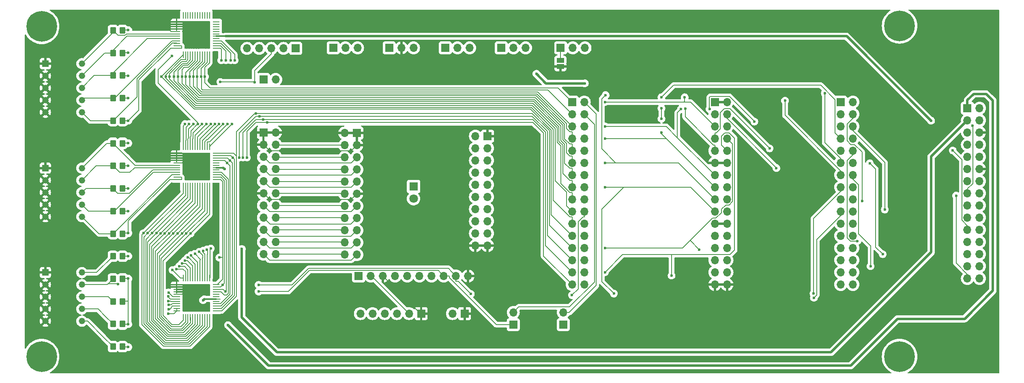
<source format=gbl>
%TF.GenerationSoftware,KiCad,Pcbnew,8.0.5*%
%TF.CreationDate,2025-02-05T22:29:23-08:00*%
%TF.ProjectId,Observatory,4f627365-7276-4617-946f-72792e6b6963,rev?*%
%TF.SameCoordinates,Original*%
%TF.FileFunction,Copper,L2,Bot*%
%TF.FilePolarity,Positive*%
%FSLAX46Y46*%
G04 Gerber Fmt 4.6, Leading zero omitted, Abs format (unit mm)*
G04 Created by KiCad (PCBNEW 8.0.5) date 2025-02-05 22:29:23*
%MOMM*%
%LPD*%
G01*
G04 APERTURE LIST*
G04 Aperture macros list*
%AMRoundRect*
0 Rectangle with rounded corners*
0 $1 Rounding radius*
0 $2 $3 $4 $5 $6 $7 $8 $9 X,Y pos of 4 corners*
0 Add a 4 corners polygon primitive as box body*
4,1,4,$2,$3,$4,$5,$6,$7,$8,$9,$2,$3,0*
0 Add four circle primitives for the rounded corners*
1,1,$1+$1,$2,$3*
1,1,$1+$1,$4,$5*
1,1,$1+$1,$6,$7*
1,1,$1+$1,$8,$9*
0 Add four rect primitives between the rounded corners*
20,1,$1+$1,$2,$3,$4,$5,0*
20,1,$1+$1,$4,$5,$6,$7,0*
20,1,$1+$1,$6,$7,$8,$9,0*
20,1,$1+$1,$8,$9,$2,$3,0*%
G04 Aperture macros list end*
%TA.AperFunction,ComponentPad*%
%ADD10R,1.700000X1.700000*%
%TD*%
%TA.AperFunction,ComponentPad*%
%ADD11R,1.800000X1.800000*%
%TD*%
%TA.AperFunction,ComponentPad*%
%ADD12O,1.700000X1.700000*%
%TD*%
%TA.AperFunction,ComponentPad*%
%ADD13C,1.800000*%
%TD*%
%TA.AperFunction,SMDPad,CuDef*%
%ADD14R,0.279400X1.473200*%
%TD*%
%TA.AperFunction,SMDPad,CuDef*%
%ADD15R,1.473200X0.279400*%
%TD*%
%TA.AperFunction,SMDPad,CuDef*%
%ADD16R,1.500000X1.000000*%
%TD*%
%TA.AperFunction,ComponentPad*%
%ADD17R,1.320800X1.320800*%
%TD*%
%TA.AperFunction,ComponentPad*%
%ADD18C,1.320800*%
%TD*%
%TA.AperFunction,ComponentPad*%
%ADD19C,0.800000*%
%TD*%
%TA.AperFunction,ComponentPad*%
%ADD20C,6.400000*%
%TD*%
%TA.AperFunction,SMDPad,CuDef*%
%ADD21RoundRect,0.250000X0.350000X0.450000X-0.350000X0.450000X-0.350000X-0.450000X0.350000X-0.450000X0*%
%TD*%
%TA.AperFunction,ViaPad*%
%ADD22C,0.600000*%
%TD*%
%TA.AperFunction,Conductor*%
%ADD23C,0.500000*%
%TD*%
%TA.AperFunction,Conductor*%
%ADD24C,0.200000*%
%TD*%
%TA.AperFunction,Conductor*%
%ADD25C,0.300000*%
%TD*%
%ADD26C,0.300000*%
%ADD27C,0.350000*%
G04 APERTURE END LIST*
D10*
%TO.P,U1,1a,GND*%
%TO.N,JS_V-*%
X138502500Y-66825200D03*
%TO.P,U1,1b,VBAT*%
%TO.N,unconnected-(U1-VBAT-Pad1b)*%
X111578500Y-96035200D03*
%TO.P,U1,1c,GND*%
%TO.N,JS_V-*%
X111197500Y-66190200D03*
D11*
%TO.P,U1,1e,1_led*%
%TO.N,Net-(Q1-D)*%
X123042500Y-77351200D03*
D12*
%TO.P,U1,2a,GPIO1*%
%TO.N,Scope 1 Mux  1*%
X135962500Y-66825200D03*
%TO.P,U1,2b,NRF_VDDD*%
%TO.N,Net-(J11-Pin_2)*%
X114118500Y-96035200D03*
%TO.P,U1,2c,GND*%
%TO.N,JS_V-*%
X108657500Y-66190200D03*
D13*
%TO.P,U1,2e,2_led*%
%TO.N,Net-(U1-2_led)*%
X123042500Y-79891200D03*
D12*
%TO.P,U1,3a,GPIO0*%
%TO.N,Scope 1 Mux  2*%
X138502500Y-69365200D03*
%TO.P,U1,3b,NRF_GND*%
%TO.N,JS_V-*%
X116658500Y-96035200D03*
%TO.P,U1,3c,GND*%
X111197500Y-68730200D03*
%TO.P,U1,4a,GPIO8*%
%TO.N,Scope 1 Mux  3*%
X135962500Y-69365200D03*
%TO.P,U1,4b,3WB_CLK*%
%TO.N,Net-(J11-Pin_6)*%
X119198500Y-96035200D03*
%TO.P,U1,4c,1.8V*%
%TO.N,Scope 1 Mux  17*%
X108657500Y-68730200D03*
%TO.P,U1,5a,GPIO1*%
%TO.N,unconnected-(U1-GPIO1-Pad5a)*%
X138502500Y-71905200D03*
%TO.P,U1,5b,3WB_DATA*%
%TO.N,Net-(J11-Pin_5)*%
X121738500Y-96035200D03*
%TO.P,U1,5c,VBAT*%
%TO.N,Scope 1 Mux  18*%
X111197500Y-71270200D03*
%TO.P,U1,6a,GPIO9*%
%TO.N,Scope 1 Mux  4*%
X135962500Y-71905200D03*
%TO.P,U1,6b,3WB_ENB*%
%TO.N,Net-(J11-Pin_4)*%
X124278500Y-96035200D03*
%TO.P,U1,6c,1.8V*%
%TO.N,Net-(J12-Pin_6)*%
X108657500Y-71270200D03*
%TO.P,U1,7a,GPIO2*%
%TO.N,Scope 1 Mux  5*%
X138502500Y-74445200D03*
%TO.P,U1,7b,HARD_RESET*%
%TO.N,Net-(J11-Pin_3)*%
X126818500Y-96035200D03*
%TO.P,U1,7c,VDDD*%
%TO.N,Scope 1 Mux  19*%
X111197500Y-73810200D03*
%TO.P,U1,8a,GPIO10*%
%TO.N,Scope 1 Mux  6*%
X135962500Y-74445200D03*
%TO.P,U1,8b,RsRx*%
%TO.N,Scope 1 Mux  31*%
X129358500Y-96035200D03*
%TO.P,U1,8c,1.1V*%
%TO.N,Scope 1 Mux  20*%
X108657500Y-73810200D03*
%TO.P,U1,9a,GPIO3*%
%TO.N,Scope 1 Mux  7*%
X138502500Y-76985200D03*
%TO.P,U1,9b,RsTx*%
%TO.N,Scope 1 Mux  30*%
X131898500Y-96035200D03*
%TO.P,U1,9c,EXT_BAT*%
%TO.N,Scope 1 Mux  21*%
X111197500Y-76350200D03*
%TO.P,U1,10a,GPIO11*%
%TO.N,Scope 1 Mux  8*%
X135962500Y-76985200D03*
%TO.P,U1,10b,GND*%
%TO.N,JS_V-*%
X134438500Y-96035200D03*
%TO.P,U1,10c,1.1V_IN*%
%TO.N,Scope 1 Mux  22*%
X108657500Y-76350200D03*
%TO.P,U1,11a,GPIO4*%
%TO.N,Scope 1 Mux  9*%
X138502500Y-79525200D03*
%TO.P,U1,11c,GND*%
%TO.N,JS_V-*%
X111197500Y-78890200D03*
%TO.P,U1,12a,GPIO12*%
%TO.N,Scope 1 Mux  10*%
X135962500Y-79525200D03*
%TO.P,U1,12c,EXT_BAT*%
%TO.N,+5V*%
X108657500Y-78890200D03*
%TO.P,U1,13a,GPIO5*%
%TO.N,Scope 1 Mux  11*%
X138502500Y-82065200D03*
%TO.P,U1,13c,VDDIO*%
%TO.N,Scope 1 Mux  23*%
X111197500Y-81430200D03*
%TO.P,U1,14a,GPIO13*%
%TO.N,Scope 1 Mux  12*%
X135962500Y-82065200D03*
%TO.P,U1,14c,IMU_VDDIO*%
%TO.N,Scope 1 Mux  24*%
X108657500Y-81430200D03*
%TO.P,U1,15a,GPIO6*%
%TO.N,Scope 1 Mux  13*%
X138502500Y-84605200D03*
%TO.P,U1,15c,VDDIO*%
%TO.N,Net-(J12-Pin_15)*%
X111197500Y-83970200D03*
%TO.P,U1,16a,GPIO14*%
%TO.N,Scope 1 Mux  14*%
X135962500Y-84605200D03*
%TO.P,U1,16c,IMU_VDD*%
%TO.N,Scope 1 Mux  25*%
X108657500Y-83970200D03*
%TO.P,U1,17a,GPIO7*%
%TO.N,Scope 1 Mux  15*%
X138502500Y-87145200D03*
%TO.P,U1,17c,VBAT*%
%TO.N,Net-(J12-Pin_17)*%
X111197500Y-86510200D03*
%TO.P,U1,18a,GPIO15*%
%TO.N,Scope 1 Mux  16*%
X135962500Y-87145200D03*
%TO.P,U1,18c,VDDIO*%
%TO.N,Scope 1 Mux  26*%
X108657500Y-86510200D03*
%TO.P,U1,19a,GND*%
%TO.N,JS_V-*%
X138502500Y-89685200D03*
%TO.P,U1,19c,VDDD*%
%TO.N,Net-(J12-Pin_19)*%
X111197500Y-89050200D03*
%TO.P,U1,20a,GND*%
%TO.N,JS_V-*%
X135962500Y-89685200D03*
%TO.P,U1,20c,BTSRC_SEL*%
%TO.N,Scope 1 Mux  27*%
X108657500Y-89050200D03*
%TO.P,U1,21c,ADC_IN*%
%TO.N,Scope 1 Mux  28*%
X111197500Y-91590200D03*
%TO.P,U1,22c,ADC_OUT*%
%TO.N,Scope 1 Mux  29*%
X108657500Y-91590200D03*
%TD*%
D14*
%TO.P,U4,1,S12*%
%TO.N,Scope 1 Mux  1*%
X80450000Y-77272200D03*
%TO.P,U4,2,S11*%
%TO.N,Scope 1 Mux  2*%
X79950001Y-77272200D03*
%TO.P,U4,3,S10*%
%TO.N,Scope 1 Mux  3*%
X79449999Y-77272200D03*
%TO.P,U4,4,S9*%
%TO.N,Scope 1 Mux  4*%
X78950000Y-77272200D03*
%TO.P,U4,5,S8*%
%TO.N,Scope 1 Mux  5*%
X78450001Y-77272200D03*
%TO.P,U4,6,S7*%
%TO.N,Scope 1 Mux  6*%
X77950000Y-77272200D03*
%TO.P,U4,7,S6*%
%TO.N,Scope 1 Mux  7*%
X77450000Y-77272200D03*
%TO.P,U4,8,S5*%
%TO.N,Scope 1 Mux  8*%
X76949999Y-77272200D03*
%TO.P,U4,9,S4*%
%TO.N,Scope 1 Mux  9*%
X76450000Y-77272200D03*
%TO.P,U4,10,S3*%
%TO.N,Scope 1 Mux  10*%
X75950001Y-77272200D03*
%TO.P,U4,11,S2*%
%TO.N,Scope 1 Mux  11*%
X75449999Y-77272200D03*
%TO.P,U4,12,S1*%
%TO.N,Scope 1 Mux  12*%
X74950000Y-77272200D03*
D15*
%TO.P,U4,13,VDD*%
%TO.N,+5V*%
X73585200Y-75907400D03*
%TO.P,U4,14,VDD*%
X73585200Y-75407401D03*
%TO.P,U4,15,A0*%
%TO.N,Scope 2 Mux Control 0*%
X73585200Y-74907399D03*
%TO.P,U4,16,A1*%
%TO.N,Scope 2 Mux Control 1*%
X73585200Y-74407400D03*
%TO.P,U4,17,A2*%
%TO.N,Scope 2 Mux Control 2*%
X73585200Y-73907401D03*
%TO.P,U4,18,A3*%
%TO.N,Scope 2 Mux Control 3*%
X73585200Y-73407400D03*
%TO.P,U4,19,A4*%
%TO.N,Scope 2 Mux Control 4*%
X73585200Y-72907400D03*
%TO.P,U4,20,CS\u002A*%
%TO.N,JS_V-*%
X73585200Y-72407399D03*
%TO.P,U4,21,WR\u002A*%
X73585200Y-71907400D03*
%TO.P,U4,22,EN\u002A*%
X73585200Y-71407401D03*
%TO.P,U4,23,GND*%
X73585200Y-70907399D03*
%TO.P,U4,24,VSS*%
X73585200Y-70407400D03*
D14*
%TO.P,U4,25,S17*%
%TO.N,Scope 1 Mux  17*%
X74950000Y-69042600D03*
%TO.P,U4,26,S18*%
%TO.N,Scope 1 Mux  18*%
X75449999Y-69042600D03*
%TO.P,U4,27,S19*%
%TO.N,Scope 1 Mux  19*%
X75950001Y-69042600D03*
%TO.P,U4,28,S20*%
%TO.N,Scope 1 Mux  20*%
X76450000Y-69042600D03*
%TO.P,U4,29,S21*%
%TO.N,Scope 1 Mux  21*%
X76949999Y-69042600D03*
%TO.P,U4,30,S22*%
%TO.N,Scope 1 Mux  22*%
X77450000Y-69042600D03*
%TO.P,U4,31,S23*%
%TO.N,Scope 1 Mux  23*%
X77950000Y-69042600D03*
%TO.P,U4,32,S24*%
%TO.N,Scope 1 Mux  24*%
X78450001Y-69042600D03*
%TO.P,U4,33,S25*%
%TO.N,Scope 1 Mux  25*%
X78950000Y-69042600D03*
%TO.P,U4,34,S26*%
%TO.N,Scope 1 Mux  26*%
X79449999Y-69042600D03*
%TO.P,U4,35,S27*%
%TO.N,Scope 1 Mux  27*%
X79950001Y-69042600D03*
%TO.P,U4,36,S28*%
%TO.N,Scope 1 Mux  28*%
X80450000Y-69042600D03*
D15*
%TO.P,U4,37,S29*%
%TO.N,Scope 1 Mux  13*%
X81814800Y-70407400D03*
%TO.P,U4,38,S30*%
%TO.N,Scope 1 Mux  14*%
X81814800Y-70907399D03*
%TO.P,U4,39,S31*%
%TO.N,Scope 1 Mux  15*%
X81814800Y-71407401D03*
%TO.P,U4,40,S32*%
%TO.N,Scope 1 Mux  16*%
X81814800Y-71907400D03*
%TO.P,U4,41,NC*%
%TO.N,unconnected-(U4-NC-Pad41)*%
X81814800Y-72407399D03*
%TO.P,U4,42,NC*%
%TO.N,unconnected-(U4-NC-Pad42)*%
X81814800Y-72907400D03*
%TO.P,U4,43,D*%
%TO.N,AD_Scope2+*%
X81814800Y-73407400D03*
%TO.P,U4,44,NC*%
%TO.N,unconnected-(U4-NC-Pad44)*%
X81814800Y-73907401D03*
%TO.P,U4,45,S16*%
%TO.N,Scope 1 Mux  32*%
X81814800Y-74407400D03*
%TO.P,U4,46,S15*%
%TO.N,Scope 1 Mux  31*%
X81814800Y-74907399D03*
%TO.P,U4,47,S14*%
%TO.N,Scope 1 Mux  30*%
X81814800Y-75407401D03*
%TO.P,U4,48,S13*%
%TO.N,Scope 1 Mux  29*%
X81814800Y-75907400D03*
%TD*%
D14*
%TO.P,U3,1,S12*%
%TO.N,Scope 1 Mux  1*%
X80450000Y-49829600D03*
%TO.P,U3,2,S11*%
%TO.N,Scope 1 Mux  2*%
X79950001Y-49829600D03*
%TO.P,U3,3,S10*%
%TO.N,Scope 1 Mux  3*%
X79449999Y-49829600D03*
%TO.P,U3,4,S9*%
%TO.N,Scope 1 Mux  4*%
X78950000Y-49829600D03*
%TO.P,U3,5,S8*%
%TO.N,Scope 1 Mux  5*%
X78450001Y-49829600D03*
%TO.P,U3,6,S7*%
%TO.N,Scope 1 Mux  6*%
X77950000Y-49829600D03*
%TO.P,U3,7,S6*%
%TO.N,Scope 1 Mux  7*%
X77450000Y-49829600D03*
%TO.P,U3,8,S5*%
%TO.N,Scope 1 Mux  8*%
X76949999Y-49829600D03*
%TO.P,U3,9,S4*%
%TO.N,Scope 1 Mux  9*%
X76450000Y-49829600D03*
%TO.P,U3,10,S3*%
%TO.N,Scope 1 Mux  10*%
X75950001Y-49829600D03*
%TO.P,U3,11,S2*%
%TO.N,Scope 1 Mux  11*%
X75449999Y-49829600D03*
%TO.P,U3,12,S1*%
%TO.N,Scope 1 Mux  12*%
X74950000Y-49829600D03*
D15*
%TO.P,U3,13,VDD*%
%TO.N,+5V*%
X73585200Y-48464800D03*
%TO.P,U3,14,VDD*%
X73585200Y-47964801D03*
%TO.P,U3,15,A0*%
%TO.N,WaveGen. Mux Control 0*%
X73585200Y-47464799D03*
%TO.P,U3,16,A1*%
%TO.N,WaveGen. Mux Control 1*%
X73585200Y-46964800D03*
%TO.P,U3,17,A2*%
%TO.N,WaveGen. Mux Control 2*%
X73585200Y-46464801D03*
%TO.P,U3,18,A3*%
%TO.N,WaveGen. Mux Control 3*%
X73585200Y-45964800D03*
%TO.P,U3,19,A4*%
%TO.N,WaveGen. Mux Control 4*%
X73585200Y-45464800D03*
%TO.P,U3,20,CS\u002A*%
%TO.N,JS_V-*%
X73585200Y-44964799D03*
%TO.P,U3,21,WR\u002A*%
X73585200Y-44464800D03*
%TO.P,U3,22,EN\u002A*%
X73585200Y-43964801D03*
%TO.P,U3,23,GND*%
X73585200Y-43464799D03*
%TO.P,U3,24,VSS*%
X73585200Y-42964800D03*
D14*
%TO.P,U3,25,S17*%
%TO.N,unconnected-(U3-S17-Pad25)*%
X74950000Y-41600000D03*
%TO.P,U3,26,S18*%
%TO.N,unconnected-(U3-S18-Pad26)*%
X75449999Y-41600000D03*
%TO.P,U3,27,S19*%
%TO.N,unconnected-(U3-S19-Pad27)*%
X75950001Y-41600000D03*
%TO.P,U3,28,S20*%
%TO.N,unconnected-(U3-S20-Pad28)*%
X76450000Y-41600000D03*
%TO.P,U3,29,S21*%
%TO.N,unconnected-(U3-S21-Pad29)*%
X76949999Y-41600000D03*
%TO.P,U3,30,S22*%
%TO.N,unconnected-(U3-S22-Pad30)*%
X77450000Y-41600000D03*
%TO.P,U3,31,S23*%
%TO.N,unconnected-(U3-S23-Pad31)*%
X77950000Y-41600000D03*
%TO.P,U3,32,S24*%
%TO.N,unconnected-(U3-S24-Pad32)*%
X78450001Y-41600000D03*
%TO.P,U3,33,S25*%
%TO.N,unconnected-(U3-S25-Pad33)*%
X78950000Y-41600000D03*
%TO.P,U3,34,S26*%
%TO.N,unconnected-(U3-S26-Pad34)*%
X79449999Y-41600000D03*
%TO.P,U3,35,S27*%
%TO.N,unconnected-(U3-S27-Pad35)*%
X79950001Y-41600000D03*
%TO.P,U3,36,S28*%
%TO.N,unconnected-(U3-S28-Pad36)*%
X80450000Y-41600000D03*
D15*
%TO.P,U3,37,S29*%
%TO.N,unconnected-(U3-S29-Pad37)*%
X81814800Y-42964800D03*
%TO.P,U3,38,S30*%
%TO.N,unconnected-(U3-S30-Pad38)*%
X81814800Y-43464799D03*
%TO.P,U3,39,S31*%
%TO.N,unconnected-(U3-S31-Pad39)*%
X81814800Y-43964801D03*
%TO.P,U3,40,S32*%
%TO.N,unconnected-(U3-S32-Pad40)*%
X81814800Y-44464800D03*
%TO.P,U3,41,NC*%
%TO.N,unconnected-(U3-NC-Pad41)*%
X81814800Y-44964799D03*
%TO.P,U3,42,NC*%
%TO.N,unconnected-(U3-NC-Pad42)*%
X81814800Y-45464800D03*
%TO.P,U3,43,D*%
%TO.N,AD_WaveGen1*%
X81814800Y-45964800D03*
%TO.P,U3,44,NC*%
%TO.N,unconnected-(U3-NC-Pad44)*%
X81814800Y-46464801D03*
%TO.P,U3,45,S16*%
%TO.N,Scope 1 Mux  16*%
X81814800Y-46964800D03*
%TO.P,U3,46,S15*%
%TO.N,Scope 1 Mux  15*%
X81814800Y-47464799D03*
%TO.P,U3,47,S14*%
%TO.N,Scope 1 Mux  14*%
X81814800Y-47964801D03*
%TO.P,U3,48,S13*%
%TO.N,Scope 1 Mux  13*%
X81814800Y-48464800D03*
%TD*%
D14*
%TO.P,U2,1,S12*%
%TO.N,Scope 1 Mux  12*%
X80450000Y-104714800D03*
%TO.P,U2,2,S11*%
%TO.N,Scope 1 Mux  11*%
X79950001Y-104714800D03*
%TO.P,U2,3,S10*%
%TO.N,Scope 1 Mux  10*%
X79449999Y-104714800D03*
%TO.P,U2,4,S9*%
%TO.N,Scope 1 Mux  9*%
X78950000Y-104714800D03*
%TO.P,U2,5,S8*%
%TO.N,Scope 1 Mux  8*%
X78450001Y-104714800D03*
%TO.P,U2,6,S7*%
%TO.N,Scope 1 Mux  7*%
X77950000Y-104714800D03*
%TO.P,U2,7,S6*%
%TO.N,Scope 1 Mux  6*%
X77450000Y-104714800D03*
%TO.P,U2,8,S5*%
%TO.N,Scope 1 Mux  5*%
X76949999Y-104714800D03*
%TO.P,U2,9,S4*%
%TO.N,Scope 1 Mux  4*%
X76450000Y-104714800D03*
%TO.P,U2,10,S3*%
%TO.N,Scope 1 Mux  3*%
X75950001Y-104714800D03*
%TO.P,U2,11,S2*%
%TO.N,Scope 1 Mux  2*%
X75449999Y-104714800D03*
%TO.P,U2,12,S1*%
%TO.N,Scope 1 Mux  1*%
X74950000Y-104714800D03*
D15*
%TO.P,U2,13,VDD*%
%TO.N,+5V*%
X73585200Y-103350000D03*
%TO.P,U2,14,VDD*%
X73585200Y-102850001D03*
%TO.P,U2,15,A0*%
%TO.N,Scope 1 Mux Control 0*%
X73585200Y-102349999D03*
%TO.P,U2,16,A1*%
%TO.N,Scope 1 Mux Control 1*%
X73585200Y-101850000D03*
%TO.P,U2,17,A2*%
%TO.N,Scope 1 Mux Control 2*%
X73585200Y-101350001D03*
%TO.P,U2,18,A3*%
%TO.N,Scope 1 Mux Control 3*%
X73585200Y-100850000D03*
%TO.P,U2,19,A4*%
%TO.N,Scope 1 Mux Control 4*%
X73585200Y-100350000D03*
%TO.P,U2,20,CS\u002A*%
%TO.N,JS_V-*%
X73585200Y-99849999D03*
%TO.P,U2,21,WR\u002A*%
X73585200Y-99350000D03*
%TO.P,U2,22,EN\u002A*%
X73585200Y-98850001D03*
%TO.P,U2,23,GND*%
X73585200Y-98349999D03*
%TO.P,U2,24,VSS*%
X73585200Y-97850000D03*
D14*
%TO.P,U2,25,S17*%
%TO.N,Scope 1 Mux  17*%
X74950000Y-96485200D03*
%TO.P,U2,26,S18*%
%TO.N,Scope 1 Mux  18*%
X75449999Y-96485200D03*
%TO.P,U2,27,S19*%
%TO.N,Scope 1 Mux  19*%
X75950001Y-96485200D03*
%TO.P,U2,28,S20*%
%TO.N,Scope 1 Mux  20*%
X76450000Y-96485200D03*
%TO.P,U2,29,S21*%
%TO.N,Scope 1 Mux  21*%
X76949999Y-96485200D03*
%TO.P,U2,30,S22*%
%TO.N,Scope 1 Mux  22*%
X77450000Y-96485200D03*
%TO.P,U2,31,S23*%
%TO.N,Scope 1 Mux  23*%
X77950000Y-96485200D03*
%TO.P,U2,32,S24*%
%TO.N,Scope 1 Mux  24*%
X78450001Y-96485200D03*
%TO.P,U2,33,S25*%
%TO.N,Scope 1 Mux  25*%
X78950000Y-96485200D03*
%TO.P,U2,34,S26*%
%TO.N,Scope 1 Mux  26*%
X79449999Y-96485200D03*
%TO.P,U2,35,S27*%
%TO.N,Scope 1 Mux  27*%
X79950001Y-96485200D03*
%TO.P,U2,36,S28*%
%TO.N,Scope 1 Mux  28*%
X80450000Y-96485200D03*
D15*
%TO.P,U2,37,S29*%
%TO.N,Scope 1 Mux  29*%
X81814800Y-97850000D03*
%TO.P,U2,38,S30*%
%TO.N,Scope 1 Mux  30*%
X81814800Y-98349999D03*
%TO.P,U2,39,S31*%
%TO.N,Scope 1 Mux  31*%
X81814800Y-98850001D03*
%TO.P,U2,40,S32*%
%TO.N,Scope 1 Mux  32*%
X81814800Y-99350000D03*
%TO.P,U2,41,NC*%
%TO.N,unconnected-(U2-NC-Pad41)*%
X81814800Y-99849999D03*
%TO.P,U2,42,NC*%
%TO.N,unconnected-(U2-NC-Pad42)*%
X81814800Y-100350000D03*
%TO.P,U2,43,D*%
%TO.N,AD_Scope1+*%
X81814800Y-100850000D03*
%TO.P,U2,44,NC*%
%TO.N,unconnected-(U2-NC-Pad44)*%
X81814800Y-101350001D03*
%TO.P,U2,45,S16*%
%TO.N,Scope 1 Mux  16*%
X81814800Y-101850000D03*
%TO.P,U2,46,S15*%
%TO.N,Scope 1 Mux  15*%
X81814800Y-102349999D03*
%TO.P,U2,47,S14*%
%TO.N,Scope 1 Mux  14*%
X81814800Y-102850001D03*
%TO.P,U2,48,S13*%
%TO.N,Scope 1 Mux  13*%
X81814800Y-103350000D03*
%TD*%
D10*
%TO.P,J24,1,Pin_1*%
%TO.N,Net-(J1-Pin_2)*%
X153760000Y-48400000D03*
D12*
%TO.P,J24,2,Pin_2*%
%TO.N,Net-(J24-Pin_2)*%
X156300000Y-48400000D03*
%TO.P,J24,3,Pin_3*%
%TO.N,Net-(J24-Pin_3)*%
X158840000Y-48400000D03*
%TD*%
D16*
%TO.P,J1,1,Pin_1*%
%TO.N,JS_V-*%
X153700000Y-52300000D03*
%TO.P,J1,2,Pin_2*%
%TO.N,Net-(J1-Pin_2)*%
X153700000Y-51000000D03*
%TD*%
D10*
%TO.P,J18,1,Pin_1*%
%TO.N,unconnected-(J18-Pin_1-Pad1)*%
X129662500Y-48400000D03*
D12*
%TO.P,J18,2,Pin_2*%
%TO.N,JS_I+*%
X132202500Y-48400000D03*
%TO.P,J18,3,Pin_3*%
%TO.N,unconnected-(J18-Pin_3-Pad3)*%
X134742500Y-48400000D03*
%TD*%
D10*
%TO.P,J14,1,Pin_1*%
%TO.N,Scope 1 Mux  30*%
X154325000Y-106200000D03*
D12*
%TO.P,J14,2,Pin_2*%
%TO.N,DD_DIN_1*%
X154325000Y-103660000D03*
%TD*%
D10*
%TO.P,J16,1,Pin_1*%
%TO.N,Scope 1 Mux  20*%
X98440000Y-48500000D03*
D12*
%TO.P,J16,2,Pin_2*%
%TO.N,JS_V+*%
X95900000Y-48500000D03*
%TO.P,J16,3,Pin_3*%
%TO.N,Scope 1 Mux  17*%
X93360000Y-48500000D03*
%TO.P,J16,4,Pin_4*%
%TO.N,JS_V+*%
X90820000Y-48500000D03*
%TO.P,J16,5,Pin_5*%
%TO.N,+5V*%
X88280000Y-48500000D03*
%TD*%
D10*
%TO.P,J7,1,Pin_1*%
%TO.N,unconnected-(J7-Pin_1-Pad1)*%
X117965000Y-48400000D03*
D12*
%TO.P,J7,2,Pin_2*%
%TO.N,JS_V-*%
X120505000Y-48400000D03*
%TO.P,J7,3,Pin_3*%
%TO.N,unconnected-(J7-Pin_3-Pad3)*%
X123045000Y-48400000D03*
%TD*%
D10*
%TO.P,J10,1,Pin_1*%
%TO.N,Scope 1 Mux  1*%
X156150000Y-59713200D03*
D12*
%TO.P,J10,2,Pin_2*%
%TO.N,DD_DIN_1*%
X158690000Y-59713200D03*
%TO.P,J10,3,Pin_3*%
%TO.N,Scope 1 Mux  2*%
X156150000Y-62253200D03*
%TO.P,J10,4,Pin_4*%
%TO.N,DD_DIN_0*%
X158690000Y-62253200D03*
%TO.P,J10,5,Pin_5*%
%TO.N,Scope 1 Mux  3*%
X156150000Y-64793200D03*
%TO.P,J10,6,Pin_6*%
%TO.N,DD_DIN_8*%
X158690000Y-64793200D03*
%TO.P,J10,7,Pin_7*%
%TO.N,Scope 1 Mux  4*%
X156150000Y-67333200D03*
%TO.P,J10,8,Pin_8*%
%TO.N,DD_DIN_9*%
X158690000Y-67333200D03*
%TO.P,J10,9,Pin_9*%
%TO.N,Scope 1 Mux  5*%
X156150000Y-69873200D03*
%TO.P,J10,10,Pin_10*%
%TO.N,DD_DIN_2*%
X158690000Y-69873200D03*
%TO.P,J10,11,Pin_11*%
%TO.N,Scope 1 Mux  6*%
X156150000Y-72413200D03*
%TO.P,J10,12,Pin_12*%
%TO.N,DD_DIN_10*%
X158690000Y-72413200D03*
%TO.P,J10,13,Pin_13*%
%TO.N,Scope 1 Mux  7*%
X156150000Y-74953200D03*
%TO.P,J10,14,Pin_14*%
%TO.N,DD_DIN_3*%
X158690000Y-74953200D03*
%TO.P,J10,15,Pin_15*%
%TO.N,Scope 1 Mux  8*%
X156150000Y-77493200D03*
%TO.P,J10,16,Pin_16*%
%TO.N,DD_DIN_11*%
X158690000Y-77493200D03*
%TO.P,J10,17,Pin_17*%
%TO.N,Scope 1 Mux  9*%
X156150000Y-80033200D03*
%TO.P,J10,18,Pin_18*%
%TO.N,DD_DIN_4*%
X158690000Y-80033200D03*
%TO.P,J10,19,Pin_19*%
%TO.N,Scope 1 Mux  10*%
X156150000Y-82573200D03*
%TO.P,J10,20,Pin_20*%
%TO.N,DD_DIN_12*%
X158690000Y-82573200D03*
%TO.P,J10,21,Pin_21*%
%TO.N,Scope 1 Mux  11*%
X156150000Y-85113200D03*
%TO.P,J10,22,Pin_22*%
%TO.N,DD_DIN_5*%
X158690000Y-85113200D03*
%TO.P,J10,23,Pin_23*%
%TO.N,Scope 1 Mux  12*%
X156150000Y-87653200D03*
%TO.P,J10,24,Pin_24*%
%TO.N,DD_DIN_13*%
X158690000Y-87653200D03*
%TO.P,J10,25,Pin_25*%
%TO.N,Scope 1 Mux  13*%
X156150000Y-90193200D03*
%TO.P,J10,26,Pin_26*%
%TO.N,DD_DIN_6*%
X158690000Y-90193200D03*
%TO.P,J10,27,Pin_27*%
%TO.N,Scope 1 Mux  14*%
X156150000Y-92733200D03*
%TO.P,J10,28,Pin_28*%
%TO.N,DD_DIN_14*%
X158690000Y-92733200D03*
%TO.P,J10,29,Pin_29*%
%TO.N,Scope 1 Mux  15*%
X156150000Y-95273200D03*
%TO.P,J10,30,Pin_30*%
%TO.N,DD_DIN_7*%
X158690000Y-95273200D03*
%TO.P,J10,31,Pin_31*%
%TO.N,Scope 1 Mux  16*%
X156150000Y-97813200D03*
%TO.P,J10,32,Pin_32*%
%TO.N,DD_DIN_15*%
X158690000Y-97813200D03*
%TD*%
D17*
%TO.P,J5,1,Pin_1*%
%TO.N,JS_V-*%
X46180300Y-73508100D03*
D18*
%TO.P,J5,2,Pin_2*%
X46180300Y-76048100D03*
%TO.P,J5,3,Pin_3*%
X46180300Y-78588100D03*
%TO.P,J5,4,Pin_4*%
X46180300Y-81128100D03*
%TO.P,J5,5,Pin_5*%
X46185300Y-83658100D03*
%TO.P,J5,6,Pin_6*%
%TO.N,Scope 2 Mux Control 4*%
X53800300Y-73508100D03*
%TO.P,J5,7,Pin_7*%
%TO.N,Scope 2 Mux Control 3*%
X53800300Y-76048100D03*
%TO.P,J5,8,Pin_8*%
%TO.N,Scope 2 Mux Control 2*%
X53800300Y-78588100D03*
%TO.P,J5,9,Pin_9*%
%TO.N,Scope 2 Mux Control 1*%
X53800300Y-81128100D03*
%TO.P,J5,10,Pin_10*%
%TO.N,Scope 2 Mux Control 0*%
X53805300Y-83658100D03*
%TD*%
D19*
%TO.P,J22,1,Pin_1*%
%TO.N,unconnected-(J22-Pin_1-Pad1)_8*%
X222102944Y-43800000D03*
%TO.N,unconnected-(J22-Pin_1-Pad1)_7*%
X222805888Y-42102944D03*
%TO.N,unconnected-(J22-Pin_1-Pad1)_4*%
X222805888Y-45497056D03*
%TO.N,unconnected-(J22-Pin_1-Pad1)_1*%
X224502944Y-41400000D03*
D20*
%TO.N,unconnected-(J22-Pin_1-Pad1)_3*%
X224502944Y-43800000D03*
D19*
%TO.N,unconnected-(J22-Pin_1-Pad1)_2*%
X224502944Y-46200000D03*
%TO.N,unconnected-(J22-Pin_1-Pad1)_5*%
X226200000Y-42102944D03*
%TO.N,unconnected-(J22-Pin_1-Pad1)_6*%
X226200000Y-45497056D03*
%TO.N,unconnected-(J22-Pin_1-Pad1)*%
X226902944Y-43800000D03*
%TD*%
D10*
%TO.P,J3,1,Pin_1*%
%TO.N,JS_V-*%
X185942500Y-59713200D03*
D12*
%TO.P,J3,2,Pin_2*%
X188482500Y-59713200D03*
%TO.P,J3,3,Pin_3*%
%TO.N,DD_DIN_0*%
X185942500Y-62253200D03*
%TO.P,J3,4,Pin_4*%
%TO.N,DD_DIN_4*%
X188482500Y-62253200D03*
%TO.P,J3,5,Pin_5*%
%TO.N,DD_DIN_1*%
X185942500Y-64793200D03*
%TO.P,J3,6,Pin_6*%
%TO.N,DD_DIN_5*%
X188482500Y-64793200D03*
%TO.P,J3,7,Pin_7*%
%TO.N,DD_DIN_2*%
X185942500Y-67333200D03*
%TO.P,J3,8,Pin_8*%
%TO.N,DD_DIN_6*%
X188482500Y-67333200D03*
%TO.P,J3,9,Pin_9*%
%TO.N,DD_DIN_3*%
X185942500Y-69873200D03*
%TO.P,J3,10,Pin_10*%
%TO.N,DD_DIN_7*%
X188482500Y-69873200D03*
%TO.P,J3,11,Pin_11*%
%TO.N,JS_V-*%
X185942500Y-72413200D03*
%TO.P,J3,12,Pin_12*%
X188482500Y-72413200D03*
%TO.P,J3,13,Pin_13*%
%TO.N,DD_DIN_8*%
X185942500Y-74953200D03*
%TO.P,J3,14,Pin_14*%
%TO.N,DD_DIN_12*%
X188482500Y-74953200D03*
%TO.P,J3,15,Pin_15*%
%TO.N,DD_DIN_9*%
X185942500Y-77493200D03*
%TO.P,J3,16,Pin_16*%
%TO.N,DD_DIN_13*%
X188482500Y-77493200D03*
%TO.P,J3,17,Pin_17*%
%TO.N,DD_DIN_10*%
X185942500Y-80033200D03*
%TO.P,J3,18,Pin_18*%
%TO.N,DD_DIN_14*%
X188482500Y-80033200D03*
%TO.P,J3,19,Pin_19*%
%TO.N,DD_DIN_11*%
X185942500Y-82573200D03*
%TO.P,J3,20,Pin_20*%
%TO.N,DD_DIN_15*%
X188482500Y-82573200D03*
%TO.P,J3,21,Pin_21*%
%TO.N,JS_V-*%
X185942500Y-85113200D03*
%TO.P,J3,22,Pin_22*%
X188482500Y-85113200D03*
%TO.P,J3,23,Pin_23*%
%TO.N,DD_DIN_16*%
X185942500Y-87653200D03*
%TO.P,J3,24,Pin_24*%
%TO.N,DD_DIN_20*%
X188482500Y-87653200D03*
%TO.P,J3,25,Pin_25*%
%TO.N,DD_DIN_17*%
X185942500Y-90193200D03*
%TO.P,J3,26,Pin_26*%
%TO.N,DD_DIN_21*%
X188482500Y-90193200D03*
%TO.P,J3,27,Pin_27*%
%TO.N,DD_DIN_18*%
X185942500Y-92733200D03*
%TO.P,J3,28,Pin_28*%
%TO.N,DD_DIN_22*%
X188482500Y-92733200D03*
%TO.P,J3,29,Pin_29*%
%TO.N,DD_DIN_19*%
X185942500Y-95273200D03*
%TO.P,J3,30,Pin_30*%
%TO.N,DD_DIN_23*%
X188482500Y-95273200D03*
%TO.P,J3,31,Pin_31*%
%TO.N,JS_V-*%
X185942500Y-97813200D03*
%TO.P,J3,32,Pin_32*%
X188482500Y-97813200D03*
%TD*%
D10*
%TO.P,J19,1,Pin_1*%
%TO.N,unconnected-(J19-Pin_1-Pad1)*%
X141360000Y-48400000D03*
D12*
%TO.P,J19,2,Pin_2*%
%TO.N,JS_I-*%
X143900000Y-48400000D03*
%TO.P,J19,3,Pin_3*%
%TO.N,unconnected-(J19-Pin_3-Pad3)*%
X146440000Y-48400000D03*
%TD*%
D10*
%TO.P,J11,1,Pin_1*%
%TO.N,JS_V-*%
X124640000Y-103900000D03*
D12*
%TO.P,J11,2,Pin_2*%
%TO.N,Net-(J11-Pin_2)*%
X122100000Y-103900000D03*
%TO.P,J11,3,Pin_3*%
%TO.N,Net-(J11-Pin_3)*%
X119560000Y-103900000D03*
%TO.P,J11,4,Pin_4*%
%TO.N,Net-(J11-Pin_4)*%
X117020000Y-103900000D03*
%TO.P,J11,5,Pin_5*%
%TO.N,Net-(J11-Pin_5)*%
X114480000Y-103900000D03*
%TO.P,J11,6,Pin_6*%
%TO.N,Net-(J11-Pin_6)*%
X111940000Y-103900000D03*
%TD*%
D10*
%TO.P,J2,1,Pin_1*%
%TO.N,AD_Scope1+*%
X238675000Y-60988200D03*
D12*
%TO.P,J2,2,Pin_2*%
%TO.N,AD_Scope1-*%
X241215000Y-60988200D03*
%TO.P,J2,3,Pin_3*%
%TO.N,AD_Scope2+*%
X238675000Y-63528200D03*
%TO.P,J2,4,Pin_4*%
%TO.N,AD_Scope2-*%
X241215000Y-63528200D03*
%TO.P,J2,5,Pin_5*%
%TO.N,JS_V-*%
X238675000Y-66068200D03*
%TO.P,J2,6,Pin_6*%
X241215000Y-66068200D03*
%TO.P,J2,7,Pin_7*%
%TO.N,AD_DC_Supply+*%
X238675000Y-68608200D03*
%TO.P,J2,8,Pin_8*%
%TO.N,AD_DC_Supply-*%
X241215000Y-68608200D03*
%TO.P,J2,9,Pin_9*%
%TO.N,AD_WaveGen1*%
X238675000Y-71148200D03*
%TO.P,J2,10,Pin_10*%
%TO.N,AD_WaveGen2*%
X241215000Y-71148200D03*
%TO.P,J2,11,Pin_11*%
%TO.N,JS_V-*%
X238675000Y-73688200D03*
%TO.P,J2,12,Pin_12*%
X241215000Y-73688200D03*
%TO.P,J2,13,Pin_13*%
%TO.N,Trig1*%
X238675000Y-76228200D03*
%TO.P,J2,14,Pin_14*%
%TO.N,Trig2*%
X241215000Y-76228200D03*
%TO.P,J2,15,Pin_15*%
%TO.N,AD_DIO_0*%
X238675000Y-78768200D03*
%TO.P,J2,16,Pin_16*%
%TO.N,AD_DIO_8*%
X241215000Y-78768200D03*
%TO.P,J2,17,Pin_17*%
%TO.N,AD_DIO_1*%
X238675000Y-81308200D03*
%TO.P,J2,18,Pin_18*%
%TO.N,AD_DIO_9*%
X241215000Y-81308200D03*
%TO.P,J2,19,Pin_19*%
%TO.N,AD_DIO_2*%
X238675000Y-83848200D03*
%TO.P,J2,20,Pin_20*%
%TO.N,AD_DIO_10*%
X241215000Y-83848200D03*
%TO.P,J2,21,Pin_21*%
%TO.N,AD_DIO_3*%
X238675000Y-86388200D03*
%TO.P,J2,22,Pin_22*%
%TO.N,AD_DIO_11*%
X241215000Y-86388200D03*
%TO.P,J2,23,Pin_23*%
%TO.N,AD_DIO_4*%
X238675000Y-88928200D03*
%TO.P,J2,24,Pin_24*%
%TO.N,AD_DIO_12*%
X241215000Y-88928200D03*
%TO.P,J2,25,Pin_25*%
%TO.N,AD_DIO_5*%
X238675000Y-91468200D03*
%TO.P,J2,26,Pin_26*%
%TO.N,AD_DIO_13*%
X241215000Y-91468200D03*
%TO.P,J2,27,Pin_27*%
%TO.N,AD_DIO_6*%
X238675000Y-94008200D03*
%TO.P,J2,28,Pin_28*%
%TO.N,AD_DIO_14*%
X241215000Y-94008200D03*
%TO.P,J2,29,Pin_29*%
%TO.N,AD_DIO_7*%
X238675000Y-96548200D03*
%TO.P,J2,30,Pin_30*%
%TO.N,AD_DIO_15*%
X241215000Y-96548200D03*
%TD*%
D19*
%TO.P,J23,1,Pin_1*%
%TO.N,unconnected-(J23-Pin_1-Pad1)_5*%
X222102944Y-112900000D03*
%TO.N,unconnected-(J23-Pin_1-Pad1)_7*%
X222805888Y-111202944D03*
%TO.N,unconnected-(J23-Pin_1-Pad1)_6*%
X222805888Y-114597056D03*
%TO.N,unconnected-(J23-Pin_1-Pad1)_2*%
X224502944Y-110500000D03*
D20*
%TO.N,unconnected-(J23-Pin_1-Pad1)_3*%
X224502944Y-112900000D03*
D19*
%TO.N,unconnected-(J23-Pin_1-Pad1)_8*%
X224502944Y-115300000D03*
%TO.N,unconnected-(J23-Pin_1-Pad1)*%
X226200000Y-111202944D03*
%TO.N,unconnected-(J23-Pin_1-Pad1)_1*%
X226200000Y-114597056D03*
%TO.N,unconnected-(J23-Pin_1-Pad1)_4*%
X226902944Y-112900000D03*
%TD*%
D10*
%TO.P,J8,1,Pin_1*%
%TO.N,JS_I-*%
X91725000Y-55000000D03*
D12*
%TO.P,J8,2,Pin_2*%
%TO.N,JS_I+*%
X94265000Y-55000000D03*
%TD*%
D10*
%TO.P,J9,1,Pin_1*%
%TO.N,JS_V-*%
X133700000Y-103900000D03*
D12*
%TO.P,J9,2,Pin_2*%
%TO.N,+5V*%
X131160000Y-103900000D03*
%TD*%
D10*
%TO.P,J15,1,Pin_1*%
%TO.N,Scope 1 Mux  31*%
X143860000Y-106200000D03*
D12*
%TO.P,J15,2,Pin_2*%
%TO.N,DD_DIN_0*%
X143860000Y-103660000D03*
%TD*%
D17*
%TO.P,J17,1,Pin_1*%
%TO.N,JS_V-*%
X46180300Y-51689100D03*
D18*
%TO.P,J17,2,Pin_2*%
X46180300Y-54229100D03*
%TO.P,J17,3,Pin_3*%
X46180300Y-56769100D03*
%TO.P,J17,4,Pin_4*%
X46180300Y-59309100D03*
%TO.P,J17,5,Pin_5*%
X46185300Y-61839100D03*
%TO.P,J17,6,Pin_6*%
%TO.N,WaveGen. Mux Control 4*%
X53800300Y-51689100D03*
%TO.P,J17,7,Pin_7*%
%TO.N,WaveGen. Mux Control 3*%
X53800300Y-54229100D03*
%TO.P,J17,8,Pin_8*%
%TO.N,WaveGen. Mux Control 2*%
X53800300Y-56769100D03*
%TO.P,J17,9,Pin_9*%
%TO.N,WaveGen. Mux Control 1*%
X53800300Y-59309100D03*
%TO.P,J17,10,Pin_10*%
%TO.N,WaveGen. Mux Control 0*%
X53805300Y-61839100D03*
%TD*%
D10*
%TO.P,J6,1,Pin_1*%
%TO.N,unconnected-(J6-Pin_1-Pad1)*%
X106267500Y-48400000D03*
D12*
%TO.P,J6,2,Pin_2*%
%TO.N,JS_V+*%
X108807500Y-48400000D03*
%TO.P,J6,3,Pin_3*%
%TO.N,unconnected-(J6-Pin_3-Pad3)*%
X111347500Y-48400000D03*
%TD*%
D10*
%TO.P,J13,1,Pin_1*%
%TO.N,DD_DIN_1*%
X212227500Y-59713200D03*
D12*
%TO.P,J13,2,Pin_2*%
%TO.N,AD_DIO_0*%
X214767500Y-59713200D03*
%TO.P,J13,3,Pin_3*%
%TO.N,DD_DIN_0*%
X212227500Y-62253200D03*
%TO.P,J13,4,Pin_4*%
%TO.N,AD_DIO_1*%
X214767500Y-62253200D03*
%TO.P,J13,5,Pin_5*%
%TO.N,DD_DIN_8*%
X212227500Y-64793200D03*
%TO.P,J13,6,Pin_6*%
%TO.N,AD_DIO_2*%
X214767500Y-64793200D03*
%TO.P,J13,7,Pin_7*%
%TO.N,DD_DIN_9*%
X212227500Y-67333200D03*
%TO.P,J13,8,Pin_8*%
%TO.N,AD_DIO_3*%
X214767500Y-67333200D03*
%TO.P,J13,9,Pin_9*%
%TO.N,DD_DIN_2*%
X212227500Y-69873200D03*
%TO.P,J13,10,Pin_10*%
%TO.N,AD_DIO_4*%
X214767500Y-69873200D03*
%TO.P,J13,11,Pin_11*%
%TO.N,DD_DIN_10*%
X212227500Y-72413200D03*
%TO.P,J13,12,Pin_12*%
%TO.N,AD_DIO_5*%
X214767500Y-72413200D03*
%TO.P,J13,13,Pin_13*%
%TO.N,DD_DIN_3*%
X212227500Y-74953200D03*
%TO.P,J13,14,Pin_14*%
%TO.N,AD_DIO_6*%
X214767500Y-74953200D03*
%TO.P,J13,15,Pin_15*%
%TO.N,DD_DIN_11*%
X212227500Y-77493200D03*
%TO.P,J13,16,Pin_16*%
%TO.N,AD_DIO_7*%
X214767500Y-77493200D03*
%TO.P,J13,17,Pin_17*%
%TO.N,DD_DIN_4*%
X212227500Y-80033200D03*
%TO.P,J13,18,Pin_18*%
%TO.N,AD_DIO_8*%
X214767500Y-80033200D03*
%TO.P,J13,19,Pin_19*%
%TO.N,DD_DIN_12*%
X212227500Y-82573200D03*
%TO.P,J13,20,Pin_20*%
%TO.N,AD_DIO_9*%
X214767500Y-82573200D03*
%TO.P,J13,21,Pin_21*%
%TO.N,DD_DIN_5*%
X212227500Y-85113200D03*
%TO.P,J13,22,Pin_22*%
%TO.N,AD_DIO_10*%
X214767500Y-85113200D03*
%TO.P,J13,23,Pin_23*%
%TO.N,DD_DIN_13*%
X212227500Y-87653200D03*
%TO.P,J13,24,Pin_24*%
%TO.N,AD_DIO_11*%
X214767500Y-87653200D03*
%TO.P,J13,25,Pin_25*%
%TO.N,DD_DIN_6*%
X212227500Y-90193200D03*
%TO.P,J13,26,Pin_26*%
%TO.N,AD_DIO_12*%
X214767500Y-90193200D03*
%TO.P,J13,27,Pin_27*%
%TO.N,DD_DIN_14*%
X212227500Y-92733200D03*
%TO.P,J13,28,Pin_28*%
%TO.N,AD_DIO_13*%
X214767500Y-92733200D03*
%TO.P,J13,29,Pin_29*%
%TO.N,DD_DIN_7*%
X212227500Y-95273200D03*
%TO.P,J13,30,Pin_30*%
%TO.N,AD_DIO_14*%
X214767500Y-95273200D03*
%TO.P,J13,31,Pin_31*%
%TO.N,DD_DIN_15*%
X212227500Y-97813200D03*
%TO.P,J13,32,Pin_32*%
%TO.N,AD_DIO_15*%
X214767500Y-97813200D03*
%TD*%
D19*
%TO.P,J20,1,Pin_1*%
%TO.N,unconnected-(J20-Pin_1-Pad1)_5*%
X43000000Y-112900000D03*
%TO.N,unconnected-(J20-Pin_1-Pad1)*%
X43702944Y-111202944D03*
%TO.N,unconnected-(J20-Pin_1-Pad1)_2*%
X43702944Y-114597056D03*
%TO.N,unconnected-(J20-Pin_1-Pad1)_1*%
X45400000Y-110500000D03*
D20*
%TO.N,unconnected-(J20-Pin_1-Pad1)_3*%
X45400000Y-112900000D03*
D19*
%TO.N,unconnected-(J20-Pin_1-Pad1)_8*%
X45400000Y-115300000D03*
%TO.N,unconnected-(J20-Pin_1-Pad1)_6*%
X47097056Y-111202944D03*
%TO.N,unconnected-(J20-Pin_1-Pad1)_4*%
X47097056Y-114597056D03*
%TO.N,unconnected-(J20-Pin_1-Pad1)_7*%
X47800000Y-112900000D03*
%TD*%
D17*
%TO.P,J4,1,Pin_1*%
%TO.N,JS_V-*%
X46180300Y-95327000D03*
D18*
%TO.P,J4,2,Pin_2*%
X46180300Y-97867000D03*
%TO.P,J4,3,Pin_3*%
X46180300Y-100407000D03*
%TO.P,J4,4,Pin_4*%
X46180300Y-102947000D03*
%TO.P,J4,5,Pin_5*%
X46185300Y-105477000D03*
%TO.P,J4,6,Pin_6*%
%TO.N,Scope 1 Mux Control 4*%
X53800300Y-95327000D03*
%TO.P,J4,7,Pin_7*%
%TO.N,Scope 1 Mux Control 3*%
X53800300Y-97867000D03*
%TO.P,J4,8,Pin_8*%
%TO.N,Scope 1 Mux Control 2*%
X53800300Y-100407000D03*
%TO.P,J4,9,Pin_9*%
%TO.N,Scope 1 Mux Control 1*%
X53800300Y-102947000D03*
%TO.P,J4,10,Pin_10*%
%TO.N,Scope 1 Mux Control 0*%
X53805300Y-105477000D03*
%TD*%
D10*
%TO.P,J12,1,Pin_1*%
%TO.N,JS_V-*%
X91702500Y-66063200D03*
D12*
%TO.P,J12,2,Pin_2*%
X94242500Y-66063200D03*
%TO.P,J12,3,Pin_3*%
X91702500Y-68603200D03*
%TO.P,J12,4,Pin_4*%
%TO.N,Scope 1 Mux  17*%
X94242500Y-68603200D03*
%TO.P,J12,5,Pin_5*%
%TO.N,Scope 1 Mux  18*%
X91702500Y-71143200D03*
%TO.P,J12,6,Pin_6*%
%TO.N,Net-(J12-Pin_6)*%
X94242500Y-71143200D03*
%TO.P,J12,7,Pin_7*%
%TO.N,Scope 1 Mux  19*%
X91702500Y-73683200D03*
%TO.P,J12,8,Pin_8*%
%TO.N,Scope 1 Mux  20*%
X94242500Y-73683200D03*
%TO.P,J12,9,Pin_9*%
%TO.N,Scope 1 Mux  21*%
X91702500Y-76223200D03*
%TO.P,J12,10,Pin_10*%
%TO.N,Scope 1 Mux  22*%
X94242500Y-76223200D03*
%TO.P,J12,11,Pin_11*%
%TO.N,JS_V-*%
X91702500Y-78763200D03*
%TO.P,J12,12,Pin_12*%
%TO.N,+5V*%
X94242500Y-78763200D03*
%TO.P,J12,13,Pin_13*%
%TO.N,Scope 1 Mux  23*%
X91702500Y-81303200D03*
%TO.P,J12,14,Pin_14*%
%TO.N,Scope 1 Mux  24*%
X94242500Y-81303200D03*
%TO.P,J12,15,Pin_15*%
%TO.N,Net-(J12-Pin_15)*%
X91702500Y-83843200D03*
%TO.P,J12,16,Pin_16*%
%TO.N,Scope 1 Mux  25*%
X94242500Y-83843200D03*
%TO.P,J12,17,Pin_17*%
%TO.N,Net-(J12-Pin_17)*%
X91702500Y-86383200D03*
%TO.P,J12,18,Pin_18*%
%TO.N,Scope 1 Mux  26*%
X94242500Y-86383200D03*
%TO.P,J12,19,Pin_19*%
%TO.N,Net-(J12-Pin_19)*%
X91702500Y-88923200D03*
%TO.P,J12,20,Pin_20*%
%TO.N,Scope 1 Mux  27*%
X94242500Y-88923200D03*
%TO.P,J12,21,Pin_21*%
%TO.N,Scope 1 Mux  28*%
X91702500Y-91463200D03*
%TO.P,J12,22,Pin_22*%
%TO.N,Scope 1 Mux  29*%
X94242500Y-91463200D03*
%TD*%
D19*
%TO.P,J21,1,Pin_1*%
%TO.N,unconnected-(J21-Pin_1-Pad1)_1*%
X43000000Y-43900000D03*
%TO.N,unconnected-(J21-Pin_1-Pad1)_2*%
X43702944Y-42202944D03*
%TO.N,unconnected-(J21-Pin_1-Pad1)_5*%
X43702944Y-45597056D03*
%TO.N,unconnected-(J21-Pin_1-Pad1)_6*%
X45400000Y-41500000D03*
D20*
%TO.N,unconnected-(J21-Pin_1-Pad1)*%
X45400000Y-43900000D03*
D19*
%TO.N,unconnected-(J21-Pin_1-Pad1)_7*%
X45400000Y-46300000D03*
%TO.N,unconnected-(J21-Pin_1-Pad1)_3*%
X47097056Y-42202944D03*
%TO.N,unconnected-(J21-Pin_1-Pad1)_4*%
X47097056Y-45597056D03*
%TO.N,unconnected-(J21-Pin_1-Pad1)_8*%
X47800000Y-43900000D03*
%TD*%
D21*
%TO.P,R2,1*%
%TO.N,+5V*%
X62300000Y-110804700D03*
%TO.P,R2,2*%
%TO.N,Scope 1 Mux Control 0*%
X60300000Y-110804700D03*
%TD*%
%TO.P,R4,1*%
%TO.N,+5V*%
X62300000Y-101361800D03*
%TO.P,R4,2*%
%TO.N,Scope 1 Mux Control 2*%
X60300000Y-101361800D03*
%TD*%
%TO.P,R12,1*%
%TO.N,+5V*%
X62300000Y-63618900D03*
%TO.P,R12,2*%
%TO.N,WaveGen. Mux Control 0*%
X60300000Y-63618900D03*
%TD*%
%TO.P,R7,1*%
%TO.N,+5V*%
X62300000Y-87211800D03*
%TO.P,R7,2*%
%TO.N,Scope 2 Mux Control 0*%
X60300000Y-87211800D03*
%TD*%
%TO.P,R14,1*%
%TO.N,+5V*%
X62300000Y-54176100D03*
%TO.P,R14,2*%
%TO.N,WaveGen. Mux Control 2*%
X60300000Y-54176100D03*
%TD*%
%TO.P,R6,1*%
%TO.N,+5V*%
X62300000Y-91918900D03*
%TO.P,R6,2*%
%TO.N,Scope 1 Mux Control 4*%
X60300000Y-91918900D03*
%TD*%
%TO.P,R16,1*%
%TO.N,+5V*%
X62300000Y-44733200D03*
%TO.P,R16,2*%
%TO.N,WaveGen. Mux Control 4*%
X60300000Y-44733200D03*
%TD*%
%TO.P,R9,1*%
%TO.N,+5V*%
X62300000Y-77768900D03*
%TO.P,R9,2*%
%TO.N,Scope 2 Mux Control 2*%
X60300000Y-77768900D03*
%TD*%
%TO.P,R13,1*%
%TO.N,+5V*%
X62300000Y-58897500D03*
%TO.P,R13,2*%
%TO.N,WaveGen. Mux Control 1*%
X60300000Y-58897500D03*
%TD*%
%TO.P,R3,1*%
%TO.N,+5V*%
X62300000Y-106083200D03*
%TO.P,R3,2*%
%TO.N,Scope 1 Mux Control 1*%
X60300000Y-106083200D03*
%TD*%
%TO.P,R5,1*%
%TO.N,+5V*%
X62300000Y-96640400D03*
%TO.P,R5,2*%
%TO.N,Scope 1 Mux Control 3*%
X60300000Y-96640400D03*
%TD*%
%TO.P,R8,1*%
%TO.N,+5V*%
X62300000Y-82490400D03*
%TO.P,R8,2*%
%TO.N,Scope 2 Mux Control 1*%
X60300000Y-82490400D03*
%TD*%
%TO.P,R10,1*%
%TO.N,+5V*%
X62300000Y-73047500D03*
%TO.P,R10,2*%
%TO.N,Scope 2 Mux Control 3*%
X60300000Y-73047500D03*
%TD*%
%TO.P,R15,1*%
%TO.N,+5V*%
X62300000Y-49454700D03*
%TO.P,R15,2*%
%TO.N,WaveGen. Mux Control 3*%
X60300000Y-49454700D03*
%TD*%
%TO.P,R11,1*%
%TO.N,+5V*%
X62300000Y-68326100D03*
%TO.P,R11,2*%
%TO.N,Scope 2 Mux Control 4*%
X60300000Y-68326100D03*
%TD*%
D22*
%TO.N,Net-(Q1-G)*%
X148700000Y-53800000D03*
%TO.N,AD_Scope1+*%
X84300000Y-106300000D03*
X79100000Y-101100000D03*
%TO.N,JS_V-*%
X166000000Y-63800000D03*
X171000000Y-58700000D03*
X192100000Y-86200000D03*
X166100000Y-58700000D03*
X192800000Y-59700000D03*
X191900000Y-59700000D03*
X198300000Y-59700000D03*
X96300000Y-103300000D03*
X166100000Y-61200000D03*
X72800000Y-96600000D03*
X180200000Y-66100000D03*
X182700000Y-68400000D03*
X183900000Y-59700000D03*
X171000000Y-63800000D03*
X177000000Y-58700000D03*
X81800000Y-96500000D03*
X176900000Y-61300000D03*
X183000000Y-59700000D03*
X176900000Y-63800000D03*
X171000000Y-61200000D03*
X81800000Y-77900000D03*
X71900000Y-96600000D03*
%TO.N,AD_DIO_3*%
X235606400Y-69815600D03*
%TO.N,AD_DIO_0*%
X239758300Y-64611500D03*
%TO.N,AD_Scope2+*%
X83600000Y-73700000D03*
X87200000Y-90400000D03*
%TO.N,AD_DIO_6*%
X218461300Y-94003200D03*
%TO.N,AD_DIO_7*%
X236311900Y-79261200D03*
%TO.N,AD_DIO_4*%
X215719500Y-88736500D03*
%TO.N,AD_DIO_2*%
X221438800Y-82184300D03*
%TO.N,AD_WaveGen1*%
X231100000Y-63600000D03*
%TO.N,AD_DIO_1*%
X216697100Y-80427800D03*
%TO.N,AD_DIO_5*%
X218300000Y-72500000D03*
X221000000Y-91500000D03*
%TO.N,DD_DIN_1*%
X179668000Y-58713800D03*
X163000000Y-59713200D03*
%TO.N,DD_DIN_3*%
X200596300Y-59433200D03*
X179755400Y-61108700D03*
%TO.N,DD_DIN_8*%
X178860200Y-61207100D03*
X194200000Y-63800000D03*
X163000000Y-64793200D03*
X184843000Y-61169900D03*
%TO.N,DD_DIN_7*%
X163000000Y-95273200D03*
X176915300Y-95957200D03*
%TO.N,DD_DIN_10*%
X208904000Y-57879700D03*
X163138800Y-58266100D03*
X163000000Y-72413200D03*
%TO.N,DD_DIN_6*%
X182660700Y-90514100D03*
X163000000Y-90193200D03*
%TO.N,DD_DIN_4*%
X198800000Y-73500000D03*
%TO.N,DD_DIN_9*%
X174800000Y-61000000D03*
X174800000Y-58700000D03*
X174800000Y-66100000D03*
X174800000Y-63200000D03*
X163000000Y-67333200D03*
%TO.N,DD_DIN_11*%
X206551300Y-99722900D03*
X163000000Y-77493200D03*
X164866300Y-99722900D03*
%TO.N,DD_DIN_12*%
X156107800Y-100052300D03*
X206634200Y-100603700D03*
%TO.N,DD_DIN_2*%
X197400000Y-69400000D03*
%TO.N,+5V*%
X63500000Y-58900000D03*
X63500000Y-110900000D03*
X63500000Y-63600000D03*
X63500000Y-73000000D03*
X63500000Y-87100000D03*
X63500000Y-96600000D03*
X63500000Y-49400000D03*
X63500000Y-44700000D03*
X71850000Y-103907000D03*
X63500000Y-82500000D03*
X63500000Y-77800000D03*
X63500000Y-68300000D03*
X63500000Y-91900000D03*
X63500000Y-54200000D03*
X63500000Y-106100000D03*
%TO.N,Scope 1 Mux  1*%
X79500000Y-54400000D03*
X76500000Y-87157400D03*
%TO.N,Scope 1 Mux  13*%
X82900000Y-51000000D03*
X90100000Y-62100000D03*
%TO.N,Scope 1 Mux  3*%
X74700000Y-87157400D03*
X77900000Y-54400000D03*
%TO.N,Scope 1 Mux  5*%
X76300000Y-54400000D03*
X72900000Y-87157400D03*
%TO.N,Scope 1 Mux  10*%
X72100000Y-54400000D03*
X68450000Y-87107400D03*
%TO.N,Scope 1 Mux  15*%
X84900000Y-51000000D03*
X87450000Y-71300000D03*
X84718600Y-71881400D03*
X91700000Y-63400000D03*
%TO.N,Scope 1 Mux  11*%
X67550000Y-87107400D03*
X71300000Y-54400000D03*
%TO.N,Scope 1 Mux  6*%
X75500000Y-54400000D03*
X72000000Y-87157400D03*
%TO.N,Scope 1 Mux  2*%
X78700000Y-54400000D03*
X75600000Y-87157400D03*
%TO.N,Scope 1 Mux  8*%
X73900000Y-54400000D03*
X70200000Y-87157400D03*
%TO.N,Scope 1 Mux  9*%
X73000000Y-54400000D03*
X69350000Y-87107400D03*
%TO.N,Scope 1 Mux  4*%
X73800000Y-87157400D03*
X77100000Y-54400000D03*
%TO.N,Scope 1 Mux  14*%
X83900000Y-51000000D03*
X86650000Y-71300000D03*
X90900000Y-62700000D03*
X85284300Y-71315700D03*
%TO.N,Scope 1 Mux  12*%
X70400000Y-54400000D03*
X66650000Y-87107400D03*
%TO.N,Scope 1 Mux  7*%
X71100000Y-87157400D03*
X74700000Y-54400000D03*
%TO.N,Scope 1 Mux  16*%
X85700000Y-51000000D03*
X92500000Y-64000000D03*
X84152900Y-72447100D03*
X88250000Y-71300000D03*
%TO.N,Scope 1 Mux  27*%
X79923800Y-90521800D03*
X84200000Y-64300000D03*
%TO.N,Scope 1 Mux  28*%
X80710400Y-90300900D03*
X85100000Y-64300000D03*
%TO.N,Scope 1 Mux  21*%
X78900000Y-64300000D03*
X75300000Y-92800000D03*
%TO.N,Scope 1 Mux  29*%
X82500000Y-92200000D03*
%TO.N,Scope 1 Mux  25*%
X78302700Y-91011600D03*
X82400000Y-64300000D03*
%TO.N,Scope 1 Mux  17*%
X82700000Y-55500000D03*
X75351500Y-64300000D03*
X89907500Y-55557400D03*
X72700000Y-94800000D03*
%TO.N,Scope 1 Mux  23*%
X80700000Y-64300000D03*
X76600000Y-91700000D03*
%TO.N,Scope 1 Mux  18*%
X76200000Y-64300000D03*
X73500000Y-94600000D03*
%TO.N,Scope 1 Mux  24*%
X77400000Y-91400000D03*
X81575700Y-64275700D03*
%TO.N,Scope 1 Mux  19*%
X77100000Y-64300000D03*
X74100000Y-94000000D03*
%TO.N,Scope 1 Mux  22*%
X75900000Y-92200000D03*
X79800000Y-64300000D03*
%TO.N,Scope 1 Mux  20*%
X74700000Y-93400000D03*
X78000000Y-64300000D03*
X72610800Y-50095200D03*
%TO.N,Scope 1 Mux  26*%
X79096100Y-90783800D03*
X83300000Y-64300000D03*
%TO.N,Scope 1 Mux  31*%
X83750000Y-99300000D03*
X90700000Y-99300000D03*
%TO.N,Scope 1 Mux  30*%
X90700000Y-97900000D03*
X83200000Y-97900000D03*
X135002800Y-99806000D03*
%TO.N,Scope 1 Mux Control 0*%
X71900000Y-103000000D03*
%TO.N,Scope 1 Mux Control 2*%
X71850000Y-101300000D03*
%TO.N,Scope 1 Mux Control 3*%
X71850000Y-100300000D03*
X61355200Y-97746200D03*
%TO.N,Scope 1 Mux Control 1*%
X71900000Y-102100000D03*
%TO.N,Scope 1 Mux Control 4*%
X71900000Y-99500000D03*
%TO.N,Net-(Q1-G)*%
X158800000Y-55800000D03*
%TD*%
D23*
%TO.N,Net-(Q1-G)*%
X150700000Y-55800000D02*
X148700000Y-53800000D01*
X158800000Y-55800000D02*
X150700000Y-55800000D01*
D24*
%TO.N,Net-(J1-Pin_2)*%
X153700000Y-48460000D02*
X153760000Y-48400000D01*
X153700000Y-51000000D02*
X153700000Y-48460000D01*
D23*
%TO.N,AD_Scope1+*%
X242600000Y-58000000D02*
X240000000Y-58000000D01*
X84300000Y-106300000D02*
X92800000Y-114800000D01*
X244000000Y-59400000D02*
X242600000Y-58000000D01*
X224100000Y-105000000D02*
X238100000Y-105000000D01*
X214300000Y-114800000D02*
X224100000Y-105000000D01*
X238675000Y-59325000D02*
X238675000Y-60988200D01*
X92800000Y-114800000D02*
X214300000Y-114800000D01*
X244000000Y-99100000D02*
X244000000Y-59400000D01*
X238100000Y-105000000D02*
X244000000Y-99100000D01*
X79350000Y-100850000D02*
X79100000Y-101100000D01*
X240000000Y-58000000D02*
X238675000Y-59325000D01*
D25*
X81814800Y-100850000D02*
X79350000Y-100850000D01*
D24*
X81814800Y-100850000D02*
X82650000Y-100850000D01*
%TO.N,JS_V-*%
X124523300Y-103900000D02*
X116658500Y-96035200D01*
X91702500Y-66063200D02*
X94242500Y-66063200D01*
X75149999Y-99849999D02*
X75200000Y-99900000D01*
X92979500Y-69880200D02*
X110048000Y-69880200D01*
X73585200Y-99849999D02*
X75149999Y-99849999D01*
X72464800Y-44964800D02*
X72000000Y-44500000D01*
X110048000Y-80040200D02*
X111198000Y-78890200D01*
X111197500Y-66190200D02*
X108658000Y-66190200D01*
X110048000Y-69880200D02*
X111198000Y-68730200D01*
X135962000Y-89685200D02*
X135962500Y-89685200D01*
X92979500Y-80040200D02*
X110048000Y-80040200D01*
X111198000Y-66190200D02*
X111197500Y-66190200D01*
X91702500Y-68603200D02*
X92979500Y-69880200D01*
X135962500Y-89685200D02*
X138502000Y-89685200D01*
X73585200Y-72407399D02*
X75492601Y-72407399D01*
X111198000Y-68730200D02*
X111198000Y-66190200D01*
X75492601Y-72407399D02*
X75500000Y-72400000D01*
X91702500Y-78763200D02*
X92979500Y-80040200D01*
X124640000Y-103900000D02*
X124523300Y-103900000D01*
X73585200Y-44964800D02*
X72464800Y-44964800D01*
%TO.N,AD_DIO_3*%
X237523300Y-84372800D02*
X237523300Y-71732500D01*
X238675000Y-85524500D02*
X237523300Y-84372800D01*
X237523300Y-71732500D02*
X235606400Y-69815600D01*
X238675000Y-86388200D02*
X238675000Y-85524500D01*
%TO.N,AD_DIO_0*%
X238675000Y-77885000D02*
X239851600Y-76708400D01*
X238675000Y-78768200D02*
X238675000Y-77885000D01*
X239851600Y-76708400D02*
X239851600Y-64704800D01*
X239851600Y-64704800D02*
X239758300Y-64611500D01*
D25*
%TO.N,AD_Scope2+*%
X81814800Y-73407400D02*
X83307400Y-73407400D01*
D23*
X210200000Y-112000000D02*
X231100000Y-91100000D01*
X94500000Y-112000000D02*
X210200000Y-112000000D01*
D24*
X81807400Y-73400000D02*
X81814800Y-73407400D01*
D23*
X231100000Y-71103200D02*
X238675000Y-63528200D01*
X87200000Y-90400000D02*
X87200000Y-104700000D01*
X231100000Y-91100000D02*
X231100000Y-71103200D01*
X87200000Y-104700000D02*
X94500000Y-112000000D01*
X83307400Y-73407400D02*
X83600000Y-73700000D01*
D24*
%TO.N,AD_DIO_6*%
X215919200Y-76968600D02*
X215919200Y-87206100D01*
X215919200Y-87206100D02*
X218461300Y-89748200D01*
X214767500Y-75816900D02*
X215919200Y-76968600D01*
X214767500Y-74953200D02*
X214767500Y-75816900D01*
X218461300Y-89748200D02*
X218461300Y-94003200D01*
%TO.N,AD_DIO_7*%
X236311900Y-93321300D02*
X236311900Y-79261200D01*
X238675000Y-95684400D02*
X236311900Y-93321300D01*
X238675000Y-96548200D02*
X238675000Y-95684400D01*
%TO.N,AD_DIO_4*%
X213585600Y-71918900D02*
X213585600Y-88103400D01*
X215651100Y-88804900D02*
X215719500Y-88736500D01*
X214767500Y-69873200D02*
X214767500Y-70737000D01*
X214287100Y-88804900D02*
X215651100Y-88804900D01*
X214767500Y-70737000D02*
X213585600Y-71918900D01*
X213585600Y-88103400D02*
X214287100Y-88804900D01*
%TO.N,AD_DIO_2*%
X221438800Y-82184300D02*
X221438800Y-72347700D01*
X214767500Y-65676400D02*
X214767500Y-64793200D01*
X221438800Y-72347700D02*
X214767500Y-65676400D01*
D25*
%TO.N,AD_WaveGen1*%
X83800000Y-45964800D02*
X81814800Y-45964800D01*
D23*
X231100000Y-63600000D02*
X213465000Y-45964800D01*
X213465000Y-45964800D02*
X83800000Y-45964800D01*
D24*
%TO.N,AD_DIO_1*%
X214767500Y-62253200D02*
X214767500Y-63117000D01*
X214349100Y-68603200D02*
X215133400Y-68603200D01*
X213557400Y-64327100D02*
X213557400Y-67811500D01*
X214767500Y-63117000D02*
X213557400Y-64327100D01*
X213557400Y-67811500D02*
X214349100Y-68603200D01*
X216697100Y-70166900D02*
X216697100Y-80427800D01*
X215133400Y-68603200D02*
X216697100Y-70166900D01*
%TO.N,AD_DIO_5*%
X219500000Y-90000000D02*
X221000000Y-91500000D01*
X219500000Y-73700000D02*
X219500000Y-90000000D01*
X218300000Y-72500000D02*
X219500000Y-73700000D01*
%TO.N,DD_DIN_1*%
X155527000Y-103660000D02*
X161200000Y-97987100D01*
X185147000Y-63998200D02*
X185147500Y-63998200D01*
X179668000Y-59535700D02*
X179668000Y-58713800D01*
X161200000Y-97987100D02*
X161200000Y-62223200D01*
X163000000Y-59713200D02*
X179490500Y-59713200D01*
X179490500Y-59713200D02*
X180862000Y-59713200D01*
X154325000Y-103660000D02*
X155527000Y-103660000D01*
X185147500Y-63998200D02*
X185942500Y-64793200D01*
X185147000Y-63998200D02*
X185942000Y-64793200D01*
X179490500Y-59713200D02*
X179668000Y-59535700D01*
X180862000Y-59713200D02*
X185147000Y-63998200D01*
X161200000Y-62223200D02*
X158690000Y-59713200D01*
%TO.N,DD_DIN_3*%
X200596300Y-62458200D02*
X200596300Y-59433200D01*
X185942500Y-68721500D02*
X185674000Y-68721500D01*
X212227500Y-74089400D02*
X200596300Y-62458200D01*
X212227500Y-74953200D02*
X212227500Y-74089400D01*
X185674000Y-68721500D02*
X179755400Y-62802900D01*
X185942500Y-69873200D02*
X185942500Y-68721500D01*
X179755400Y-62802900D02*
X179755400Y-61108700D01*
%TO.N,DD_DIN_8*%
X184995400Y-58528100D02*
X184779300Y-58744200D01*
X163000000Y-64793200D02*
X175782000Y-64793200D01*
X184779300Y-61106200D02*
X184843000Y-61169900D01*
X194200000Y-63800000D02*
X194200000Y-63737500D01*
X178135200Y-61932100D02*
X178860200Y-61207100D01*
X185147500Y-74158200D02*
X185942500Y-74953200D01*
X178135200Y-67146400D02*
X185147000Y-74158200D01*
X185147000Y-74158200D02*
X185942000Y-74953200D01*
X184779300Y-58744200D02*
X184779300Y-61106200D01*
X175782000Y-64793200D02*
X178135200Y-67146400D01*
X188990600Y-58528100D02*
X184995400Y-58528100D01*
X185147000Y-74158200D02*
X185147500Y-74158200D01*
X194200000Y-63737500D02*
X188990600Y-58528100D01*
X178135200Y-67146400D02*
X178135200Y-61932100D01*
%TO.N,DD_DIN_7*%
X187907000Y-69298200D02*
X187907500Y-69298200D01*
X187332000Y-68723200D02*
X187907000Y-69298200D01*
X176915300Y-91583200D02*
X189117000Y-91583200D01*
X190032000Y-90667500D02*
X190032000Y-67256900D01*
X166690000Y-91583200D02*
X176915300Y-91583200D01*
X187907000Y-69298200D02*
X188482000Y-69873200D01*
X188959000Y-66183200D02*
X188006000Y-66183200D01*
X189117000Y-91583200D02*
X190032000Y-90667500D01*
X187907500Y-69298200D02*
X188482500Y-69873200D01*
X188006000Y-66183200D02*
X187332000Y-66856900D01*
X187332000Y-66856900D02*
X187332000Y-68723200D01*
X190032000Y-67256900D02*
X188959000Y-66183200D01*
X176915300Y-95957200D02*
X176915300Y-91583200D01*
X163000000Y-95273200D02*
X166690000Y-91583200D01*
%TO.N,DD_DIN_10*%
X212227500Y-72413200D02*
X212227500Y-71530000D01*
X162353700Y-69509700D02*
X162353700Y-59051200D01*
X178322000Y-72413200D02*
X185147000Y-79238200D01*
X185147000Y-79238200D02*
X185147500Y-79238200D01*
X208904000Y-68206500D02*
X208904000Y-57879700D01*
X212227500Y-71530000D02*
X208904000Y-68206500D01*
X185147500Y-79238200D02*
X185942500Y-80033200D01*
X165257200Y-72413200D02*
X178322000Y-72413200D01*
X165257200Y-72413200D02*
X162353700Y-69509700D01*
X185147000Y-79238200D02*
X185942000Y-80033200D01*
X163000000Y-72413200D02*
X165257200Y-72413200D01*
X162353700Y-59051200D02*
X163138800Y-58266100D01*
%TO.N,DD_DIN_6*%
X189632000Y-80509500D02*
X189632000Y-68483200D01*
X163000000Y-90193200D02*
X179236000Y-90193200D01*
X187332000Y-82809500D02*
X187332000Y-82096900D01*
X187332000Y-82096900D02*
X188229000Y-81200000D01*
X180787100Y-88642100D02*
X185466000Y-83963200D01*
X185466000Y-83963200D02*
X186179000Y-83963200D01*
X180787100Y-88642100D02*
X182659100Y-90514100D01*
X179236000Y-90193200D02*
X180787100Y-88642100D01*
X188482500Y-67333700D02*
X188482000Y-67333200D01*
X186179000Y-83963200D02*
X187332000Y-82809500D01*
X189632000Y-68483200D02*
X188482500Y-67333700D01*
X188942000Y-81200000D02*
X189632000Y-80509500D01*
X188482500Y-67333700D02*
X188482500Y-67333200D01*
X188229000Y-81200000D02*
X188942000Y-81200000D01*
X182659100Y-90514100D02*
X182660700Y-90514100D01*
%TO.N,DD_DIN_4*%
X198800000Y-73500000D02*
X198800000Y-73434500D01*
X188482500Y-63117000D02*
X188482500Y-62253200D01*
X198800000Y-73434500D02*
X188482500Y-63117000D01*
%TO.N,DD_DIN_0*%
X143860000Y-103660000D02*
X145010000Y-102510000D01*
X160800000Y-64363200D02*
X158690000Y-62253200D01*
X155620000Y-102510000D02*
X160800000Y-97329500D01*
X145010000Y-102510000D02*
X155620000Y-102510000D01*
X160800000Y-97329500D02*
X160800000Y-64363200D01*
%TO.N,DD_DIN_9*%
X208072829Y-56200000D02*
X211077500Y-59204671D01*
X211077500Y-66183200D02*
X212227500Y-67333200D01*
X174800000Y-61000000D02*
X174800000Y-63200000D01*
X177300000Y-56200000D02*
X208072829Y-56200000D01*
X163000000Y-67333200D02*
X175782000Y-67333200D01*
X211077500Y-59204671D02*
X211077500Y-66183200D01*
X174800000Y-66100000D02*
X174800000Y-66351200D01*
X174800000Y-66351200D02*
X175782000Y-67333200D01*
X175782000Y-67333200D02*
X185147000Y-76698200D01*
X185147000Y-76698200D02*
X185147500Y-76698200D01*
X185147500Y-76698200D02*
X185942500Y-77493200D01*
X174800000Y-58700000D02*
X177300000Y-56200000D01*
X185147000Y-76698200D02*
X185942000Y-77493200D01*
%TO.N,DD_DIN_11*%
X163000000Y-77493200D02*
X166917000Y-77493200D01*
X166917000Y-77493200D02*
X180862000Y-77493200D01*
X162353300Y-82056900D02*
X162353300Y-97209900D01*
X185147000Y-81778200D02*
X185942000Y-82573200D01*
X162353300Y-97209900D02*
X164866300Y-99722900D01*
X166917000Y-77493200D02*
X162353300Y-82056900D01*
X212227500Y-78376400D02*
X212227500Y-77493200D01*
X185147000Y-81778200D02*
X185147500Y-81778200D01*
X206551300Y-84052600D02*
X212227500Y-78376400D01*
X206551300Y-99722900D02*
X206551300Y-84052600D01*
X185147500Y-81778200D02*
X185942500Y-82573200D01*
X180862000Y-77493200D02*
X185147000Y-81778200D01*
%TO.N,DD_DIN_12*%
X156107800Y-100052300D02*
X157420000Y-98740100D01*
X212227500Y-83436900D02*
X207200000Y-88464400D01*
X207200000Y-88464400D02*
X207200000Y-100037900D01*
X157420000Y-84726400D02*
X158421500Y-83724900D01*
X207200000Y-100037900D02*
X206634200Y-100603700D01*
X158421500Y-83724900D02*
X158690000Y-83724900D01*
X212227500Y-82573200D02*
X212227500Y-83436900D01*
X158690000Y-82573200D02*
X158690000Y-83724900D01*
X157420000Y-98740100D02*
X157420000Y-84726400D01*
%TO.N,DD_DIN_2*%
X187094200Y-61953100D02*
X187094200Y-65317800D01*
X197400000Y-69400000D02*
X189082900Y-61082900D01*
X187964400Y-61082900D02*
X187094200Y-61953100D01*
X189082900Y-61082900D02*
X187964400Y-61082900D01*
X187094200Y-65317800D02*
X186230500Y-66181500D01*
X185942500Y-66181500D02*
X185942500Y-67333200D01*
X186230500Y-66181500D02*
X185942500Y-66181500D01*
%TO.N,+5V*%
X73585200Y-75907400D02*
X72170100Y-75907400D01*
X63500000Y-54200000D02*
X62323900Y-54200000D01*
X65700000Y-55100000D02*
X72335200Y-48464800D01*
X62340400Y-96600000D02*
X62300000Y-96640400D01*
X73027800Y-103907000D02*
X71850000Y-103907000D01*
X94242500Y-78763200D02*
X108530000Y-78763200D01*
X62395300Y-110900000D02*
X62300000Y-110805000D01*
X65700000Y-61400000D02*
X65700000Y-55100000D01*
X73585200Y-47964800D02*
X74623500Y-47964800D01*
X62347500Y-73000000D02*
X62300000Y-73047500D01*
X62323900Y-54200000D02*
X62300000Y-54176100D01*
X62316800Y-106100000D02*
X62300100Y-106083100D01*
X63500000Y-101300000D02*
X62361800Y-101300000D01*
X73585200Y-102850000D02*
X73585200Y-103350000D01*
X62300100Y-101361900D02*
X62300000Y-101362000D01*
X63500000Y-77800000D02*
X62331100Y-77800000D01*
X62318900Y-91900000D02*
X62300000Y-91918900D01*
X62354700Y-49400000D02*
X62300000Y-49454700D01*
X62333200Y-44700000D02*
X62300000Y-44733200D01*
X62326100Y-68300000D02*
X62300000Y-68326100D01*
X62300000Y-106083200D02*
X62300100Y-106083100D01*
X73585200Y-103350000D02*
X73027800Y-103907000D01*
X108530000Y-78763200D02*
X108657700Y-78890000D01*
X73585200Y-75407400D02*
X74623500Y-75407400D01*
X63500000Y-106100000D02*
X63500000Y-101300000D01*
X63500000Y-96600000D02*
X62340400Y-96600000D01*
X63500000Y-49400000D02*
X62354700Y-49400000D01*
X63500000Y-63600000D02*
X65700000Y-61400000D01*
X62361800Y-101300000D02*
X62300100Y-101361900D01*
X62300000Y-110804700D02*
X62300000Y-110805000D01*
X63500000Y-106100000D02*
X62316800Y-106100000D01*
X62331100Y-77800000D02*
X62300000Y-77768900D01*
X63500000Y-58900000D02*
X62302500Y-58900000D01*
X72335200Y-48464800D02*
X73585200Y-48464800D01*
X72170100Y-75907400D02*
X63500000Y-84577500D01*
X73585200Y-48464800D02*
X74623500Y-48464800D01*
X74623500Y-75407400D02*
X74623500Y-75907400D01*
X63500000Y-91900000D02*
X62318900Y-91900000D01*
X108657500Y-78890200D02*
X108657700Y-78890000D01*
X63500000Y-44700000D02*
X62333200Y-44700000D01*
X62302500Y-58900000D02*
X62300000Y-58897500D01*
X63500000Y-87100000D02*
X62411800Y-87100000D01*
X74623500Y-47964800D02*
X74623500Y-48464800D01*
X108657700Y-78890000D02*
X108658000Y-78890200D01*
X62300100Y-106083100D02*
X62300000Y-106083000D01*
X63500000Y-73000000D02*
X62347500Y-73000000D01*
X63500000Y-82500000D02*
X62309600Y-82500000D01*
X62300000Y-101361800D02*
X62300100Y-101361900D01*
X63500000Y-110900000D02*
X62395300Y-110900000D01*
X63500000Y-68300000D02*
X62326100Y-68300000D01*
X62309600Y-82500000D02*
X62300000Y-82490400D01*
X63500000Y-63600000D02*
X62318900Y-63600000D01*
X63500000Y-84577500D02*
X63500000Y-87100000D01*
X62411800Y-87100000D02*
X62300000Y-87211800D01*
X73585200Y-75907400D02*
X74623500Y-75907400D01*
X63500000Y-96600000D02*
X63500000Y-101300000D01*
X62318900Y-63600000D02*
X62300000Y-63618900D01*
%TO.N,Scope 1 Mux  1*%
X153237000Y-56800000D02*
X156150000Y-59713200D01*
X80450000Y-83207400D02*
X80450000Y-77272200D01*
X70750000Y-104307000D02*
X70750000Y-92907400D01*
X79500000Y-55700000D02*
X80600000Y-56800000D01*
X76500000Y-87157400D02*
X80450000Y-83207400D01*
X80600000Y-56800000D02*
X153237000Y-56800000D01*
X79500000Y-54400000D02*
X79500000Y-52465700D01*
X72650000Y-106207000D02*
X70750000Y-104307000D01*
X79500000Y-54400000D02*
X79500000Y-55700000D01*
X79500000Y-52465700D02*
X80450000Y-51515700D01*
X74950000Y-105307000D02*
X74050000Y-106207000D01*
X74950000Y-104715000D02*
X74950000Y-104714800D01*
X80450000Y-51515700D02*
X80450000Y-49829600D01*
X74050000Y-106207000D02*
X72650000Y-106207000D01*
X74950000Y-104715000D02*
X74950000Y-105307000D01*
X70750000Y-92907400D02*
X76500000Y-87157400D01*
%TO.N,Scope 1 Mux  13*%
X86050000Y-70950000D02*
X85507400Y-70407400D01*
X156150000Y-90193200D02*
X151400000Y-85443200D01*
X81814800Y-103350000D02*
X82988200Y-103350000D01*
X147800000Y-62100000D02*
X90100000Y-62100000D01*
X85507400Y-70407400D02*
X81814800Y-70407400D01*
X89900000Y-62100000D02*
X86050000Y-65950000D01*
X82900000Y-48639400D02*
X82725400Y-48464800D01*
X86050000Y-65950000D02*
X86050000Y-70950000D01*
X151400000Y-65700100D02*
X147800000Y-62100000D01*
X82725400Y-48464800D02*
X81814800Y-48464800D01*
X82900000Y-51000000D02*
X82900000Y-48639400D01*
X90100000Y-62100000D02*
X89900000Y-62100000D01*
X82988200Y-103350000D02*
X86050000Y-100288000D01*
X151400000Y-85443200D02*
X151400000Y-65700100D01*
X86050000Y-100288000D02*
X86050000Y-70950000D01*
%TO.N,Scope 1 Mux  3*%
X75950000Y-104715000D02*
X75950000Y-104714800D01*
X74650000Y-107107000D02*
X75950000Y-105807000D01*
X77900000Y-52881400D02*
X79450000Y-51331400D01*
X148957000Y-57600000D02*
X156150000Y-64793200D01*
X74700000Y-87157400D02*
X69950000Y-91907400D01*
X78828400Y-57600000D02*
X148957000Y-57600000D01*
X69950000Y-104639000D02*
X72418600Y-107107000D01*
X79450000Y-77272200D02*
X79450000Y-82407400D01*
X75950000Y-105807000D02*
X75950000Y-104715000D01*
X79450000Y-82407400D02*
X74700000Y-87157400D01*
X69950000Y-91907400D02*
X69950000Y-104639000D01*
X77900000Y-54400000D02*
X77900000Y-52881400D01*
X72418600Y-107107000D02*
X74650000Y-107107000D01*
X79450000Y-51331400D02*
X79450000Y-49829600D01*
X77900000Y-54400000D02*
X77900000Y-56671600D01*
X77900000Y-56671600D02*
X78828400Y-57600000D01*
%TO.N,Scope 1 Mux  5*%
X78450000Y-51200000D02*
X78450000Y-49829600D01*
X78450000Y-81607400D02*
X72900000Y-87157400D01*
X78450000Y-77272200D02*
X78450000Y-81607400D01*
X76300000Y-53350000D02*
X78450000Y-51200000D01*
X69150000Y-90907400D02*
X69150000Y-104970000D01*
X72087300Y-107907000D02*
X74981400Y-107907000D01*
X148625000Y-58400000D02*
X154600000Y-64374600D01*
X76924000Y-56924000D02*
X78400000Y-58400000D01*
X76950000Y-105939000D02*
X76950000Y-104715000D01*
X76912200Y-56924000D02*
X76924000Y-56924000D01*
X155674000Y-68483200D02*
X156150000Y-68483200D01*
X154600000Y-67409500D02*
X155674000Y-68483200D01*
X156150000Y-68483200D02*
X156150000Y-69873200D01*
X69150000Y-104970000D02*
X72087300Y-107907000D01*
X154600000Y-64374600D02*
X154600000Y-67409500D01*
X76300000Y-54400000D02*
X76300000Y-56311800D01*
X76300000Y-56311800D02*
X76912200Y-56924000D01*
X72900000Y-87157400D02*
X69150000Y-90907400D01*
X78400000Y-58400000D02*
X148625000Y-58400000D01*
X76300000Y-54400000D02*
X76300000Y-53350000D01*
X74981400Y-107907000D02*
X76950000Y-105939000D01*
X76950000Y-104715000D02*
X76950000Y-104714800D01*
%TO.N,Scope 1 Mux  10*%
X152600000Y-76135200D02*
X155000000Y-78535200D01*
X72100000Y-54400000D02*
X72100000Y-54940200D01*
X152600000Y-65203000D02*
X152600000Y-76135200D01*
X75950000Y-77272200D02*
X75950000Y-79607400D01*
X75555400Y-51266200D02*
X75950000Y-50871600D01*
X75991100Y-109907000D02*
X79450000Y-106448000D01*
X67150000Y-105870000D02*
X71187300Y-109907000D01*
X147797000Y-60400000D02*
X152600000Y-65203000D01*
X72100000Y-54400000D02*
X72100000Y-53831400D01*
X155000000Y-78535200D02*
X155000000Y-81423200D01*
X79450000Y-104715000D02*
X79450000Y-104714800D01*
X77559800Y-60400000D02*
X147797000Y-60400000D01*
X72100000Y-54940200D02*
X77559800Y-60400000D01*
X74665200Y-51266200D02*
X75555400Y-51266200D01*
X67150000Y-88407400D02*
X67150000Y-105870000D01*
X71187300Y-109907000D02*
X75991100Y-109907000D01*
X155000000Y-81423200D02*
X156150000Y-82573200D01*
X68450000Y-87107400D02*
X67150000Y-88407400D01*
X72100000Y-53831400D02*
X74665200Y-51266200D01*
X75950000Y-79607400D02*
X68450000Y-87107400D01*
X75950000Y-50871600D02*
X75950000Y-49829600D01*
X79450000Y-106448000D02*
X79450000Y-104715000D01*
%TO.N,Scope 1 Mux  15*%
X150600000Y-66031400D02*
X147969000Y-63400000D01*
X147969000Y-63400000D02*
X91700000Y-63400000D01*
X84244700Y-71407400D02*
X81814800Y-71407400D01*
X84735900Y-71898600D02*
X84244700Y-71407400D01*
X150600000Y-89723200D02*
X150600000Y-66031400D01*
X90134300Y-63400000D02*
X87450000Y-66084300D01*
X82856800Y-102350000D02*
X85250000Y-99956800D01*
X85250000Y-72412700D02*
X84735900Y-71898600D01*
X84735800Y-71898600D02*
X84735900Y-71898600D01*
X87450000Y-66084300D02*
X87450000Y-71300000D01*
X84718600Y-71881400D02*
X84735800Y-71898600D01*
X84900000Y-51000000D02*
X84900000Y-49508000D01*
X156150000Y-95273200D02*
X150600000Y-89723200D01*
X85250000Y-99956800D02*
X85250000Y-72412700D01*
X91700000Y-63400000D02*
X90134300Y-63400000D01*
X81814800Y-102350000D02*
X82856800Y-102350000D01*
X82856800Y-47464800D02*
X81814800Y-47464800D01*
X84900000Y-49508000D02*
X82856800Y-47464800D01*
%TO.N,Scope 1 Mux  11*%
X75450000Y-50805900D02*
X75450000Y-49829600D01*
X75450000Y-77272200D02*
X75450000Y-79207400D01*
X71300000Y-54400000D02*
X71300000Y-54705900D01*
X74499500Y-50866200D02*
X75389700Y-50866200D01*
X156150000Y-83723200D02*
X156150000Y-85113200D01*
X71300000Y-54065700D02*
X74499500Y-50866200D01*
X155674000Y-83723200D02*
X156150000Y-83723200D01*
X79950000Y-104715000D02*
X79950000Y-104714800D01*
X71300000Y-54705900D02*
X77394100Y-60800000D01*
X66750000Y-87907400D02*
X66750000Y-106036000D01*
X76250000Y-110307000D02*
X79950000Y-106607000D01*
X152200000Y-80249500D02*
X155674000Y-83723200D01*
X77394100Y-60800000D02*
X147631000Y-60800000D01*
X75450000Y-79207400D02*
X67550000Y-87107400D01*
X66750000Y-106036000D02*
X71021600Y-110307000D01*
X147631000Y-60800000D02*
X152200000Y-65368700D01*
X79950000Y-106607000D02*
X79950000Y-104715000D01*
X67550000Y-87107400D02*
X66750000Y-87907400D01*
X75389700Y-50866200D02*
X75450000Y-50805900D01*
X71021600Y-110307000D02*
X76250000Y-110307000D01*
X71300000Y-54400000D02*
X71300000Y-54065700D01*
X152200000Y-65368700D02*
X152200000Y-80249500D01*
%TO.N,Scope 1 Mux  6*%
X77450000Y-106151000D02*
X77450000Y-104715000D01*
X75500000Y-54400000D02*
X75500000Y-56077500D01*
X75500000Y-54400000D02*
X75500000Y-53584300D01*
X72000000Y-87157400D02*
X68750000Y-90407400D01*
X75500000Y-56077500D02*
X76746500Y-57324000D01*
X77950000Y-51134300D02*
X77950000Y-49829600D01*
X154200000Y-67575200D02*
X155000000Y-68375200D01*
X78234300Y-58800000D02*
X148460000Y-58800000D01*
X75500000Y-53584300D02*
X77950000Y-51134300D01*
X77450000Y-104715000D02*
X77450000Y-104714800D01*
X76758300Y-57324000D02*
X78234300Y-58800000D01*
X155000000Y-68375200D02*
X155000000Y-70349500D01*
X156150000Y-71023200D02*
X156150000Y-72413200D01*
X72000000Y-87157400D02*
X77950000Y-81207400D01*
X155674000Y-71023200D02*
X156150000Y-71023200D01*
X68750000Y-90407400D02*
X68750000Y-105207000D01*
X68750000Y-105207000D02*
X71850000Y-108307000D01*
X154200000Y-64540300D02*
X154200000Y-67575200D01*
X148460000Y-58800000D02*
X154200000Y-64540300D01*
X76746500Y-57324000D02*
X76758300Y-57324000D01*
X155000000Y-70349500D02*
X155674000Y-71023200D01*
X77950000Y-81207400D02*
X77950000Y-77272200D01*
X75294000Y-108307000D02*
X77450000Y-106151000D01*
X71850000Y-108307000D02*
X75294000Y-108307000D01*
%TO.N,Scope 1 Mux  2*%
X70350000Y-104473000D02*
X72484300Y-106607000D01*
X78700000Y-54400000D02*
X78700000Y-52700000D01*
X75450000Y-105587000D02*
X75450000Y-104715000D01*
X78700000Y-54400000D02*
X78750000Y-54450000D01*
X79950000Y-82807400D02*
X75600000Y-87157400D01*
X70350000Y-92407400D02*
X70350000Y-104473000D01*
X74429400Y-106607000D02*
X75450000Y-105587000D01*
X78994100Y-57200000D02*
X151097000Y-57200000D01*
X78750000Y-54450000D02*
X78750000Y-56955900D01*
X79950000Y-77272200D02*
X79950000Y-82807400D01*
X78750000Y-56955900D02*
X78994100Y-57200000D01*
X151097000Y-57200000D02*
X156150000Y-62253200D01*
X75600000Y-87157400D02*
X70350000Y-92407400D01*
X75450000Y-104715000D02*
X75450000Y-104714800D01*
X78700000Y-52700000D02*
X79950000Y-51450000D01*
X72484300Y-106607000D02*
X74429400Y-106607000D01*
X79950000Y-51450000D02*
X79950000Y-49829600D01*
%TO.N,Scope 1 Mux  8*%
X76950000Y-77272200D02*
X76950000Y-80407400D01*
X76950000Y-51003000D02*
X76950000Y-49829600D01*
X78450000Y-104715000D02*
X78450000Y-104714800D01*
X78450000Y-106317000D02*
X78450000Y-104715000D01*
X77891100Y-59600000D02*
X148128000Y-59600000D01*
X74996500Y-52066200D02*
X75886800Y-52066200D01*
X156150000Y-76103200D02*
X156150000Y-77493200D01*
X73900000Y-53162700D02*
X74996500Y-52066200D01*
X73900000Y-54400000D02*
X73900000Y-53162700D01*
X154200000Y-68706600D02*
X154200000Y-74629500D01*
X67950000Y-105539000D02*
X71518600Y-109107000D01*
X153400000Y-67906600D02*
X154200000Y-68706600D01*
X148128000Y-59600000D02*
X153400000Y-64871600D01*
X153400000Y-64871600D02*
X153400000Y-67906600D01*
X71518600Y-109107000D02*
X75659700Y-109107000D01*
X154200000Y-74629500D02*
X155674000Y-76103200D01*
X75886800Y-52066200D02*
X76950000Y-51003000D01*
X75659700Y-109107000D02*
X78450000Y-106317000D01*
X155674000Y-76103200D02*
X156150000Y-76103200D01*
X70200000Y-87157400D02*
X67950000Y-89407400D01*
X76950000Y-80407400D02*
X70200000Y-87157400D01*
X67950000Y-89407400D02*
X67950000Y-105539000D01*
X73900000Y-55608900D02*
X77891100Y-59600000D01*
X73900000Y-54400000D02*
X73900000Y-55608900D01*
%TO.N,Scope 1 Mux  9*%
X76450000Y-77272200D02*
X76450000Y-80007400D01*
X76450000Y-80007400D02*
X69350000Y-87107400D01*
X155674000Y-78643200D02*
X156150000Y-78643200D01*
X75721100Y-51666200D02*
X76450000Y-50937300D01*
X77725400Y-60000000D02*
X147963000Y-60000000D01*
X153800000Y-76769500D02*
X155674000Y-78643200D01*
X69350000Y-87107400D02*
X67550000Y-88907400D01*
X67550000Y-105704000D02*
X71352900Y-109507000D01*
X147963000Y-60000000D02*
X153000000Y-65037300D01*
X78950000Y-106383000D02*
X78950000Y-104715000D01*
X153800000Y-68872300D02*
X153800000Y-76769500D01*
X153000000Y-68072300D02*
X153800000Y-68872300D01*
X78950000Y-104715000D02*
X78950000Y-104714800D01*
X71352900Y-109507000D02*
X75825400Y-109507000D01*
X156150000Y-78643200D02*
X156150000Y-80033200D01*
X73000000Y-53497100D02*
X74830900Y-51666200D01*
X75825400Y-109507000D02*
X78950000Y-106383000D01*
X73000000Y-54400000D02*
X73000000Y-55274600D01*
X153000000Y-65037300D02*
X153000000Y-68072300D01*
X76450000Y-50937300D02*
X76450000Y-49829600D01*
X67550000Y-88907400D02*
X67550000Y-105704000D01*
X73000000Y-54400000D02*
X73000000Y-53497100D01*
X74830900Y-51666200D02*
X75721100Y-51666200D01*
X73000000Y-55274600D02*
X77725400Y-60000000D01*
%TO.N,Scope 1 Mux  4*%
X78950000Y-51265700D02*
X78950000Y-49829600D01*
X74815700Y-107507000D02*
X76510300Y-105813000D01*
X76450000Y-104714700D02*
X76450000Y-104714800D01*
X148791000Y-58000000D02*
X155000000Y-64208900D01*
X69550000Y-104804000D02*
X72252900Y-107507000D01*
X155000000Y-64208900D02*
X155000000Y-65269500D01*
X76453700Y-104711000D02*
X76450000Y-104714700D01*
X77100000Y-54400000D02*
X77100000Y-53115700D01*
X78950000Y-77272200D02*
X78950000Y-82007400D01*
X76453700Y-104711000D02*
X76450000Y-104715000D01*
X69550000Y-91407400D02*
X69550000Y-104804000D01*
X78950000Y-82007400D02*
X73800000Y-87157400D01*
X76457400Y-104707000D02*
X76453700Y-104711000D01*
X155000000Y-65269500D02*
X155674000Y-65943200D01*
X78662700Y-58000000D02*
X148791000Y-58000000D01*
X156150000Y-65943200D02*
X156150000Y-67333200D01*
X73800000Y-87157400D02*
X69550000Y-91407400D01*
X155674000Y-65943200D02*
X156150000Y-65943200D01*
X77100000Y-56437300D02*
X78662700Y-58000000D01*
X76510300Y-104707000D02*
X76457400Y-104707000D01*
X72252900Y-107507000D02*
X74815700Y-107507000D01*
X77100000Y-53115700D02*
X78950000Y-51265700D01*
X76510300Y-105813000D02*
X76510300Y-104707000D01*
X77100000Y-54400000D02*
X77100000Y-56437300D01*
%TO.N,Scope 1 Mux  14*%
X85284300Y-71315700D02*
X85650000Y-71681400D01*
X90900000Y-62700000D02*
X90100000Y-62700000D01*
X86650000Y-66150000D02*
X86650000Y-71300000D01*
X147834000Y-62700000D02*
X151000000Y-65865700D01*
X82791100Y-47964800D02*
X81814800Y-47964800D01*
X83900000Y-51000000D02*
X83900000Y-49073700D01*
X85650000Y-71681400D02*
X85650000Y-100122000D01*
X84876000Y-70907400D02*
X85284300Y-71315700D01*
X90900000Y-62700000D02*
X147834000Y-62700000D01*
X81814800Y-70907400D02*
X84876000Y-70907400D01*
X151000000Y-87583200D02*
X156150000Y-92733200D01*
X82922500Y-102850000D02*
X81814800Y-102850000D01*
X151000000Y-65865700D02*
X151000000Y-87583200D01*
X85650000Y-100122000D02*
X82922500Y-102850000D01*
X90100000Y-62700000D02*
X86650000Y-66150000D01*
X83900000Y-49073700D02*
X82791100Y-47964800D01*
%TO.N,Scope 1 Mux  12*%
X151800000Y-83303200D02*
X156150000Y-87653200D01*
X66650000Y-87107400D02*
X74950000Y-78807400D01*
X80450000Y-106673000D02*
X80450000Y-104715000D01*
X66650000Y-87107400D02*
X66350000Y-87407400D01*
X77228400Y-61200000D02*
X147466000Y-61200000D01*
X70400000Y-54400000D02*
X70428400Y-54400000D01*
X70855900Y-110707000D02*
X76415700Y-110707000D01*
X76415700Y-110707000D02*
X80450000Y-106673000D01*
X74950000Y-49829600D02*
X74950000Y-49850000D01*
X151800000Y-65534400D02*
X151800000Y-83303200D01*
X66350000Y-87407400D02*
X66350000Y-106202000D01*
X74950000Y-78807400D02*
X74950000Y-77272200D01*
X80450000Y-104715000D02*
X80450000Y-104714800D01*
X147466000Y-61200000D02*
X151800000Y-65534400D01*
X74950000Y-49850000D02*
X70400000Y-54400000D01*
X66350000Y-106202000D02*
X70855900Y-110707000D01*
X70428400Y-54400000D02*
X77228400Y-61200000D01*
%TO.N,Scope 1 Mux  7*%
X74700000Y-55843200D02*
X76580800Y-57724000D01*
X71100000Y-87157400D02*
X77450000Y-80807400D01*
X75162200Y-52466200D02*
X76052400Y-52466200D01*
X153800000Y-64705900D02*
X153800000Y-67740900D01*
X155674000Y-73563200D02*
X156150000Y-73563200D01*
X77950000Y-104715000D02*
X77950000Y-104714800D01*
X76592600Y-57724000D02*
X78068600Y-59200000D01*
X154600000Y-72489500D02*
X155674000Y-73563200D01*
X77950000Y-106251000D02*
X77950000Y-104715000D01*
X74700000Y-52928400D02*
X75162200Y-52466200D01*
X154600000Y-68540900D02*
X154600000Y-72489500D01*
X78068600Y-59200000D02*
X148294000Y-59200000D01*
X68350000Y-105373000D02*
X71684300Y-108707000D01*
X148294000Y-59200000D02*
X153800000Y-64705900D01*
X75494000Y-108707000D02*
X77950000Y-106251000D01*
X71100000Y-87157400D02*
X68350000Y-89907400D01*
X77450000Y-80807400D02*
X77450000Y-77272200D01*
X74700000Y-54400000D02*
X74700000Y-52928400D01*
X71684300Y-108707000D02*
X75494000Y-108707000D01*
X76052400Y-52466200D02*
X77450000Y-51068600D01*
X153800000Y-67740900D02*
X154600000Y-68540900D01*
X156150000Y-73563200D02*
X156150000Y-74953200D01*
X74700000Y-54400000D02*
X74700000Y-55843200D01*
X76580800Y-57724000D02*
X76592600Y-57724000D01*
X68350000Y-89907400D02*
X68350000Y-105373000D01*
X77450000Y-51068600D02*
X77450000Y-49829600D01*
%TO.N,Scope 1 Mux  16*%
X90100000Y-64000000D02*
X88250000Y-65850000D01*
X150200000Y-91863200D02*
X150200000Y-66197100D01*
X83613300Y-71907400D02*
X84181600Y-72475700D01*
X92500000Y-64000000D02*
X90100000Y-64000000D01*
X85700000Y-49742300D02*
X82922500Y-46964800D01*
X148003000Y-64000000D02*
X92500000Y-64000000D01*
X84181600Y-72475700D02*
X84181500Y-72475700D01*
X81814800Y-71907400D02*
X83613300Y-71907400D01*
X150200000Y-66197100D02*
X148003000Y-64000000D01*
X84181600Y-72475700D02*
X84750000Y-73044100D01*
X82922500Y-46964800D02*
X81814800Y-46964800D01*
X88250000Y-65850000D02*
X88250000Y-71300000D01*
X156150000Y-97813200D02*
X150200000Y-91863200D01*
X85700000Y-51000000D02*
X85700000Y-49742300D01*
X82791100Y-101850000D02*
X81814800Y-101850000D01*
X84750000Y-99891100D02*
X82791100Y-101850000D01*
X84750000Y-73044100D02*
X84750000Y-99891100D01*
X84181500Y-72475700D02*
X84152900Y-72447100D01*
%TO.N,Net-(J11-Pin_2)*%
X122100000Y-103900000D02*
X114235200Y-96035200D01*
X114235200Y-96035200D02*
X114118500Y-96035200D01*
%TO.N,Scope 1 Mux  27*%
X79950000Y-91555900D02*
X79950000Y-96485200D01*
X80050000Y-91455900D02*
X79950000Y-91555900D01*
X79950000Y-68066300D02*
X79950000Y-69042600D01*
X84200000Y-64300000D02*
X80494000Y-68006000D01*
X80010300Y-68006000D02*
X79950000Y-68066300D01*
X108530000Y-88923200D02*
X108594000Y-88986700D01*
X79923800Y-90521800D02*
X80050000Y-90648000D01*
X108594000Y-88986700D02*
X108657500Y-89050200D01*
X108594000Y-88986700D02*
X108658000Y-89050200D01*
X80050000Y-90648000D02*
X80050000Y-91455900D01*
X80494000Y-68006000D02*
X80010300Y-68006000D01*
X79950000Y-69042600D02*
X79950000Y-69085200D01*
X94242500Y-88923200D02*
X108530000Y-88923200D01*
%TO.N,Scope 1 Mux  28*%
X92979500Y-92740200D02*
X110048000Y-92740200D01*
X80450000Y-69042600D02*
X80492600Y-69042600D01*
X111197500Y-91590700D02*
X111198000Y-91590200D01*
X80710400Y-90300900D02*
X80550000Y-90461300D01*
X85100000Y-64300000D02*
X80550000Y-68850000D01*
X80550000Y-96385200D02*
X80450000Y-96485200D01*
X80550000Y-68850000D02*
X80550000Y-68985200D01*
X110048000Y-92740200D02*
X111197500Y-91590700D01*
X80492600Y-69042600D02*
X80550000Y-68985200D01*
X91702500Y-91463200D02*
X92979500Y-92740200D01*
X111197500Y-91590700D02*
X111197500Y-91590200D01*
X80550000Y-90461300D02*
X80550000Y-96385200D01*
%TO.N,Scope 1 Mux  21*%
X77050000Y-67350000D02*
X76950000Y-67450000D01*
X75300000Y-92800000D02*
X75794100Y-92800000D01*
X76950000Y-93955900D02*
X76950000Y-96485200D01*
X76950000Y-67450000D02*
X76950000Y-69042600D01*
X111197500Y-76350700D02*
X111197500Y-76350200D01*
X76950000Y-69042600D02*
X76950000Y-69085200D01*
X78900000Y-64300000D02*
X77050000Y-66150000D01*
X77050000Y-66150000D02*
X77050000Y-67350000D01*
X91702500Y-76223200D02*
X92979500Y-77500200D01*
X75794100Y-92800000D02*
X76950000Y-93955900D01*
X92979500Y-77500200D02*
X110048000Y-77500200D01*
X110048000Y-77500200D02*
X111197500Y-76350700D01*
X111197500Y-76350700D02*
X111198000Y-76350200D01*
%TO.N,Scope 1 Mux  29*%
X108594000Y-91526700D02*
X108658000Y-91590200D01*
X82050000Y-97850000D02*
X81814800Y-97850000D01*
X82500000Y-92200000D02*
X83150000Y-92200000D01*
X82750000Y-75907400D02*
X83150000Y-76307400D01*
X81814800Y-75907400D02*
X82750000Y-75907400D01*
X108530000Y-91463200D02*
X108594000Y-91526700D01*
X83150000Y-92200000D02*
X83150000Y-96750000D01*
X83150000Y-96750000D02*
X82050000Y-97850000D01*
X108594000Y-91526700D02*
X108657500Y-91590200D01*
X83150000Y-76307400D02*
X83150000Y-92200000D01*
X94242500Y-91463200D02*
X108530000Y-91463200D01*
%TO.N,Scope 1 Mux  25*%
X78302700Y-91011600D02*
X79050000Y-91758900D01*
X78950000Y-92355900D02*
X78950000Y-96485200D01*
X108594000Y-83906700D02*
X108657500Y-83970200D01*
X79050000Y-92255900D02*
X78950000Y-92355900D01*
X108594000Y-83906700D02*
X108658000Y-83970200D01*
X78950000Y-67750000D02*
X78950000Y-69042600D01*
X94242500Y-83843200D02*
X108530000Y-83843200D01*
X82400000Y-64300000D02*
X78950000Y-67750000D01*
X108530000Y-83843200D02*
X108594000Y-83906700D01*
X78950000Y-69042600D02*
X78950000Y-69085200D01*
X79050000Y-91758900D02*
X79050000Y-92255900D01*
%TO.N,Scope 1 Mux  17*%
X74385200Y-96485200D02*
X72700000Y-94800000D01*
X89850100Y-55500000D02*
X89907500Y-55557400D01*
X74950000Y-64701500D02*
X75351500Y-64300000D01*
X74950000Y-69042600D02*
X74950000Y-64701500D01*
X108658000Y-68730200D02*
X108657500Y-68730200D01*
X82700000Y-55500000D02*
X89850100Y-55500000D01*
X108657500Y-68730200D02*
X94369500Y-68730200D01*
X89907500Y-53104200D02*
X89907500Y-55557400D01*
X93360000Y-49651700D02*
X89907500Y-53104200D01*
X74950000Y-69085200D02*
X74950000Y-69042600D01*
X74950000Y-96485200D02*
X74385200Y-96485200D01*
X94369500Y-68730200D02*
X94242500Y-68603200D01*
X93360000Y-48500000D02*
X93360000Y-49651700D01*
%TO.N,Scope 1 Mux  23*%
X76600000Y-91700000D02*
X76600000Y-91805900D01*
X76600000Y-91805900D02*
X77950000Y-93155900D01*
X77950000Y-67050000D02*
X77950000Y-69042600D01*
X110048000Y-82580200D02*
X111197500Y-81430700D01*
X91702500Y-81303200D02*
X92979500Y-82580200D01*
X77950000Y-69042600D02*
X77950000Y-69085200D01*
X111197500Y-81430700D02*
X111198000Y-81430200D01*
X77950000Y-93155900D02*
X77950000Y-96485200D01*
X80700000Y-64300000D02*
X77950000Y-67050000D01*
X92979500Y-82580200D02*
X110048000Y-82580200D01*
X111197500Y-81430700D02*
X111197500Y-81430200D01*
%TO.N,Scope 1 Mux  18*%
X92979500Y-72420200D02*
X110048000Y-72420200D01*
X75450000Y-95155900D02*
X75450000Y-96485200D01*
X75450000Y-67755900D02*
X75450000Y-69042600D01*
X75450000Y-69042600D02*
X75450000Y-69085200D01*
X91702500Y-71143200D02*
X92979500Y-72420200D01*
X74894100Y-94600000D02*
X75450000Y-95155900D01*
X110048000Y-72420200D02*
X111197500Y-71270700D01*
X76200000Y-64300000D02*
X75550000Y-64950000D01*
X73500000Y-94600000D02*
X74894100Y-94600000D01*
X111197500Y-71270700D02*
X111197500Y-71270200D01*
X75550000Y-64950000D02*
X75550000Y-67655900D01*
X75550000Y-67655900D02*
X75450000Y-67755900D01*
X111197500Y-71270700D02*
X111198000Y-71270200D01*
%TO.N,Scope 1 Mux  24*%
X78450000Y-92755900D02*
X78450000Y-96485200D01*
X78550000Y-92550000D02*
X78550000Y-92655900D01*
X78550000Y-92655900D02*
X78450000Y-92755900D01*
X108594000Y-81366700D02*
X108657500Y-81430200D01*
X78450000Y-69042600D02*
X78450000Y-69085200D01*
X77400000Y-91400000D02*
X78550000Y-92550000D01*
X94242500Y-81303200D02*
X108530000Y-81303200D01*
X78450000Y-67401500D02*
X78450000Y-69042600D01*
X81575700Y-64275700D02*
X78450000Y-67401500D01*
X108530000Y-81303200D02*
X108594000Y-81366700D01*
X108594000Y-81366700D02*
X108658000Y-81430200D01*
%TO.N,Scope 1 Mux  19*%
X75950000Y-67355900D02*
X75950000Y-69042600D01*
X110048000Y-74960200D02*
X111197500Y-73810700D01*
X91702500Y-73683200D02*
X92979500Y-74960200D01*
X77100000Y-64300000D02*
X76050000Y-65350000D01*
X111197500Y-73810700D02*
X111198000Y-73810200D01*
X75950000Y-94755900D02*
X75950000Y-96485200D01*
X76050000Y-67255900D02*
X75950000Y-67355900D01*
X111197500Y-73810700D02*
X111197500Y-73810200D01*
X76050000Y-65350000D02*
X76050000Y-67255900D01*
X75950000Y-69042600D02*
X75950000Y-69085200D01*
X74100000Y-94000000D02*
X75194100Y-94000000D01*
X92979500Y-74960200D02*
X110048000Y-74960200D01*
X75194100Y-94000000D02*
X75950000Y-94755900D01*
%TO.N,Scope 1 Mux  22*%
X79800000Y-64300000D02*
X77450000Y-66650000D01*
X76094100Y-92200000D02*
X77450000Y-93555900D01*
X108657500Y-76350200D02*
X94369500Y-76350200D01*
X108658000Y-76350200D02*
X108657500Y-76350200D01*
X77450000Y-66650000D02*
X77450000Y-69042600D01*
X77450000Y-69042600D02*
X77450000Y-69085200D01*
X77450000Y-93555900D02*
X77450000Y-96485200D01*
X94369500Y-76350200D02*
X94242500Y-76223200D01*
X75900000Y-92200000D02*
X76094100Y-92200000D01*
%TO.N,Scope 1 Mux  20*%
X76450000Y-66955900D02*
X76450000Y-69042600D01*
X78000000Y-64300000D02*
X77974400Y-64325600D01*
X77974400Y-64325600D02*
X76550000Y-65750000D01*
X108657500Y-73810200D02*
X94369500Y-73810200D01*
X76450000Y-69042600D02*
X76450000Y-69085200D01*
X108658000Y-73810200D02*
X108657500Y-73810200D01*
X76550000Y-65750000D02*
X76550000Y-66855900D01*
X75494100Y-93400000D02*
X76450000Y-94355900D01*
X69768800Y-52937200D02*
X72610800Y-50095200D01*
X74700000Y-93400000D02*
X75494100Y-93400000D01*
X69768800Y-55774100D02*
X69768800Y-52937200D01*
X76450000Y-94355900D02*
X76450000Y-96485200D01*
X94369500Y-73810200D02*
X94242500Y-73683200D01*
X77974400Y-64325600D02*
X77974400Y-63979700D01*
X76550000Y-66855900D02*
X76450000Y-66955900D01*
X77974400Y-63979700D02*
X69768800Y-55774100D01*
%TO.N,Scope 1 Mux  26*%
X108530000Y-86383200D02*
X108594000Y-86446700D01*
X83300000Y-64300000D02*
X79994000Y-67606000D01*
X79994000Y-67606000D02*
X79844600Y-67606000D01*
X79450000Y-69042600D02*
X79450000Y-69085200D01*
X79844600Y-67606000D02*
X79450000Y-68000600D01*
X79096100Y-91136400D02*
X79450000Y-91490200D01*
X94242500Y-86383200D02*
X108530000Y-86383200D01*
X79096100Y-90783800D02*
X79096100Y-91136400D01*
X79450000Y-68000600D02*
X79450000Y-69042600D01*
X79450000Y-91490200D02*
X79450000Y-96485200D01*
X108594000Y-86446700D02*
X108658000Y-86510200D01*
X108594000Y-86446700D02*
X108657500Y-86510200D01*
%TO.N,Scope 1 Mux  31*%
X101315000Y-94885200D02*
X128208000Y-94885200D01*
X128783500Y-95460200D02*
X129358500Y-96035200D01*
X128208000Y-94885200D02*
X128783000Y-95460200D01*
X83750000Y-99300000D02*
X83300000Y-98850000D01*
X83950000Y-99100000D02*
X83950000Y-75976000D01*
X90700000Y-99300000D02*
X96900000Y-99300000D01*
X129358500Y-96035200D02*
X130510200Y-96035200D01*
X130510200Y-96395100D02*
X140315100Y-106200000D01*
X83300000Y-98850000D02*
X81814800Y-98850000D01*
X130510200Y-96035200D02*
X130510200Y-96395100D01*
X83750000Y-99300000D02*
X83950000Y-99100000D01*
X140315100Y-106200000D02*
X143860000Y-106200000D01*
X128783000Y-95460200D02*
X128783500Y-95460200D01*
X128783000Y-95460200D02*
X129358000Y-96035200D01*
X82881400Y-74907400D02*
X81814800Y-74907400D01*
X83950000Y-75976000D02*
X82881400Y-74907400D01*
X96900000Y-99300000D02*
X101315000Y-94885200D01*
%TO.N,Scope 1 Mux  30*%
X131123000Y-95260200D02*
X131123500Y-95260200D01*
X131898500Y-96035200D02*
X131898500Y-97186900D01*
X101115000Y-94485200D02*
X130348000Y-94485200D01*
X132383700Y-97186900D02*
X135002800Y-99806000D01*
X90700000Y-97900000D02*
X97700000Y-97900000D01*
X131123500Y-95260200D02*
X131898500Y-96035200D01*
X130348000Y-94485200D02*
X131123000Y-95260200D01*
X82750000Y-98350000D02*
X83200000Y-97900000D01*
X83550000Y-97550000D02*
X83550000Y-76141700D01*
X83550000Y-76141700D02*
X82815700Y-75407400D01*
X81814800Y-98350000D02*
X82750000Y-98350000D01*
X82815700Y-75407400D02*
X81814800Y-75407400D01*
X131123000Y-95260200D02*
X131898000Y-96035200D01*
X97700000Y-97900000D02*
X101115000Y-94485200D01*
X131898500Y-97186900D02*
X132383700Y-97186900D01*
X83200000Y-97900000D02*
X83550000Y-97550000D01*
%TO.N,Scope 1 Mux Control 0*%
X53805300Y-105477000D02*
X54972400Y-105477000D01*
X58339700Y-108844600D02*
X58339900Y-108844600D01*
X72721600Y-102350000D02*
X73585200Y-102350000D01*
X54972400Y-105477000D02*
X58339700Y-108844600D01*
X58339900Y-108844600D02*
X60300000Y-110804700D01*
X72450000Y-102622000D02*
X72721600Y-102350000D01*
X72205900Y-103000000D02*
X72450000Y-102756000D01*
X72450000Y-102756000D02*
X72450000Y-102622000D01*
X71900000Y-103000000D02*
X72205900Y-103000000D01*
X58339700Y-108844600D02*
X60300000Y-110805000D01*
X53805200Y-105477000D02*
X53805300Y-105477000D01*
%TO.N,Scope 1 Mux  32*%
X82947100Y-74407400D02*
X84350000Y-75810300D01*
X82850000Y-99350000D02*
X81814800Y-99350000D01*
X84350000Y-75810300D02*
X84350000Y-99725400D01*
X84350000Y-99725400D02*
X84075400Y-100000000D01*
X81814800Y-74407400D02*
X82947100Y-74407400D01*
X83500000Y-100000000D02*
X82850000Y-99350000D01*
X84075400Y-100000000D02*
X83500000Y-100000000D01*
%TO.N,Scope 1 Mux Control 2*%
X72405900Y-101300000D02*
X72455900Y-101350000D01*
X71850000Y-101300000D02*
X72405900Y-101300000D01*
X53800300Y-100407000D02*
X59345200Y-100407000D01*
X59345200Y-100407000D02*
X59822600Y-100884500D01*
X53800200Y-100407000D02*
X53800300Y-100407000D01*
X72455900Y-101350000D02*
X73585200Y-101350000D01*
X59822700Y-100884500D02*
X60300000Y-101361800D01*
X59822600Y-100884500D02*
X59822700Y-100884500D01*
X59822600Y-100884500D02*
X60300000Y-101362000D01*
%TO.N,Scope 1 Mux Control 3*%
X53800400Y-97867100D02*
X59073300Y-97867100D01*
X71850000Y-100444000D02*
X72255900Y-100850000D01*
X53800400Y-97867100D02*
X53800300Y-97867000D01*
X59286200Y-97654200D02*
X60300000Y-96640400D01*
X53800200Y-97867100D02*
X53800400Y-97867100D01*
X71850000Y-100300000D02*
X71850000Y-100444000D01*
X59073300Y-97867100D02*
X59286200Y-97654200D01*
X72255900Y-100850000D02*
X73585200Y-100850000D01*
X59286200Y-97654200D02*
X61263200Y-97654200D01*
X61263200Y-97654200D02*
X61355200Y-97746200D01*
%TO.N,Scope 1 Mux Control 1*%
X57163800Y-102947000D02*
X58731900Y-104515000D01*
X53800300Y-102947000D02*
X57163800Y-102947000D01*
X60300000Y-106083100D02*
X60300000Y-106083200D01*
X58731900Y-104515000D02*
X60300000Y-106083000D01*
X72405900Y-102100000D02*
X72698500Y-101807000D01*
X53800200Y-102947000D02*
X53800300Y-102947000D01*
X58731900Y-104515000D02*
X60300000Y-106083100D01*
X71900000Y-102100000D02*
X72405900Y-102100000D01*
X72698500Y-101807000D02*
X73542600Y-101807000D01*
X73542600Y-101807000D02*
X73585200Y-101850000D01*
%TO.N,Scope 1 Mux Control 4*%
X71900000Y-99500000D02*
X72750000Y-100350000D01*
X53800400Y-95327100D02*
X56891900Y-95327100D01*
X72750000Y-100350000D02*
X73585200Y-100350000D01*
X53800200Y-95327100D02*
X53800400Y-95327100D01*
X53800400Y-95327100D02*
X53800300Y-95327000D01*
X56891900Y-95327100D02*
X60300000Y-91918900D01*
%TO.N,WaveGen. Mux Control 3*%
X63218900Y-45964800D02*
X60300000Y-48883700D01*
X58574700Y-49454700D02*
X53800300Y-54229100D01*
X53800300Y-54229100D02*
X53800200Y-54229200D01*
X60300000Y-49454700D02*
X58574700Y-49454700D01*
X73585200Y-45964800D02*
X63218900Y-45964800D01*
X60300000Y-48883700D02*
X60300000Y-49454700D01*
%TO.N,WaveGen. Mux Control 4*%
X53800300Y-51689100D02*
X53800200Y-51689200D01*
X60300000Y-44733200D02*
X60300000Y-45189400D01*
X61366800Y-45800000D02*
X60300000Y-44733200D01*
X63153200Y-45464800D02*
X62818000Y-45800000D01*
X73585200Y-45464800D02*
X63153200Y-45464800D01*
X60300000Y-45189400D02*
X53800300Y-51689100D01*
X62818000Y-45800000D02*
X61366800Y-45800000D01*
%TO.N,WaveGen. Mux Control 1*%
X54211900Y-58897500D02*
X53800300Y-59309100D01*
X72608900Y-46964800D02*
X60676200Y-58897500D01*
X53800300Y-59309100D02*
X53800200Y-59309200D01*
X60300000Y-58897500D02*
X54211900Y-58897500D01*
X60676200Y-58897500D02*
X60300000Y-58897500D01*
X73585200Y-46964800D02*
X72608900Y-46964800D01*
%TO.N,WaveGen. Mux Control 0*%
X72734900Y-47404500D02*
X65300000Y-54839400D01*
X60300000Y-63618900D02*
X55585100Y-63618900D01*
X73524900Y-47404500D02*
X72734900Y-47404500D01*
X53805300Y-61839100D02*
X55585100Y-63618900D01*
X65300000Y-58618900D02*
X60300000Y-63618900D01*
X55585100Y-63618900D02*
X53805200Y-61839200D01*
X73585200Y-47464800D02*
X73524900Y-47404500D01*
X65300000Y-54839400D02*
X65300000Y-58618900D01*
%TO.N,WaveGen. Mux Control 2*%
X56393300Y-54176100D02*
X53800300Y-56769100D01*
X73585200Y-46464800D02*
X67435200Y-46464800D01*
X60300000Y-54176100D02*
X56393300Y-54176100D01*
X53800300Y-56769100D02*
X53800200Y-56769200D01*
X60300000Y-53600000D02*
X60300000Y-54176100D01*
X67435200Y-46464800D02*
X60300000Y-53600000D01*
%TO.N,Scope 2 Mux Control 2*%
X61300000Y-78768900D02*
X60300000Y-77768900D01*
X73585200Y-73907400D02*
X68592600Y-73907400D01*
X53800300Y-78588000D02*
X53800300Y-78588100D01*
X54619400Y-77768900D02*
X53800300Y-78588000D01*
X68592600Y-73907400D02*
X63731100Y-78768900D01*
X53800300Y-78588000D02*
X53800200Y-78588100D01*
X60300000Y-77768900D02*
X54619400Y-77768900D01*
X63731100Y-78768900D02*
X61300000Y-78768900D01*
%TO.N,Scope 2 Mux Control 4*%
X60300000Y-68326100D02*
X58982300Y-68326100D01*
X58982300Y-68326100D02*
X53800200Y-73508100D01*
X53800300Y-73508100D02*
X58982300Y-68326100D01*
X64881300Y-72907400D02*
X60300000Y-68326100D01*
X73585200Y-72907400D02*
X64881300Y-72907400D01*
%TO.N,Scope 2 Mux Control 0*%
X60300000Y-87211800D02*
X57359000Y-87211800D01*
X72604400Y-74907400D02*
X60300000Y-87211800D01*
X73585200Y-74907400D02*
X72604400Y-74907400D01*
X53805300Y-83658100D02*
X57359000Y-87211800D01*
X57359000Y-87211800D02*
X53805200Y-83658100D01*
%TO.N,Scope 2 Mux Control 1*%
X55162500Y-82490400D02*
X53800300Y-81128100D01*
X73585200Y-74407400D02*
X68692600Y-74407400D01*
X60609600Y-82490400D02*
X60300000Y-82490400D01*
X60300000Y-82490400D02*
X55162500Y-82490400D01*
X68692600Y-74407400D02*
X60609600Y-82490400D01*
X53800300Y-81128100D02*
X53800200Y-81128100D01*
%TO.N,Scope 2 Mux Control 3*%
X63800000Y-74400000D02*
X61652500Y-74400000D01*
X64792600Y-73407400D02*
X63800000Y-74400000D01*
X60300000Y-73047500D02*
X56800800Y-73047500D01*
X56800800Y-73047500D02*
X53800300Y-76048000D01*
X53800300Y-76048000D02*
X53800300Y-76048100D01*
X73585200Y-73407400D02*
X64792600Y-73407400D01*
X53800300Y-76048000D02*
X53800200Y-76048100D01*
X61652500Y-74400000D02*
X60300000Y-73047500D01*
%TO.N,Net-(J12-Pin_6)*%
X108658000Y-71270200D02*
X108657500Y-71270200D01*
X94369500Y-71270200D02*
X94242500Y-71143200D01*
X108657500Y-71270200D02*
X94369500Y-71270200D01*
%TO.N,Net-(J12-Pin_17)*%
X110566000Y-87141700D02*
X111197500Y-86510200D01*
X110566000Y-87141700D02*
X111198000Y-86510200D01*
X91702500Y-86383200D02*
X93092500Y-87773200D01*
X109934000Y-87773200D02*
X110566000Y-87141700D01*
X93092500Y-87773200D02*
X109934000Y-87773200D01*
%TO.N,Net-(J12-Pin_15)*%
X110566000Y-84601700D02*
X111198000Y-83970200D01*
X91702500Y-83843200D02*
X93092500Y-85233200D01*
X109934000Y-85233200D02*
X110566000Y-84601700D01*
X93092500Y-85233200D02*
X109934000Y-85233200D01*
X110566000Y-84601700D02*
X111197500Y-83970200D01*
%TO.N,Net-(J12-Pin_19)*%
X92979500Y-90200200D02*
X110048000Y-90200200D01*
X111197500Y-89050700D02*
X111197500Y-89050200D01*
X111197500Y-89050700D02*
X111198000Y-89050200D01*
X110048000Y-90200200D02*
X111197500Y-89050700D01*
X91702500Y-88923200D02*
X92979500Y-90200200D01*
%TD*%
%TA.AperFunction,Conductor*%
%TO.N,JS_V-*%
G36*
X138036575Y-89492207D02*
G01*
X138002500Y-89619374D01*
X138002500Y-89751026D01*
X138036575Y-89878193D01*
X138069488Y-89935200D01*
X136395512Y-89935200D01*
X136428425Y-89878193D01*
X136462500Y-89751026D01*
X136462500Y-89619374D01*
X136428425Y-89492207D01*
X136395512Y-89435200D01*
X138069488Y-89435200D01*
X138036575Y-89492207D01*
G37*
%TD.AperFunction*%
%TA.AperFunction,Conductor*%
G36*
X74350939Y-40420185D02*
G01*
X74396694Y-40472989D01*
X74406638Y-40542147D01*
X74383166Y-40598812D01*
X74366504Y-40621068D01*
X74366502Y-40621071D01*
X74316208Y-40755917D01*
X74311241Y-40802122D01*
X74309801Y-40815523D01*
X74309800Y-40815535D01*
X74309801Y-42201100D01*
X74290116Y-42268139D01*
X74237313Y-42313894D01*
X74185801Y-42325100D01*
X73724900Y-42325100D01*
X73724900Y-42825100D01*
X74665456Y-42825100D01*
X74694912Y-42830414D01*
X74695269Y-42828907D01*
X74702811Y-42830688D01*
X74702817Y-42830691D01*
X74762427Y-42837100D01*
X75137572Y-42837099D01*
X75137575Y-42837098D01*
X75137587Y-42837098D01*
X75171779Y-42833421D01*
X75186745Y-42831813D01*
X75213252Y-42831813D01*
X75262426Y-42837100D01*
X75637571Y-42837099D01*
X75686753Y-42831812D01*
X75713253Y-42831812D01*
X75762428Y-42837100D01*
X76137573Y-42837099D01*
X76137576Y-42837098D01*
X76137588Y-42837098D01*
X76171780Y-42833421D01*
X76186746Y-42831813D01*
X76213253Y-42831813D01*
X76262427Y-42837100D01*
X76637572Y-42837099D01*
X76637575Y-42837098D01*
X76637587Y-42837098D01*
X76671779Y-42833421D01*
X76686745Y-42831813D01*
X76713252Y-42831813D01*
X76762426Y-42837100D01*
X77137571Y-42837099D01*
X77137573Y-42837098D01*
X77137587Y-42837098D01*
X77177780Y-42832776D01*
X77186744Y-42831813D01*
X77213253Y-42831813D01*
X77262427Y-42837100D01*
X77637572Y-42837099D01*
X77637575Y-42837098D01*
X77637587Y-42837098D01*
X77671779Y-42833421D01*
X77686745Y-42831813D01*
X77713253Y-42831813D01*
X77762427Y-42837100D01*
X78137572Y-42837099D01*
X78137574Y-42837098D01*
X78137588Y-42837098D01*
X78177781Y-42832776D01*
X78186745Y-42831813D01*
X78213254Y-42831813D01*
X78262428Y-42837100D01*
X78637573Y-42837099D01*
X78637576Y-42837098D01*
X78637588Y-42837098D01*
X78671780Y-42833421D01*
X78686746Y-42831813D01*
X78713253Y-42831813D01*
X78762427Y-42837100D01*
X79137572Y-42837099D01*
X79137575Y-42837098D01*
X79137587Y-42837098D01*
X79171779Y-42833421D01*
X79186745Y-42831813D01*
X79213252Y-42831813D01*
X79262426Y-42837100D01*
X79637571Y-42837099D01*
X79686753Y-42831812D01*
X79713253Y-42831812D01*
X79762428Y-42837100D01*
X80137573Y-42837099D01*
X80137576Y-42837098D01*
X80137588Y-42837098D01*
X80171780Y-42833421D01*
X80186746Y-42831813D01*
X80213253Y-42831813D01*
X80262427Y-42837100D01*
X80453700Y-42837099D01*
X80520739Y-42856783D01*
X80566494Y-42909587D01*
X80577700Y-42961098D01*
X80577700Y-43152369D01*
X80577701Y-43152376D01*
X80582987Y-43201546D01*
X80582987Y-43228051D01*
X80577700Y-43277226D01*
X80577700Y-43277229D01*
X80577700Y-43277232D01*
X80577700Y-43652368D01*
X80577701Y-43652378D01*
X80582987Y-43701550D01*
X80582987Y-43728052D01*
X80577700Y-43777228D01*
X80577700Y-43777231D01*
X80577700Y-43777234D01*
X80577700Y-44152370D01*
X80577701Y-44152377D01*
X80582987Y-44201547D01*
X80582987Y-44228052D01*
X80577700Y-44277227D01*
X80577700Y-44277230D01*
X80577700Y-44277233D01*
X80577700Y-44652369D01*
X80577701Y-44652376D01*
X80582987Y-44701546D01*
X80582987Y-44728051D01*
X80577700Y-44777226D01*
X80577700Y-44777229D01*
X80577700Y-44777232D01*
X80577700Y-45152368D01*
X80577701Y-45152375D01*
X80582987Y-45201546D01*
X80582987Y-45228052D01*
X80577700Y-45277230D01*
X80577700Y-45652369D01*
X80577701Y-45652376D01*
X80582987Y-45701546D01*
X80582987Y-45728052D01*
X80581983Y-45737387D01*
X80580328Y-45752789D01*
X80577700Y-45777230D01*
X80577700Y-46152369D01*
X80577701Y-46152376D01*
X80582987Y-46201547D01*
X80582987Y-46228053D01*
X80577700Y-46277231D01*
X80577700Y-46652370D01*
X80577701Y-46652377D01*
X80582987Y-46701547D01*
X80582987Y-46728052D01*
X80577700Y-46777227D01*
X80577700Y-46777230D01*
X80577700Y-46777233D01*
X80577700Y-47152369D01*
X80577701Y-47152376D01*
X80582987Y-47201546D01*
X80582987Y-47228051D01*
X80577700Y-47277226D01*
X80577700Y-47277228D01*
X80577700Y-47277232D01*
X80577700Y-47652368D01*
X80577701Y-47652378D01*
X80582987Y-47701550D01*
X80582987Y-47728053D01*
X80577700Y-47777228D01*
X80577700Y-47777233D01*
X80577700Y-47777234D01*
X80577700Y-48152370D01*
X80577701Y-48152377D01*
X80582987Y-48201547D01*
X80582987Y-48228052D01*
X80577700Y-48277227D01*
X80577700Y-48277232D01*
X80577700Y-48468500D01*
X80558015Y-48535539D01*
X80505211Y-48581294D01*
X80453701Y-48592500D01*
X80262430Y-48592500D01*
X80262425Y-48592501D01*
X80229597Y-48596030D01*
X80213255Y-48597787D01*
X80186749Y-48597787D01*
X80178368Y-48596886D01*
X80137574Y-48592500D01*
X80137567Y-48592500D01*
X79762431Y-48592500D01*
X79762421Y-48592501D01*
X79713249Y-48597787D01*
X79686746Y-48597787D01*
X79637572Y-48592500D01*
X79637563Y-48592500D01*
X79262429Y-48592500D01*
X79262424Y-48592501D01*
X79229596Y-48596030D01*
X79213254Y-48597787D01*
X79186748Y-48597787D01*
X79178367Y-48596886D01*
X79137573Y-48592500D01*
X79137566Y-48592500D01*
X78762430Y-48592500D01*
X78762425Y-48592501D01*
X78729597Y-48596030D01*
X78713255Y-48597787D01*
X78686749Y-48597787D01*
X78678368Y-48596886D01*
X78637574Y-48592500D01*
X78637567Y-48592500D01*
X78262431Y-48592500D01*
X78262424Y-48592501D01*
X78213252Y-48597787D01*
X78186747Y-48597787D01*
X78137573Y-48592500D01*
X78137565Y-48592500D01*
X77762430Y-48592500D01*
X77762423Y-48592501D01*
X77713253Y-48597787D01*
X77686747Y-48597787D01*
X77637573Y-48592500D01*
X77637565Y-48592500D01*
X77262430Y-48592500D01*
X77262423Y-48592501D01*
X77213251Y-48597787D01*
X77186746Y-48597787D01*
X77137572Y-48592500D01*
X77137564Y-48592500D01*
X76762429Y-48592500D01*
X76762424Y-48592501D01*
X76729596Y-48596030D01*
X76713254Y-48597787D01*
X76686748Y-48597787D01*
X76678367Y-48596886D01*
X76637573Y-48592500D01*
X76637566Y-48592500D01*
X76262430Y-48592500D01*
X76262425Y-48592501D01*
X76229597Y-48596030D01*
X76213255Y-48597787D01*
X76186749Y-48597787D01*
X76178368Y-48596886D01*
X76137574Y-48592500D01*
X76137567Y-48592500D01*
X75762431Y-48592500D01*
X75762421Y-48592501D01*
X75713249Y-48597787D01*
X75686746Y-48597787D01*
X75637572Y-48592500D01*
X75637565Y-48592500D01*
X75348000Y-48592500D01*
X75280961Y-48572815D01*
X75235206Y-48520011D01*
X75224000Y-48468500D01*
X75224000Y-47885745D01*
X75224000Y-47885743D01*
X75183077Y-47733016D01*
X75172441Y-47714594D01*
X75104024Y-47596090D01*
X75104018Y-47596082D01*
X74992217Y-47484281D01*
X74992212Y-47484277D01*
X74884299Y-47421974D01*
X74836084Y-47371407D01*
X74822299Y-47314587D01*
X74822299Y-47277228D01*
X74822298Y-47277211D01*
X74817013Y-47228057D01*
X74817013Y-47201545D01*
X74822300Y-47152373D01*
X74822299Y-46777228D01*
X74822298Y-46777225D01*
X74822298Y-46777212D01*
X74817013Y-46728058D01*
X74817013Y-46701546D01*
X74822148Y-46653784D01*
X74822300Y-46652374D01*
X74822299Y-46277229D01*
X74817012Y-46228046D01*
X74817013Y-46201543D01*
X74821009Y-46164385D01*
X74822300Y-46152373D01*
X74822299Y-45777228D01*
X74822298Y-45777225D01*
X74822298Y-45777212D01*
X74817013Y-45728057D01*
X74817013Y-45701545D01*
X74822300Y-45652373D01*
X74822299Y-45277228D01*
X74816760Y-45225700D01*
X74816761Y-45199195D01*
X74821799Y-45152340D01*
X74821800Y-45152326D01*
X74821800Y-45104499D01*
X74812599Y-45095298D01*
X74776893Y-45084814D01*
X74744667Y-45054812D01*
X74721158Y-45023407D01*
X74696742Y-44957946D01*
X74711593Y-44889673D01*
X74760999Y-44840267D01*
X74820426Y-44825099D01*
X74821800Y-44825099D01*
X74821800Y-44777271D01*
X74821799Y-44777257D01*
X74816509Y-44728057D01*
X74816509Y-44701544D01*
X74821799Y-44652344D01*
X74821800Y-44652327D01*
X74821800Y-44604500D01*
X73724900Y-44604500D01*
X73724900Y-44700600D01*
X73705215Y-44767639D01*
X73652411Y-44813394D01*
X73600900Y-44824600D01*
X73569500Y-44824600D01*
X73502461Y-44804915D01*
X73456706Y-44752111D01*
X73445500Y-44700600D01*
X73445500Y-44604500D01*
X72348600Y-44604500D01*
X72348600Y-44652330D01*
X72353891Y-44701546D01*
X72353891Y-44728052D01*
X72351150Y-44753552D01*
X72324413Y-44818104D01*
X72267022Y-44857954D01*
X72227860Y-44864300D01*
X64425809Y-44864300D01*
X64358770Y-44844615D01*
X64313015Y-44791811D01*
X64302589Y-44726417D01*
X64305565Y-44700003D01*
X64305565Y-44699997D01*
X64285369Y-44520750D01*
X64285368Y-44520745D01*
X64225788Y-44350476D01*
X64179753Y-44277212D01*
X64129816Y-44197738D01*
X64084409Y-44152331D01*
X72348600Y-44152331D01*
X72353891Y-44201547D01*
X72353891Y-44228055D01*
X72348600Y-44277269D01*
X72348600Y-44325100D01*
X73445500Y-44325100D01*
X73724900Y-44325100D01*
X74821800Y-44325100D01*
X74821800Y-44277272D01*
X74821799Y-44277258D01*
X74816509Y-44228058D01*
X74816509Y-44201545D01*
X74821799Y-44152345D01*
X74821800Y-44152328D01*
X74821800Y-44104501D01*
X73724900Y-44104501D01*
X73724900Y-44325100D01*
X73445500Y-44325100D01*
X73445500Y-44104501D01*
X72348600Y-44104501D01*
X72348600Y-44152331D01*
X64084409Y-44152331D01*
X64002262Y-44070184D01*
X63849523Y-43974211D01*
X63679254Y-43914631D01*
X63679249Y-43914630D01*
X63500004Y-43894435D01*
X63499996Y-43894435D01*
X63383645Y-43907544D01*
X63314823Y-43895489D01*
X63264223Y-43849420D01*
X63242712Y-43814544D01*
X63118656Y-43690488D01*
X63056813Y-43652343D01*
X72348600Y-43652343D01*
X72353891Y-43701544D01*
X72353891Y-43728056D01*
X72348600Y-43777256D01*
X72348600Y-43825101D01*
X73445500Y-43825101D01*
X73724900Y-43825101D01*
X74821800Y-43825101D01*
X74821800Y-43777273D01*
X74821799Y-43777256D01*
X74816509Y-43728056D01*
X74816509Y-43701544D01*
X74821799Y-43652343D01*
X74821800Y-43652326D01*
X74821800Y-43604499D01*
X73724900Y-43604499D01*
X73724900Y-43825101D01*
X73445500Y-43825101D01*
X73445500Y-43604499D01*
X72348600Y-43604499D01*
X72348600Y-43652343D01*
X63056813Y-43652343D01*
X62969334Y-43598386D01*
X62802797Y-43543201D01*
X62802795Y-43543200D01*
X62700010Y-43532700D01*
X61899998Y-43532700D01*
X61899980Y-43532701D01*
X61797203Y-43543200D01*
X61797200Y-43543201D01*
X61630668Y-43598385D01*
X61630663Y-43598387D01*
X61481342Y-43690489D01*
X61387681Y-43784151D01*
X61326358Y-43817636D01*
X61256666Y-43812652D01*
X61212319Y-43784151D01*
X61118657Y-43690489D01*
X61118656Y-43690488D01*
X60969334Y-43598386D01*
X60802797Y-43543201D01*
X60802795Y-43543200D01*
X60700010Y-43532700D01*
X59899998Y-43532700D01*
X59899980Y-43532701D01*
X59797203Y-43543200D01*
X59797200Y-43543201D01*
X59630668Y-43598385D01*
X59630663Y-43598387D01*
X59481342Y-43690489D01*
X59357289Y-43814542D01*
X59265187Y-43963863D01*
X59265186Y-43963866D01*
X59210001Y-44130403D01*
X59210001Y-44130404D01*
X59210000Y-44130404D01*
X59199500Y-44233183D01*
X59199500Y-45233201D01*
X59199501Y-45233219D01*
X59210000Y-45335996D01*
X59211419Y-45342622D01*
X59209683Y-45342993D01*
X59211783Y-45403945D01*
X59179355Y-45460808D01*
X54126039Y-50514124D01*
X54064716Y-50547609D01*
X54015574Y-50548332D01*
X53969382Y-50539697D01*
X53907873Y-50528200D01*
X53692727Y-50528200D01*
X53481244Y-50567733D01*
X53425021Y-50589514D01*
X53280628Y-50645452D01*
X53280627Y-50645452D01*
X53097702Y-50758714D01*
X52938714Y-50903650D01*
X52938707Y-50903658D01*
X52809060Y-51075339D01*
X52809051Y-51075353D01*
X52713160Y-51267927D01*
X52713155Y-51267940D01*
X52654277Y-51474871D01*
X52634427Y-51689099D01*
X52634427Y-51689100D01*
X52654277Y-51903328D01*
X52713155Y-52110259D01*
X52713160Y-52110272D01*
X52809051Y-52302846D01*
X52809053Y-52302849D01*
X52809055Y-52302853D01*
X52938709Y-52474544D01*
X52938712Y-52474546D01*
X52938714Y-52474549D01*
X53097702Y-52619485D01*
X53097704Y-52619486D01*
X53097705Y-52619487D01*
X53280626Y-52732747D01*
X53481244Y-52810467D01*
X53624315Y-52837211D01*
X53686595Y-52868879D01*
X53721868Y-52929192D01*
X53718934Y-52999000D01*
X53678725Y-53056140D01*
X53624315Y-53080988D01*
X53481244Y-53107733D01*
X53373134Y-53149615D01*
X53280628Y-53185452D01*
X53280627Y-53185452D01*
X53097702Y-53298714D01*
X52938714Y-53443650D01*
X52938707Y-53443658D01*
X52809060Y-53615339D01*
X52809051Y-53615353D01*
X52713160Y-53807927D01*
X52713155Y-53807940D01*
X52654277Y-54014871D01*
X52634427Y-54229099D01*
X52634427Y-54229100D01*
X52654277Y-54443328D01*
X52713155Y-54650259D01*
X52713160Y-54650272D01*
X52809051Y-54842846D01*
X52809053Y-54842849D01*
X52809055Y-54842853D01*
X52809058Y-54842857D01*
X52809060Y-54842860D01*
X52836967Y-54879815D01*
X52938709Y-55014544D01*
X52938712Y-55014546D01*
X52938714Y-55014549D01*
X53097702Y-55159485D01*
X53097704Y-55159486D01*
X53097705Y-55159487D01*
X53280626Y-55272747D01*
X53481244Y-55350467D01*
X53624315Y-55377211D01*
X53686595Y-55408879D01*
X53721868Y-55469192D01*
X53718934Y-55539000D01*
X53678725Y-55596140D01*
X53624315Y-55620988D01*
X53481244Y-55647733D01*
X53378728Y-55687448D01*
X53280628Y-55725452D01*
X53280627Y-55725452D01*
X53097702Y-55838714D01*
X52938714Y-55983650D01*
X52938707Y-55983658D01*
X52809060Y-56155339D01*
X52809051Y-56155353D01*
X52713160Y-56347927D01*
X52713155Y-56347940D01*
X52654277Y-56554871D01*
X52634427Y-56769099D01*
X52634427Y-56769100D01*
X52654277Y-56983328D01*
X52713155Y-57190259D01*
X52713160Y-57190272D01*
X52809051Y-57382846D01*
X52809053Y-57382849D01*
X52809055Y-57382853D01*
X52809058Y-57382857D01*
X52809060Y-57382860D01*
X52841057Y-57425231D01*
X52938709Y-57554544D01*
X52938712Y-57554546D01*
X52938714Y-57554549D01*
X53097702Y-57699485D01*
X53097704Y-57699486D01*
X53097705Y-57699487D01*
X53280626Y-57812747D01*
X53481244Y-57890467D01*
X53624315Y-57917211D01*
X53686595Y-57948879D01*
X53721868Y-58009192D01*
X53718934Y-58079000D01*
X53678725Y-58136140D01*
X53624315Y-58160988D01*
X53481244Y-58187733D01*
X53405997Y-58216884D01*
X53280628Y-58265452D01*
X53280627Y-58265452D01*
X53097702Y-58378714D01*
X52938714Y-58523650D01*
X52938707Y-58523658D01*
X52809060Y-58695339D01*
X52809051Y-58695353D01*
X52713160Y-58887927D01*
X52713155Y-58887940D01*
X52654277Y-59094871D01*
X52634427Y-59309099D01*
X52634427Y-59309100D01*
X52654277Y-59523328D01*
X52713155Y-59730259D01*
X52713160Y-59730272D01*
X52809051Y-59922846D01*
X52809053Y-59922849D01*
X52809055Y-59922853D01*
X52809058Y-59922857D01*
X52809060Y-59922860D01*
X52829333Y-59949706D01*
X52938709Y-60094544D01*
X52938712Y-60094546D01*
X52938714Y-60094549D01*
X53097702Y-60239485D01*
X53097704Y-60239486D01*
X53097705Y-60239487D01*
X53280626Y-60352747D01*
X53481244Y-60430467D01*
X53600068Y-60452679D01*
X53662347Y-60484346D01*
X53697620Y-60544658D01*
X53694686Y-60614467D01*
X53654477Y-60671607D01*
X53600067Y-60696455D01*
X53486244Y-60717733D01*
X53359375Y-60766882D01*
X53285628Y-60795452D01*
X53285627Y-60795452D01*
X53102702Y-60908714D01*
X52943714Y-61053650D01*
X52943707Y-61053658D01*
X52814060Y-61225339D01*
X52814051Y-61225353D01*
X52718160Y-61417927D01*
X52718155Y-61417940D01*
X52659277Y-61624871D01*
X52639427Y-61839099D01*
X52639427Y-61839100D01*
X52659277Y-62053328D01*
X52718155Y-62260259D01*
X52718160Y-62260272D01*
X52814051Y-62452846D01*
X52814053Y-62452849D01*
X52814055Y-62452853D01*
X52814058Y-62452857D01*
X52814060Y-62452860D01*
X52841052Y-62488603D01*
X52943709Y-62624544D01*
X52943712Y-62624546D01*
X52943714Y-62624549D01*
X53102702Y-62769485D01*
X53102704Y-62769486D01*
X53102705Y-62769487D01*
X53285626Y-62882747D01*
X53486244Y-62960467D01*
X53697727Y-63000000D01*
X53697729Y-63000000D01*
X53912871Y-63000000D01*
X53912873Y-63000000D01*
X54020476Y-62979885D01*
X54089990Y-62986916D01*
X54130936Y-63014088D01*
X55151494Y-64034530D01*
X55216387Y-64099423D01*
X55216411Y-64099442D01*
X55216624Y-64099563D01*
X55281304Y-64136901D01*
X55281302Y-64136904D01*
X55281320Y-64136910D01*
X55284351Y-64138660D01*
X55289999Y-64141922D01*
X55290000Y-64141922D01*
X55290002Y-64141923D01*
X55352769Y-64178161D01*
X55353384Y-64178524D01*
X55353402Y-64178531D01*
X55355006Y-64178935D01*
X55432533Y-64199704D01*
X55432539Y-64199705D01*
X55449906Y-64204358D01*
X55506042Y-64219400D01*
X55506043Y-64219400D01*
X55506050Y-64219400D01*
X55506065Y-64219402D01*
X55506076Y-64219405D01*
X55593913Y-64219400D01*
X55593919Y-64219400D01*
X59119699Y-64219400D01*
X59186738Y-64239085D01*
X59232493Y-64291889D01*
X59237403Y-64304392D01*
X59244494Y-64325789D01*
X59265185Y-64388231D01*
X59265187Y-64388236D01*
X59291905Y-64431552D01*
X59357288Y-64537556D01*
X59481344Y-64661612D01*
X59630666Y-64753714D01*
X59797203Y-64808899D01*
X59899991Y-64819400D01*
X60700008Y-64819399D01*
X60700016Y-64819398D01*
X60700019Y-64819398D01*
X60756302Y-64813648D01*
X60802797Y-64808899D01*
X60969334Y-64753714D01*
X61118656Y-64661612D01*
X61212319Y-64567949D01*
X61273642Y-64534464D01*
X61343334Y-64539448D01*
X61387681Y-64567949D01*
X61481344Y-64661612D01*
X61630666Y-64753714D01*
X61797203Y-64808899D01*
X61899991Y-64819400D01*
X62700008Y-64819399D01*
X62700016Y-64819398D01*
X62700019Y-64819398D01*
X62756302Y-64813648D01*
X62802797Y-64808899D01*
X62969334Y-64753714D01*
X63118656Y-64661612D01*
X63242712Y-64537556D01*
X63294272Y-64453962D01*
X63346218Y-64407239D01*
X63413692Y-64395840D01*
X63488239Y-64404239D01*
X63499999Y-64405565D01*
X63500000Y-64405565D01*
X63500004Y-64405565D01*
X63679249Y-64385369D01*
X63679252Y-64385368D01*
X63679255Y-64385368D01*
X63849522Y-64325789D01*
X64002262Y-64229816D01*
X64129816Y-64102262D01*
X64225789Y-63949522D01*
X64285368Y-63779255D01*
X64295161Y-63692329D01*
X64322226Y-63627918D01*
X64330690Y-63618543D01*
X66058506Y-61890728D01*
X66058511Y-61890724D01*
X66068714Y-61880520D01*
X66068716Y-61880520D01*
X66180520Y-61768716D01*
X66247164Y-61653284D01*
X66259577Y-61631785D01*
X66300501Y-61479057D01*
X66300501Y-61320943D01*
X66300501Y-61313348D01*
X66300500Y-61313330D01*
X66300500Y-55400096D01*
X66320185Y-55333057D01*
X66336814Y-55312420D01*
X68979139Y-52670095D01*
X69040459Y-52636612D01*
X69110151Y-52641596D01*
X69166084Y-52683468D01*
X69190501Y-52748932D01*
X69186592Y-52789870D01*
X69168299Y-52858140D01*
X69168299Y-53026246D01*
X69168300Y-53026259D01*
X69168300Y-55687430D01*
X69168299Y-55687448D01*
X69168299Y-55853154D01*
X69168298Y-55853154D01*
X69173188Y-55871402D01*
X69209223Y-56005885D01*
X69209224Y-56005887D01*
X69209223Y-56005887D01*
X69216745Y-56018914D01*
X69216746Y-56018915D01*
X69288277Y-56142812D01*
X69288281Y-56142817D01*
X69407149Y-56261685D01*
X69407155Y-56261690D01*
X76445179Y-63299714D01*
X76478664Y-63361037D01*
X76473680Y-63430729D01*
X76431808Y-63486662D01*
X76366344Y-63511079D01*
X76343615Y-63510615D01*
X76200004Y-63494435D01*
X76199996Y-63494435D01*
X76020750Y-63514630D01*
X76020737Y-63514633D01*
X75850481Y-63574209D01*
X75850478Y-63574211D01*
X75841721Y-63579713D01*
X75774485Y-63598713D01*
X75709778Y-63579713D01*
X75701022Y-63574211D01*
X75701020Y-63574210D01*
X75701018Y-63574209D01*
X75530762Y-63514633D01*
X75530749Y-63514630D01*
X75351504Y-63494435D01*
X75351496Y-63494435D01*
X75172250Y-63514630D01*
X75172245Y-63514631D01*
X75001976Y-63574211D01*
X74849237Y-63670184D01*
X74721684Y-63797737D01*
X74625710Y-63950478D01*
X74566130Y-64120750D01*
X74556337Y-64207666D01*
X74529270Y-64272080D01*
X74520800Y-64281462D01*
X74469478Y-64332785D01*
X74423343Y-64412695D01*
X74423343Y-64412696D01*
X74390423Y-64469715D01*
X74349499Y-64622443D01*
X74349499Y-64622445D01*
X74349499Y-64790546D01*
X74349500Y-64790559D01*
X74349500Y-68086887D01*
X74341682Y-68130220D01*
X74316208Y-68198517D01*
X74311698Y-68240471D01*
X74309800Y-68258127D01*
X74309800Y-69037207D01*
X74309801Y-69643700D01*
X74290116Y-69710739D01*
X74237313Y-69756494D01*
X74185801Y-69767700D01*
X73724900Y-69767700D01*
X73724900Y-70267700D01*
X74665456Y-70267700D01*
X74694912Y-70273014D01*
X74695269Y-70271507D01*
X74702811Y-70273288D01*
X74702817Y-70273291D01*
X74762427Y-70279700D01*
X75137572Y-70279699D01*
X75137575Y-70279698D01*
X75137587Y-70279698D01*
X75171779Y-70276021D01*
X75186745Y-70274413D01*
X75213252Y-70274413D01*
X75262426Y-70279700D01*
X75637571Y-70279699D01*
X75686753Y-70274412D01*
X75713253Y-70274412D01*
X75762428Y-70279700D01*
X76137573Y-70279699D01*
X76137576Y-70279698D01*
X76137588Y-70279698D01*
X76171780Y-70276021D01*
X76186746Y-70274413D01*
X76213253Y-70274413D01*
X76262427Y-70279700D01*
X76637572Y-70279699D01*
X76637575Y-70279698D01*
X76637587Y-70279698D01*
X76671779Y-70276021D01*
X76686745Y-70274413D01*
X76713252Y-70274413D01*
X76762426Y-70279700D01*
X77137571Y-70279699D01*
X77137573Y-70279698D01*
X77137587Y-70279698D01*
X77177780Y-70275376D01*
X77186744Y-70274413D01*
X77213253Y-70274413D01*
X77262427Y-70279700D01*
X77637572Y-70279699D01*
X77637575Y-70279698D01*
X77637587Y-70279698D01*
X77671779Y-70276021D01*
X77686745Y-70274413D01*
X77713253Y-70274413D01*
X77762427Y-70279700D01*
X78137572Y-70279699D01*
X78137574Y-70279698D01*
X78137588Y-70279698D01*
X78177781Y-70275376D01*
X78186745Y-70274413D01*
X78213254Y-70274413D01*
X78262428Y-70279700D01*
X78637573Y-70279699D01*
X78637576Y-70279698D01*
X78637588Y-70279698D01*
X78671780Y-70276021D01*
X78686746Y-70274413D01*
X78713253Y-70274413D01*
X78762427Y-70279700D01*
X79137572Y-70279699D01*
X79137575Y-70279698D01*
X79137587Y-70279698D01*
X79171779Y-70276021D01*
X79186745Y-70274413D01*
X79213252Y-70274413D01*
X79262426Y-70279700D01*
X79637571Y-70279699D01*
X79686753Y-70274412D01*
X79713253Y-70274412D01*
X79762428Y-70279700D01*
X80137573Y-70279699D01*
X80137576Y-70279698D01*
X80137588Y-70279698D01*
X80171780Y-70276021D01*
X80186746Y-70274413D01*
X80213253Y-70274413D01*
X80262427Y-70279700D01*
X80453700Y-70279699D01*
X80520739Y-70299383D01*
X80566494Y-70352187D01*
X80577700Y-70403698D01*
X80577700Y-70594969D01*
X80577701Y-70594976D01*
X80582987Y-70644146D01*
X80582987Y-70670651D01*
X80577700Y-70719826D01*
X80577700Y-70719831D01*
X80577700Y-70719832D01*
X80577700Y-71094968D01*
X80577701Y-71094978D01*
X80582987Y-71144150D01*
X80582987Y-71170653D01*
X80577700Y-71219828D01*
X80577700Y-71219833D01*
X80577700Y-71219834D01*
X80577700Y-71594970D01*
X80577701Y-71594977D01*
X80582987Y-71644147D01*
X80582987Y-71670652D01*
X80577700Y-71719827D01*
X80577700Y-71719832D01*
X80577700Y-71719833D01*
X80577700Y-72094969D01*
X80577701Y-72094976D01*
X80582987Y-72144146D01*
X80582987Y-72170651D01*
X80577700Y-72219826D01*
X80577700Y-72219831D01*
X80577700Y-72219832D01*
X80577700Y-72594968D01*
X80577701Y-72594975D01*
X80582987Y-72644146D01*
X80582987Y-72670652D01*
X80578418Y-72713154D01*
X80577700Y-72719830D01*
X80577700Y-73094969D01*
X80577701Y-73094976D01*
X80582987Y-73144146D01*
X80582987Y-73170652D01*
X80582796Y-73172433D01*
X80577731Y-73219544D01*
X80577700Y-73219830D01*
X80577700Y-73594969D01*
X80577701Y-73594976D01*
X80582987Y-73644147D01*
X80582987Y-73670653D01*
X80577780Y-73719090D01*
X80577700Y-73719831D01*
X80577700Y-74094970D01*
X80577701Y-74094977D01*
X80582987Y-74144147D01*
X80582987Y-74170652D01*
X80577700Y-74219827D01*
X80577700Y-74219830D01*
X80577700Y-74219833D01*
X80577700Y-74594969D01*
X80577701Y-74594976D01*
X80582987Y-74644146D01*
X80582987Y-74670651D01*
X80577700Y-74719826D01*
X80577700Y-74719828D01*
X80577700Y-74719832D01*
X80577700Y-75094968D01*
X80577701Y-75094978D01*
X80582987Y-75144150D01*
X80582987Y-75170653D01*
X80577700Y-75219828D01*
X80577700Y-75219833D01*
X80577700Y-75219834D01*
X80577700Y-75594970D01*
X80577701Y-75594977D01*
X80582987Y-75644147D01*
X80582987Y-75670652D01*
X80577700Y-75719827D01*
X80577700Y-75719832D01*
X80577700Y-75911100D01*
X80558015Y-75978139D01*
X80505211Y-76023894D01*
X80453701Y-76035100D01*
X80262430Y-76035100D01*
X80262425Y-76035101D01*
X80229597Y-76038630D01*
X80213255Y-76040387D01*
X80186749Y-76040387D01*
X80182260Y-76039904D01*
X80137574Y-76035100D01*
X80137567Y-76035100D01*
X79762431Y-76035100D01*
X79762421Y-76035101D01*
X79713249Y-76040387D01*
X79686746Y-76040387D01*
X79637572Y-76035100D01*
X79637563Y-76035100D01*
X79262429Y-76035100D01*
X79262424Y-76035101D01*
X79229596Y-76038630D01*
X79213254Y-76040387D01*
X79186748Y-76040387D01*
X79182259Y-76039904D01*
X79137573Y-76035100D01*
X79137566Y-76035100D01*
X78762430Y-76035100D01*
X78762425Y-76035101D01*
X78729597Y-76038630D01*
X78713255Y-76040387D01*
X78686749Y-76040387D01*
X78682260Y-76039904D01*
X78637574Y-76035100D01*
X78637567Y-76035100D01*
X78262431Y-76035100D01*
X78262424Y-76035101D01*
X78213252Y-76040387D01*
X78186747Y-76040387D01*
X78137573Y-76035100D01*
X78137565Y-76035100D01*
X77762430Y-76035100D01*
X77762423Y-76035101D01*
X77713253Y-76040387D01*
X77686747Y-76040387D01*
X77637573Y-76035100D01*
X77637565Y-76035100D01*
X77262430Y-76035100D01*
X77262423Y-76035101D01*
X77213251Y-76040387D01*
X77186746Y-76040387D01*
X77137572Y-76035100D01*
X77137564Y-76035100D01*
X76762429Y-76035100D01*
X76762424Y-76035101D01*
X76729596Y-76038630D01*
X76713254Y-76040387D01*
X76686748Y-76040387D01*
X76682259Y-76039904D01*
X76637573Y-76035100D01*
X76637566Y-76035100D01*
X76262430Y-76035100D01*
X76262425Y-76035101D01*
X76229597Y-76038630D01*
X76213255Y-76040387D01*
X76186749Y-76040387D01*
X76182260Y-76039904D01*
X76137574Y-76035100D01*
X76137567Y-76035100D01*
X75762431Y-76035100D01*
X75762421Y-76035101D01*
X75713249Y-76040387D01*
X75686746Y-76040387D01*
X75637572Y-76035100D01*
X75637565Y-76035100D01*
X75348000Y-76035100D01*
X75280961Y-76015415D01*
X75235206Y-75962611D01*
X75224000Y-75911100D01*
X75224000Y-75328345D01*
X75224000Y-75328343D01*
X75183077Y-75175616D01*
X75164910Y-75144150D01*
X75104024Y-75038690D01*
X75104018Y-75038682D01*
X74992217Y-74926881D01*
X74992212Y-74926877D01*
X74884299Y-74864574D01*
X74836084Y-74814007D01*
X74822299Y-74757187D01*
X74822299Y-74719828D01*
X74822298Y-74719811D01*
X74818189Y-74681595D01*
X74817013Y-74670653D01*
X74817013Y-74644145D01*
X74822299Y-74594980D01*
X74822300Y-74594973D01*
X74822299Y-74219828D01*
X74822298Y-74219825D01*
X74822298Y-74219812D01*
X74818266Y-74182312D01*
X74817013Y-74170654D01*
X74817013Y-74144146D01*
X74822299Y-74094981D01*
X74822300Y-74094974D01*
X74822299Y-73719829D01*
X74817012Y-73670646D01*
X74817013Y-73644143D01*
X74819508Y-73620945D01*
X74822300Y-73594973D01*
X74822299Y-73219828D01*
X74822298Y-73219825D01*
X74822298Y-73219812D01*
X74817813Y-73178096D01*
X74817013Y-73170652D01*
X74817013Y-73144145D01*
X74817361Y-73140910D01*
X74822300Y-73094973D01*
X74822299Y-72719828D01*
X74816760Y-72668300D01*
X74816761Y-72641795D01*
X74821799Y-72594940D01*
X74821800Y-72594926D01*
X74821800Y-72547099D01*
X74812599Y-72537898D01*
X74776893Y-72527414D01*
X74744667Y-72497412D01*
X74721158Y-72466007D01*
X74696742Y-72400546D01*
X74711593Y-72332273D01*
X74760999Y-72282867D01*
X74820426Y-72267699D01*
X74821800Y-72267699D01*
X74821800Y-72219871D01*
X74821799Y-72219857D01*
X74816509Y-72170657D01*
X74816509Y-72144144D01*
X74821799Y-72094944D01*
X74821800Y-72094927D01*
X74821800Y-72047100D01*
X73724900Y-72047100D01*
X73724900Y-72143200D01*
X73705215Y-72210239D01*
X73652411Y-72255994D01*
X73600900Y-72267200D01*
X73569500Y-72267200D01*
X73502461Y-72247515D01*
X73456706Y-72194711D01*
X73445500Y-72143200D01*
X73445500Y-72047100D01*
X72348600Y-72047100D01*
X72348600Y-72094930D01*
X72353891Y-72144146D01*
X72353891Y-72170652D01*
X72351150Y-72196152D01*
X72324413Y-72260704D01*
X72267022Y-72300554D01*
X72227860Y-72306900D01*
X65181398Y-72306900D01*
X65114359Y-72287215D01*
X65093717Y-72270581D01*
X64418067Y-71594931D01*
X72348600Y-71594931D01*
X72353891Y-71644147D01*
X72353891Y-71670655D01*
X72348600Y-71719869D01*
X72348600Y-71767700D01*
X73445500Y-71767700D01*
X73724900Y-71767700D01*
X74821800Y-71767700D01*
X74821800Y-71719872D01*
X74821799Y-71719858D01*
X74816509Y-71670658D01*
X74816509Y-71644145D01*
X74821799Y-71594945D01*
X74821800Y-71594928D01*
X74821800Y-71547101D01*
X73724900Y-71547101D01*
X73724900Y-71767700D01*
X73445500Y-71767700D01*
X73445500Y-71547101D01*
X72348600Y-71547101D01*
X72348600Y-71594931D01*
X64418067Y-71594931D01*
X63918079Y-71094943D01*
X72348600Y-71094943D01*
X72353891Y-71144144D01*
X72353891Y-71170656D01*
X72348600Y-71219856D01*
X72348600Y-71267701D01*
X73445500Y-71267701D01*
X73724900Y-71267701D01*
X74821800Y-71267701D01*
X74821800Y-71219873D01*
X74821799Y-71219856D01*
X74816509Y-71170656D01*
X74816509Y-71144144D01*
X74821799Y-71094943D01*
X74821800Y-71094926D01*
X74821800Y-71047099D01*
X73724900Y-71047099D01*
X73724900Y-71267701D01*
X73445500Y-71267701D01*
X73445500Y-71047099D01*
X72348600Y-71047099D01*
X72348600Y-71094943D01*
X63918079Y-71094943D01*
X63852415Y-71029279D01*
X63418065Y-70594930D01*
X72348600Y-70594930D01*
X72353891Y-70644146D01*
X72353891Y-70670654D01*
X72348600Y-70719868D01*
X72348600Y-70767699D01*
X73445500Y-70767699D01*
X73724900Y-70767699D01*
X74821800Y-70767699D01*
X74821800Y-70719871D01*
X74821799Y-70719857D01*
X74816509Y-70670657D01*
X74816509Y-70644144D01*
X74821799Y-70594944D01*
X74821800Y-70594927D01*
X74821800Y-70547100D01*
X73724900Y-70547100D01*
X73724900Y-70767699D01*
X73445500Y-70767699D01*
X73445500Y-70547100D01*
X72348600Y-70547100D01*
X72348600Y-70594930D01*
X63418065Y-70594930D01*
X63042990Y-70219855D01*
X72348600Y-70219855D01*
X72348600Y-70267700D01*
X73445500Y-70267700D01*
X73445500Y-69767700D01*
X72800755Y-69767700D01*
X72741227Y-69774101D01*
X72741220Y-69774103D01*
X72606513Y-69824345D01*
X72606506Y-69824349D01*
X72491412Y-69910509D01*
X72491409Y-69910512D01*
X72405249Y-70025606D01*
X72405245Y-70025613D01*
X72355003Y-70160320D01*
X72355001Y-70160327D01*
X72348600Y-70219855D01*
X63042990Y-70219855D01*
X62561414Y-69738279D01*
X62527930Y-69676957D01*
X62532914Y-69607265D01*
X62574786Y-69551332D01*
X62640250Y-69526915D01*
X62649096Y-69526599D01*
X62700002Y-69526599D01*
X62700008Y-69526599D01*
X62802797Y-69516099D01*
X62969334Y-69460914D01*
X63118656Y-69368812D01*
X63242712Y-69244756D01*
X63298425Y-69154430D01*
X63350370Y-69107707D01*
X63417845Y-69096308D01*
X63480448Y-69103362D01*
X63499999Y-69105565D01*
X63500000Y-69105565D01*
X63500004Y-69105565D01*
X63679249Y-69085369D01*
X63679252Y-69085368D01*
X63679255Y-69085368D01*
X63849522Y-69025789D01*
X64002262Y-68929816D01*
X64129816Y-68802262D01*
X64225789Y-68649522D01*
X64285368Y-68479255D01*
X64289984Y-68438285D01*
X64305565Y-68300003D01*
X64305565Y-68299996D01*
X64285369Y-68120750D01*
X64285368Y-68120745D01*
X64268556Y-68072700D01*
X64225789Y-67950478D01*
X64204937Y-67917293D01*
X64171261Y-67863698D01*
X64129816Y-67797738D01*
X64002262Y-67670184D01*
X63944655Y-67633987D01*
X63849523Y-67574211D01*
X63679254Y-67514631D01*
X63679249Y-67514630D01*
X63500004Y-67494435D01*
X63499996Y-67494435D01*
X63387740Y-67507083D01*
X63318918Y-67495028D01*
X63268320Y-67448962D01*
X63242712Y-67407444D01*
X63118656Y-67283388D01*
X62969334Y-67191286D01*
X62802797Y-67136101D01*
X62802795Y-67136100D01*
X62700010Y-67125600D01*
X61899998Y-67125600D01*
X61899980Y-67125601D01*
X61797203Y-67136100D01*
X61797200Y-67136101D01*
X61630668Y-67191285D01*
X61630663Y-67191287D01*
X61481342Y-67283389D01*
X61387681Y-67377051D01*
X61326358Y-67410536D01*
X61256666Y-67405552D01*
X61212319Y-67377051D01*
X61118657Y-67283389D01*
X61118656Y-67283388D01*
X60969334Y-67191286D01*
X60802797Y-67136101D01*
X60802795Y-67136100D01*
X60700010Y-67125600D01*
X59899998Y-67125600D01*
X59899980Y-67125601D01*
X59797203Y-67136100D01*
X59797200Y-67136101D01*
X59630668Y-67191285D01*
X59630663Y-67191287D01*
X59481342Y-67283389D01*
X59357289Y-67407442D01*
X59265187Y-67556763D01*
X59265185Y-67556768D01*
X59261262Y-67568608D01*
X59239597Y-67633990D01*
X59237405Y-67640604D01*
X59197632Y-67698049D01*
X59133116Y-67724872D01*
X59119699Y-67725600D01*
X59068970Y-67725600D01*
X59068954Y-67725599D01*
X59061358Y-67725599D01*
X58903243Y-67725599D01*
X58813024Y-67749773D01*
X58751537Y-67766248D01*
X58749519Y-67766770D01*
X58740663Y-67768983D01*
X58729621Y-67778586D01*
X58616803Y-67843720D01*
X58614282Y-67845075D01*
X58613585Y-67845578D01*
X58586682Y-67872482D01*
X58586681Y-67872483D01*
X54125965Y-72333112D01*
X54064642Y-72366596D01*
X54015500Y-72367319D01*
X53907873Y-72347200D01*
X53692727Y-72347200D01*
X53481244Y-72386733D01*
X53377923Y-72426760D01*
X53280628Y-72464452D01*
X53280627Y-72464452D01*
X53097702Y-72577714D01*
X52938714Y-72722650D01*
X52938707Y-72722658D01*
X52809060Y-72894339D01*
X52809051Y-72894353D01*
X52713160Y-73086927D01*
X52713155Y-73086940D01*
X52654277Y-73293871D01*
X52634427Y-73508099D01*
X52634427Y-73508100D01*
X52654277Y-73722328D01*
X52713155Y-73929259D01*
X52713160Y-73929272D01*
X52809051Y-74121846D01*
X52809053Y-74121849D01*
X52809055Y-74121853D01*
X52809058Y-74121857D01*
X52809060Y-74121860D01*
X52866000Y-74197261D01*
X52938709Y-74293544D01*
X52938712Y-74293546D01*
X52938714Y-74293549D01*
X53097702Y-74438485D01*
X53097704Y-74438486D01*
X53097705Y-74438487D01*
X53280626Y-74551747D01*
X53481244Y-74629467D01*
X53624315Y-74656211D01*
X53686595Y-74687879D01*
X53721868Y-74748192D01*
X53718934Y-74818000D01*
X53678725Y-74875140D01*
X53624315Y-74899988D01*
X53481244Y-74926733D01*
X53396464Y-74959577D01*
X53280628Y-75004452D01*
X53280627Y-75004452D01*
X53097702Y-75117714D01*
X52938714Y-75262650D01*
X52938707Y-75262658D01*
X52809060Y-75434339D01*
X52809051Y-75434353D01*
X52713160Y-75626927D01*
X52713155Y-75626940D01*
X52654277Y-75833871D01*
X52634427Y-76048099D01*
X52634427Y-76048100D01*
X52654277Y-76262328D01*
X52713155Y-76469259D01*
X52713160Y-76469272D01*
X52809051Y-76661846D01*
X52809053Y-76661849D01*
X52809055Y-76661853D01*
X52809058Y-76661857D01*
X52809060Y-76661860D01*
X52831711Y-76691855D01*
X52938709Y-76833544D01*
X52938712Y-76833546D01*
X52938714Y-76833549D01*
X53097702Y-76978485D01*
X53097704Y-76978486D01*
X53097705Y-76978487D01*
X53280626Y-77091747D01*
X53481244Y-77169467D01*
X53624315Y-77196211D01*
X53686595Y-77227879D01*
X53721868Y-77288192D01*
X53718934Y-77358000D01*
X53678725Y-77415140D01*
X53624315Y-77439988D01*
X53481244Y-77466733D01*
X53354375Y-77515882D01*
X53280628Y-77544452D01*
X53280627Y-77544452D01*
X53097702Y-77657714D01*
X52938714Y-77802650D01*
X52938707Y-77802658D01*
X52809060Y-77974339D01*
X52809051Y-77974353D01*
X52713160Y-78166927D01*
X52713155Y-78166940D01*
X52654277Y-78373871D01*
X52634427Y-78588099D01*
X52634427Y-78588100D01*
X52654277Y-78802328D01*
X52713155Y-79009259D01*
X52713160Y-79009272D01*
X52809051Y-79201846D01*
X52809053Y-79201849D01*
X52809055Y-79201853D01*
X52809058Y-79201857D01*
X52809060Y-79201860D01*
X52831711Y-79231855D01*
X52938709Y-79373544D01*
X52938712Y-79373546D01*
X52938714Y-79373549D01*
X53097702Y-79518485D01*
X53097704Y-79518486D01*
X53097705Y-79518487D01*
X53280626Y-79631747D01*
X53481244Y-79709467D01*
X53624315Y-79736211D01*
X53686595Y-79767879D01*
X53721868Y-79828192D01*
X53718934Y-79898000D01*
X53678725Y-79955140D01*
X53624315Y-79979988D01*
X53481244Y-80006733D01*
X53355633Y-80055395D01*
X53280628Y-80084452D01*
X53280627Y-80084452D01*
X53097702Y-80197714D01*
X52938719Y-80342646D01*
X52938707Y-80342658D01*
X52809060Y-80514339D01*
X52809051Y-80514353D01*
X52713160Y-80706927D01*
X52713155Y-80706940D01*
X52654277Y-80913871D01*
X52634427Y-81128099D01*
X52634427Y-81128100D01*
X52654277Y-81342328D01*
X52713155Y-81549259D01*
X52713160Y-81549272D01*
X52809051Y-81741846D01*
X52809053Y-81741849D01*
X52809055Y-81741853D01*
X52809058Y-81741857D01*
X52809060Y-81741860D01*
X52863067Y-81813377D01*
X52938709Y-81913544D01*
X52938712Y-81913546D01*
X52938714Y-81913549D01*
X53097702Y-82058485D01*
X53097704Y-82058486D01*
X53097705Y-82058487D01*
X53280626Y-82171747D01*
X53481244Y-82249467D01*
X53600068Y-82271679D01*
X53662347Y-82303346D01*
X53697620Y-82363658D01*
X53694686Y-82433467D01*
X53654477Y-82490607D01*
X53600067Y-82515455D01*
X53486244Y-82536733D01*
X53437285Y-82555700D01*
X53285628Y-82614452D01*
X53285627Y-82614452D01*
X53102702Y-82727714D01*
X52943714Y-82872650D01*
X52943707Y-82872658D01*
X52814060Y-83044339D01*
X52814051Y-83044353D01*
X52718160Y-83236927D01*
X52718155Y-83236940D01*
X52659277Y-83443871D01*
X52639427Y-83658099D01*
X52639427Y-83658100D01*
X52659277Y-83872328D01*
X52718155Y-84079259D01*
X52718160Y-84079272D01*
X52814051Y-84271846D01*
X52814053Y-84271849D01*
X52814055Y-84271853D01*
X52814058Y-84271857D01*
X52814060Y-84271860D01*
X52840487Y-84306855D01*
X52943709Y-84443544D01*
X52943712Y-84443546D01*
X52943714Y-84443549D01*
X53102702Y-84588485D01*
X53102704Y-84588486D01*
X53102705Y-84588487D01*
X53285626Y-84701747D01*
X53486244Y-84779467D01*
X53697727Y-84819000D01*
X53697729Y-84819000D01*
X53912871Y-84819000D01*
X53912873Y-84819000D01*
X54020507Y-84798879D01*
X54090022Y-84805910D01*
X54130972Y-84833086D01*
X56749644Y-87451683D01*
X56870505Y-87572541D01*
X56990284Y-87692320D01*
X56990285Y-87692321D01*
X56990287Y-87692322D01*
X57120782Y-87767663D01*
X57124451Y-87770085D01*
X57126548Y-87771199D01*
X57127222Y-87771379D01*
X57127223Y-87771380D01*
X57170522Y-87782981D01*
X57170524Y-87782982D01*
X57170525Y-87782982D01*
X57279943Y-87812301D01*
X57279945Y-87812301D01*
X57445654Y-87812301D01*
X57445670Y-87812300D01*
X59119699Y-87812300D01*
X59186738Y-87831985D01*
X59232493Y-87884789D01*
X59237403Y-87897292D01*
X59257328Y-87957419D01*
X59265185Y-87981131D01*
X59265187Y-87981136D01*
X59284040Y-88011701D01*
X59357288Y-88130456D01*
X59481344Y-88254512D01*
X59630666Y-88346614D01*
X59797203Y-88401799D01*
X59899991Y-88412300D01*
X60700008Y-88412299D01*
X60700016Y-88412298D01*
X60700019Y-88412298D01*
X60756302Y-88406548D01*
X60802797Y-88401799D01*
X60969334Y-88346614D01*
X61118656Y-88254512D01*
X61212319Y-88160849D01*
X61273642Y-88127364D01*
X61343334Y-88132348D01*
X61387681Y-88160849D01*
X61481344Y-88254512D01*
X61630666Y-88346614D01*
X61797203Y-88401799D01*
X61899991Y-88412300D01*
X62700008Y-88412299D01*
X62700016Y-88412298D01*
X62700019Y-88412298D01*
X62756302Y-88406548D01*
X62802797Y-88401799D01*
X62969334Y-88346614D01*
X63118656Y-88254512D01*
X63242712Y-88130456D01*
X63334814Y-87981134D01*
X63334814Y-87981131D01*
X63334817Y-87981128D01*
X63337869Y-87974584D01*
X63340272Y-87975704D01*
X63373004Y-87928399D01*
X63437512Y-87901556D01*
X63464846Y-87901603D01*
X63500000Y-87905565D01*
X63500000Y-87905564D01*
X63500001Y-87905565D01*
X63500003Y-87905565D01*
X63679249Y-87885369D01*
X63679252Y-87885368D01*
X63679255Y-87885368D01*
X63849522Y-87825789D01*
X64002262Y-87729816D01*
X64129816Y-87602262D01*
X64225789Y-87449522D01*
X64285368Y-87279255D01*
X64285369Y-87279249D01*
X64305565Y-87100003D01*
X64305565Y-87099996D01*
X64285369Y-86920750D01*
X64285368Y-86920745D01*
X64280210Y-86906003D01*
X64225789Y-86750478D01*
X64129816Y-86597738D01*
X64129814Y-86597736D01*
X64129813Y-86597734D01*
X64127550Y-86594896D01*
X64126659Y-86592715D01*
X64126111Y-86591842D01*
X64126264Y-86591745D01*
X64101144Y-86530209D01*
X64100500Y-86517587D01*
X64100500Y-84877597D01*
X64120185Y-84810558D01*
X64136819Y-84789916D01*
X72382516Y-76544219D01*
X72443839Y-76510734D01*
X72470197Y-76507900D01*
X72629487Y-76507900D01*
X72672820Y-76515718D01*
X72741117Y-76541191D01*
X72741116Y-76541191D01*
X72748044Y-76541935D01*
X72800727Y-76547600D01*
X74185800Y-76547599D01*
X74252839Y-76567284D01*
X74298594Y-76620087D01*
X74309800Y-76671599D01*
X74309800Y-78056670D01*
X74309801Y-78056676D01*
X74316208Y-78116281D01*
X74318720Y-78123015D01*
X74340608Y-78181700D01*
X74341682Y-78184578D01*
X74349500Y-78227912D01*
X74349500Y-78507302D01*
X74329815Y-78574341D01*
X74313181Y-78594983D01*
X66631465Y-86276698D01*
X66570142Y-86310183D01*
X66557668Y-86312237D01*
X66470750Y-86322030D01*
X66300478Y-86381610D01*
X66147737Y-86477584D01*
X66020184Y-86605137D01*
X65924210Y-86757878D01*
X65864630Y-86928150D01*
X65850877Y-87050211D01*
X65835049Y-87098319D01*
X65834081Y-87099996D01*
X65827725Y-87111006D01*
X65790423Y-87175615D01*
X65749499Y-87328343D01*
X65749499Y-87328345D01*
X65749499Y-87496446D01*
X65749500Y-87496459D01*
X65749500Y-106114853D01*
X65749491Y-106114991D01*
X65749500Y-106207330D01*
X65749500Y-106281090D01*
X65749506Y-106281116D01*
X65749507Y-106281117D01*
X65759887Y-106319844D01*
X65771620Y-106363614D01*
X65771622Y-106363622D01*
X65790424Y-106433790D01*
X65790444Y-106433838D01*
X65831254Y-106504508D01*
X65831256Y-106504519D01*
X65831259Y-106504518D01*
X65869480Y-106570717D01*
X65869509Y-106570755D01*
X65869515Y-106570761D01*
X65869517Y-106570764D01*
X65924609Y-106625845D01*
X65924618Y-106625854D01*
X65986982Y-106688218D01*
X65987081Y-106688305D01*
X70430567Y-111130903D01*
X70487185Y-111187521D01*
X70487229Y-111187555D01*
X70555541Y-111226986D01*
X70555540Y-111226986D01*
X70555546Y-111226988D01*
X70624116Y-111266577D01*
X70624126Y-111266579D01*
X70624163Y-111266595D01*
X70624172Y-111266600D01*
X70705178Y-111288297D01*
X70705186Y-111288302D01*
X70705187Y-111288300D01*
X70733446Y-111295871D01*
X70776843Y-111307500D01*
X70776845Y-111307500D01*
X70776852Y-111307502D01*
X70776900Y-111307508D01*
X70776903Y-111307509D01*
X70776905Y-111307508D01*
X70776906Y-111307509D01*
X70865843Y-111307500D01*
X76399866Y-111307500D01*
X76494735Y-111307503D01*
X76494744Y-111307500D01*
X76494749Y-111307500D01*
X76494757Y-111307500D01*
X76577911Y-111285219D01*
X76646656Y-111266801D01*
X76647553Y-111266568D01*
X76647595Y-111266551D01*
X76649242Y-111265561D01*
X76726372Y-111221029D01*
X76726375Y-111221029D01*
X76759415Y-111201955D01*
X76781248Y-111189351D01*
X76784650Y-111187520D01*
X76784687Y-111187492D01*
X76787735Y-111184201D01*
X76851704Y-111120232D01*
X80428110Y-107544091D01*
X80812297Y-107159931D01*
X80812336Y-107159899D01*
X80818713Y-107153521D01*
X80818716Y-107153520D01*
X80890121Y-107082114D01*
X80928278Y-107043959D01*
X80930635Y-107041724D01*
X80930646Y-107041710D01*
X80932333Y-107038575D01*
X80975774Y-106963332D01*
X81006908Y-106909411D01*
X81009741Y-106904965D01*
X81009754Y-106904933D01*
X81010877Y-106899932D01*
X81030745Y-106825788D01*
X81030745Y-106825785D01*
X81050304Y-106752803D01*
X81050493Y-106752120D01*
X81050500Y-106752069D01*
X81050500Y-106687519D01*
X81050500Y-106680518D01*
X81050504Y-106593965D01*
X81050502Y-106593960D01*
X81050503Y-106585910D01*
X81050500Y-106585848D01*
X81050500Y-105670512D01*
X81058318Y-105627178D01*
X81083791Y-105558883D01*
X81090200Y-105499273D01*
X81090199Y-104114198D01*
X81109884Y-104047160D01*
X81162687Y-104001405D01*
X81214199Y-103990199D01*
X82599271Y-103990199D01*
X82599272Y-103990199D01*
X82658883Y-103983791D01*
X82727180Y-103958318D01*
X82770513Y-103950500D01*
X82900877Y-103950500D01*
X82900921Y-103950502D01*
X82909157Y-103950501D01*
X82909162Y-103950503D01*
X83004031Y-103950500D01*
X83067257Y-103950500D01*
X83067272Y-103950500D01*
X83067312Y-103950494D01*
X83067983Y-103950308D01*
X83149118Y-103928565D01*
X83149120Y-103928565D01*
X83149120Y-103928564D01*
X83149122Y-103928564D01*
X83216235Y-103910581D01*
X83220038Y-103909693D01*
X83220048Y-103909688D01*
X83223376Y-103907621D01*
X83287292Y-103870717D01*
X83353799Y-103832319D01*
X83356975Y-103830610D01*
X83356984Y-103830603D01*
X83359455Y-103827982D01*
X83402926Y-103784509D01*
X83468720Y-103718716D01*
X83468720Y-103718714D01*
X83476583Y-103710852D01*
X83476608Y-103710820D01*
X86237817Y-100949433D01*
X86299138Y-100915947D01*
X86368830Y-100920929D01*
X86424765Y-100962798D01*
X86449184Y-101028262D01*
X86449500Y-101037112D01*
X86449500Y-104773918D01*
X86449500Y-104773920D01*
X86449499Y-104773920D01*
X86478340Y-104918907D01*
X86478343Y-104918917D01*
X86534912Y-105055488D01*
X86534917Y-105055497D01*
X86535263Y-105056015D01*
X86551098Y-105079713D01*
X86551099Y-105079716D01*
X86617046Y-105178414D01*
X86617052Y-105178421D01*
X94021584Y-112582952D01*
X94021586Y-112582954D01*
X94051058Y-112602645D01*
X94095270Y-112632186D01*
X94144505Y-112665084D01*
X94144506Y-112665084D01*
X94144507Y-112665085D01*
X94144509Y-112665086D01*
X94281082Y-112721656D01*
X94281087Y-112721658D01*
X94281091Y-112721658D01*
X94281092Y-112721659D01*
X94426079Y-112750500D01*
X94426082Y-112750500D01*
X210273920Y-112750500D01*
X210371462Y-112731096D01*
X210418913Y-112721658D01*
X210555495Y-112665084D01*
X210604729Y-112632186D01*
X210604734Y-112632183D01*
X210629071Y-112615921D01*
X210678416Y-112582952D01*
X231682951Y-91578416D01*
X231765084Y-91455495D01*
X231821658Y-91318913D01*
X231824698Y-91303626D01*
X231824699Y-91303626D01*
X231824699Y-91303623D01*
X231850500Y-91173918D01*
X231850500Y-71465429D01*
X231870185Y-71398390D01*
X231886814Y-71377753D01*
X237121880Y-66142686D01*
X237183199Y-66109204D01*
X237252891Y-66114188D01*
X237308824Y-66156060D01*
X237333085Y-66219562D01*
X237340430Y-66303516D01*
X237340432Y-66303526D01*
X237401566Y-66531683D01*
X237401570Y-66531692D01*
X237501399Y-66745778D01*
X237636894Y-66939282D01*
X237803917Y-67106305D01*
X237989595Y-67236319D01*
X238033219Y-67290896D01*
X238040412Y-67360395D01*
X238008890Y-67422749D01*
X237989595Y-67439469D01*
X237803594Y-67569708D01*
X237636505Y-67736797D01*
X237500965Y-67930369D01*
X237500964Y-67930371D01*
X237417195Y-68110015D01*
X237403347Y-68139713D01*
X237401098Y-68144535D01*
X237401094Y-68144544D01*
X237339938Y-68372786D01*
X237339936Y-68372796D01*
X237319341Y-68608199D01*
X237319341Y-68608200D01*
X237339936Y-68843603D01*
X237339938Y-68843613D01*
X237401094Y-69071855D01*
X237401096Y-69071859D01*
X237401097Y-69071863D01*
X237489277Y-69260965D01*
X237500965Y-69286030D01*
X237500967Y-69286034D01*
X237636501Y-69479595D01*
X237636506Y-69479602D01*
X237803597Y-69646693D01*
X237803603Y-69646698D01*
X237989158Y-69776625D01*
X238032783Y-69831202D01*
X238039977Y-69900700D01*
X238008454Y-69963055D01*
X237989158Y-69979775D01*
X237803597Y-70109705D01*
X237636505Y-70276797D01*
X237500965Y-70470369D01*
X237500964Y-70470371D01*
X237451602Y-70576228D01*
X237405429Y-70628667D01*
X237338235Y-70647819D01*
X237271354Y-70627603D01*
X237251539Y-70611504D01*
X236437100Y-69797065D01*
X236403615Y-69735742D01*
X236401563Y-69723286D01*
X236391768Y-69636345D01*
X236332189Y-69466078D01*
X236236216Y-69313338D01*
X236108662Y-69185784D01*
X236041282Y-69143446D01*
X235955923Y-69089811D01*
X235785654Y-69030231D01*
X235785649Y-69030230D01*
X235606404Y-69010035D01*
X235606396Y-69010035D01*
X235427150Y-69030230D01*
X235427145Y-69030231D01*
X235256876Y-69089811D01*
X235104137Y-69185784D01*
X234976584Y-69313337D01*
X234880611Y-69466076D01*
X234821031Y-69636345D01*
X234821030Y-69636350D01*
X234800835Y-69815596D01*
X234800835Y-69815603D01*
X234821030Y-69994849D01*
X234821031Y-69994854D01*
X234880611Y-70165123D01*
X234964973Y-70299383D01*
X234976584Y-70317862D01*
X235104138Y-70445416D01*
X235256878Y-70541389D01*
X235427145Y-70600968D01*
X235514069Y-70610761D01*
X235578480Y-70637826D01*
X235587865Y-70646300D01*
X236886481Y-71944916D01*
X236919966Y-72006239D01*
X236922800Y-72032597D01*
X236922800Y-78475284D01*
X236903115Y-78542323D01*
X236850311Y-78588078D01*
X236781153Y-78598022D01*
X236732828Y-78580278D01*
X236661423Y-78535411D01*
X236491154Y-78475831D01*
X236491149Y-78475830D01*
X236311904Y-78455635D01*
X236311896Y-78455635D01*
X236132650Y-78475830D01*
X236132645Y-78475831D01*
X235962376Y-78535411D01*
X235809637Y-78631384D01*
X235682084Y-78758937D01*
X235586111Y-78911676D01*
X235526531Y-79081945D01*
X235526530Y-79081950D01*
X235506335Y-79261196D01*
X235506335Y-79261203D01*
X235526530Y-79440449D01*
X235526531Y-79440454D01*
X235586111Y-79610723D01*
X235617006Y-79659891D01*
X235680915Y-79761602D01*
X235682085Y-79763463D01*
X235684345Y-79766297D01*
X235685234Y-79768475D01*
X235685789Y-79769358D01*
X235685634Y-79769455D01*
X235710755Y-79830983D01*
X235711400Y-79843612D01*
X235711400Y-93234630D01*
X235711399Y-93234648D01*
X235711399Y-93400354D01*
X235711398Y-93400354D01*
X235750032Y-93544537D01*
X235752323Y-93553085D01*
X235770962Y-93585368D01*
X235831379Y-93690014D01*
X235831381Y-93690017D01*
X235950249Y-93808885D01*
X235950255Y-93808890D01*
X237639652Y-95498287D01*
X237673137Y-95559610D01*
X237668153Y-95629302D01*
X237639665Y-95673637D01*
X237636506Y-95676796D01*
X237500965Y-95870369D01*
X237500964Y-95870371D01*
X237401098Y-96084535D01*
X237401094Y-96084544D01*
X237339938Y-96312786D01*
X237339936Y-96312796D01*
X237319341Y-96548199D01*
X237319341Y-96548200D01*
X237339936Y-96783603D01*
X237339938Y-96783613D01*
X237401094Y-97011855D01*
X237401096Y-97011859D01*
X237401097Y-97011863D01*
X237493131Y-97209230D01*
X237500965Y-97226030D01*
X237500967Y-97226034D01*
X237587569Y-97349713D01*
X237636505Y-97419601D01*
X237803599Y-97586695D01*
X237826771Y-97602920D01*
X237997165Y-97722232D01*
X237997167Y-97722233D01*
X237997170Y-97722235D01*
X238211337Y-97822103D01*
X238439592Y-97883263D01*
X238627918Y-97899739D01*
X238674999Y-97903859D01*
X238675000Y-97903859D01*
X238675001Y-97903859D01*
X238719073Y-97900003D01*
X238910408Y-97883263D01*
X239138663Y-97822103D01*
X239352830Y-97722235D01*
X239546401Y-97586695D01*
X239713495Y-97419601D01*
X239843425Y-97234042D01*
X239898002Y-97190417D01*
X239967500Y-97183223D01*
X240029855Y-97214746D01*
X240046575Y-97234042D01*
X240176500Y-97419595D01*
X240176505Y-97419601D01*
X240343599Y-97586695D01*
X240366771Y-97602920D01*
X240537165Y-97722232D01*
X240537167Y-97722233D01*
X240537170Y-97722235D01*
X240751337Y-97822103D01*
X240979592Y-97883263D01*
X241167918Y-97899739D01*
X241214999Y-97903859D01*
X241215000Y-97903859D01*
X241215001Y-97903859D01*
X241259073Y-97900003D01*
X241450408Y-97883263D01*
X241678663Y-97822103D01*
X241892830Y-97722235D01*
X242086401Y-97586695D01*
X242253495Y-97419601D01*
X242389035Y-97226030D01*
X242488903Y-97011863D01*
X242550063Y-96783608D01*
X242570659Y-96548200D01*
X242550063Y-96312792D01*
X242491647Y-96094779D01*
X242488905Y-96084544D01*
X242488904Y-96084543D01*
X242488903Y-96084537D01*
X242389035Y-95870371D01*
X242383425Y-95862358D01*
X242253494Y-95676797D01*
X242086402Y-95509706D01*
X242086396Y-95509701D01*
X241900842Y-95379775D01*
X241857217Y-95325198D01*
X241850023Y-95255700D01*
X241881546Y-95193345D01*
X241900842Y-95176625D01*
X241923026Y-95161091D01*
X242086401Y-95046695D01*
X242253495Y-94879601D01*
X242389035Y-94686030D01*
X242488903Y-94471863D01*
X242550063Y-94243608D01*
X242570659Y-94008200D01*
X242567158Y-93968190D01*
X242563434Y-93925616D01*
X242550063Y-93772792D01*
X242492437Y-93557727D01*
X242488905Y-93544544D01*
X242488904Y-93544543D01*
X242488903Y-93544537D01*
X242389035Y-93330371D01*
X242383425Y-93322358D01*
X242253494Y-93136797D01*
X242086402Y-92969706D01*
X242086396Y-92969701D01*
X241900842Y-92839775D01*
X241857217Y-92785198D01*
X241850023Y-92715700D01*
X241881546Y-92653345D01*
X241900842Y-92636625D01*
X241929989Y-92616216D01*
X242086401Y-92506695D01*
X242253495Y-92339601D01*
X242389035Y-92146030D01*
X242488903Y-91931863D01*
X242550063Y-91703608D01*
X242570659Y-91468200D01*
X242570221Y-91463199D01*
X242564205Y-91394435D01*
X242550063Y-91232792D01*
X242488903Y-91004537D01*
X242389035Y-90790371D01*
X242388168Y-90789132D01*
X242253494Y-90596797D01*
X242086402Y-90429706D01*
X242086396Y-90429701D01*
X241900842Y-90299775D01*
X241857217Y-90245198D01*
X241850023Y-90175700D01*
X241881546Y-90113345D01*
X241900842Y-90096625D01*
X241955988Y-90058011D01*
X242086401Y-89966695D01*
X242253495Y-89799601D01*
X242389035Y-89606030D01*
X242488903Y-89391863D01*
X242550063Y-89163608D01*
X242570659Y-88928200D01*
X242570221Y-88923199D01*
X242562818Y-88838584D01*
X242550063Y-88692792D01*
X242488903Y-88464537D01*
X242389035Y-88250371D01*
X242383425Y-88242358D01*
X242253494Y-88056797D01*
X242086402Y-87889706D01*
X242086396Y-87889701D01*
X241900842Y-87759775D01*
X241857217Y-87705198D01*
X241850023Y-87635700D01*
X241881546Y-87573345D01*
X241900842Y-87556625D01*
X241971825Y-87506922D01*
X242086401Y-87426695D01*
X242253495Y-87259601D01*
X242389035Y-87066030D01*
X242488903Y-86851863D01*
X242550063Y-86623608D01*
X242570659Y-86388200D01*
X242570221Y-86383199D01*
X242563588Y-86307380D01*
X242550063Y-86152792D01*
X242488903Y-85924537D01*
X242389035Y-85710371D01*
X242383425Y-85702358D01*
X242253494Y-85516797D01*
X242086402Y-85349706D01*
X242086396Y-85349701D01*
X241900842Y-85219775D01*
X241857217Y-85165198D01*
X241850023Y-85095700D01*
X241881546Y-85033345D01*
X241900842Y-85016625D01*
X242016430Y-84935689D01*
X242086401Y-84886695D01*
X242253495Y-84719601D01*
X242389035Y-84526030D01*
X242488903Y-84311863D01*
X242550063Y-84083608D01*
X242570659Y-83848200D01*
X242570221Y-83843199D01*
X242563239Y-83763387D01*
X242550063Y-83612792D01*
X242488903Y-83384537D01*
X242389035Y-83170371D01*
X242384490Y-83163879D01*
X242253494Y-82976797D01*
X242086402Y-82809706D01*
X242086396Y-82809701D01*
X241900842Y-82679775D01*
X241857217Y-82625198D01*
X241850023Y-82555700D01*
X241881546Y-82493345D01*
X241900842Y-82476625D01*
X242062322Y-82363555D01*
X242086401Y-82346695D01*
X242253495Y-82179601D01*
X242389035Y-81986030D01*
X242488903Y-81771863D01*
X242550063Y-81543608D01*
X242570659Y-81308200D01*
X242570221Y-81303199D01*
X242563032Y-81221026D01*
X242550063Y-81072792D01*
X242488903Y-80844537D01*
X242389035Y-80630371D01*
X242385534Y-80625370D01*
X242253494Y-80436797D01*
X242086402Y-80269706D01*
X242086396Y-80269701D01*
X241900842Y-80139775D01*
X241857217Y-80085198D01*
X241850023Y-80015700D01*
X241881546Y-79953345D01*
X241900842Y-79936625D01*
X242069970Y-79818200D01*
X242086401Y-79806695D01*
X242253495Y-79639601D01*
X242389035Y-79446030D01*
X242488903Y-79231863D01*
X242550063Y-79003608D01*
X242570659Y-78768200D01*
X242550063Y-78532792D01*
X242488903Y-78304537D01*
X242389035Y-78090371D01*
X242385709Y-78085620D01*
X242253494Y-77896797D01*
X242086402Y-77729706D01*
X242086396Y-77729701D01*
X241900842Y-77599775D01*
X241857217Y-77545198D01*
X241850023Y-77475700D01*
X241881546Y-77413345D01*
X241900842Y-77396625D01*
X242018921Y-77313945D01*
X242086401Y-77266695D01*
X242253495Y-77099601D01*
X242389035Y-76906030D01*
X242488903Y-76691863D01*
X242550063Y-76463608D01*
X242570659Y-76228200D01*
X242570221Y-76223199D01*
X242564980Y-76163294D01*
X242550063Y-75992792D01*
X242488903Y-75764537D01*
X242389035Y-75550371D01*
X242342351Y-75483698D01*
X242253494Y-75356797D01*
X242086402Y-75189706D01*
X242086401Y-75189705D01*
X241900405Y-75059469D01*
X241856781Y-75004892D01*
X241849588Y-74935393D01*
X241881110Y-74873039D01*
X241900405Y-74856319D01*
X242086082Y-74726305D01*
X242253105Y-74559282D01*
X242388600Y-74365778D01*
X242488429Y-74151692D01*
X242488432Y-74151686D01*
X242545636Y-73938200D01*
X241648012Y-73938200D01*
X241680925Y-73881193D01*
X241715000Y-73754026D01*
X241715000Y-73622374D01*
X241680925Y-73495207D01*
X241648012Y-73438200D01*
X242545636Y-73438200D01*
X242545635Y-73438199D01*
X242488432Y-73224713D01*
X242488429Y-73224707D01*
X242388600Y-73010622D01*
X242388599Y-73010620D01*
X242253113Y-72817126D01*
X242253108Y-72817120D01*
X242086078Y-72650090D01*
X241900405Y-72520079D01*
X241856780Y-72465502D01*
X241849588Y-72396004D01*
X241881110Y-72333649D01*
X241900406Y-72316930D01*
X242086401Y-72186695D01*
X242253495Y-72019601D01*
X242389035Y-71826030D01*
X242488903Y-71611863D01*
X242550063Y-71383608D01*
X242570659Y-71148200D01*
X242570221Y-71143199D01*
X242566002Y-71094968D01*
X242550063Y-70912792D01*
X242488903Y-70684537D01*
X242389035Y-70470371D01*
X242379924Y-70457358D01*
X242253494Y-70276797D01*
X242086402Y-70109706D01*
X242086396Y-70109701D01*
X241900842Y-69979775D01*
X241857217Y-69925198D01*
X241850023Y-69855700D01*
X241881546Y-69793345D01*
X241900842Y-69776625D01*
X241938953Y-69749939D01*
X242086401Y-69646695D01*
X242253495Y-69479601D01*
X242389035Y-69286030D01*
X242488903Y-69071863D01*
X242550063Y-68843608D01*
X242570659Y-68608200D01*
X242550063Y-68372792D01*
X242488903Y-68144537D01*
X242389035Y-67930371D01*
X242385709Y-67925620D01*
X242253494Y-67736797D01*
X242086402Y-67569706D01*
X242086401Y-67569705D01*
X241900405Y-67439469D01*
X241856781Y-67384892D01*
X241849588Y-67315393D01*
X241881110Y-67253039D01*
X241900405Y-67236319D01*
X242086082Y-67106305D01*
X242253105Y-66939282D01*
X242388600Y-66745778D01*
X242488429Y-66531692D01*
X242488432Y-66531686D01*
X242545636Y-66318200D01*
X241648012Y-66318200D01*
X241680925Y-66261193D01*
X241715000Y-66134026D01*
X241715000Y-66002374D01*
X241680925Y-65875207D01*
X241648012Y-65818200D01*
X242545636Y-65818200D01*
X242545635Y-65818199D01*
X242488432Y-65604713D01*
X242488429Y-65604707D01*
X242388600Y-65390622D01*
X242388599Y-65390620D01*
X242253113Y-65197126D01*
X242253108Y-65197120D01*
X242086078Y-65030090D01*
X241900405Y-64900079D01*
X241856780Y-64845502D01*
X241849588Y-64776004D01*
X241881110Y-64713649D01*
X241900406Y-64696930D01*
X241901416Y-64696223D01*
X242086401Y-64566695D01*
X242253495Y-64399601D01*
X242389035Y-64206030D01*
X242488903Y-63991863D01*
X242550063Y-63763608D01*
X242570659Y-63528200D01*
X242569120Y-63510615D01*
X242563859Y-63450476D01*
X242550063Y-63292792D01*
X242488903Y-63064537D01*
X242389035Y-62850371D01*
X242388472Y-62849566D01*
X242253494Y-62656797D01*
X242086402Y-62489706D01*
X242086396Y-62489701D01*
X241900842Y-62359775D01*
X241857217Y-62305198D01*
X241850023Y-62235700D01*
X241881546Y-62173345D01*
X241900842Y-62156625D01*
X241943342Y-62126866D01*
X242086401Y-62026695D01*
X242253495Y-61859601D01*
X242389035Y-61666030D01*
X242488903Y-61451863D01*
X242550063Y-61223608D01*
X242570659Y-60988200D01*
X242550063Y-60752792D01*
X242488903Y-60524537D01*
X242389035Y-60310371D01*
X242388552Y-60309680D01*
X242253494Y-60116797D01*
X242086402Y-59949706D01*
X242086395Y-59949701D01*
X242072843Y-59940212D01*
X242024325Y-59906239D01*
X241892834Y-59814167D01*
X241892830Y-59814165D01*
X241890469Y-59813064D01*
X241678663Y-59714297D01*
X241678659Y-59714296D01*
X241678655Y-59714294D01*
X241450413Y-59653138D01*
X241450403Y-59653136D01*
X241215001Y-59632541D01*
X241214999Y-59632541D01*
X240979596Y-59653136D01*
X240979586Y-59653138D01*
X240751344Y-59714294D01*
X240751335Y-59714298D01*
X240537171Y-59814164D01*
X240537169Y-59814165D01*
X240343600Y-59949703D01*
X240221673Y-60071630D01*
X240160350Y-60105114D01*
X240090658Y-60100130D01*
X240034725Y-60058258D01*
X240017810Y-60027281D01*
X239968797Y-59895871D01*
X239968793Y-59895864D01*
X239882547Y-59780655D01*
X239882544Y-59780652D01*
X239767335Y-59694406D01*
X239767330Y-59694403D01*
X239656508Y-59653069D01*
X239600575Y-59611197D01*
X239576158Y-59545733D01*
X239591010Y-59477460D01*
X239612158Y-59449209D01*
X240274549Y-58786819D01*
X240335872Y-58753334D01*
X240362230Y-58750500D01*
X242237770Y-58750500D01*
X242304809Y-58770185D01*
X242325451Y-58786819D01*
X243213181Y-59674549D01*
X243246666Y-59735872D01*
X243249500Y-59762230D01*
X243249500Y-98737770D01*
X243229815Y-98804809D01*
X243213181Y-98825451D01*
X237825451Y-104213181D01*
X237764128Y-104246666D01*
X237737770Y-104249500D01*
X224026080Y-104249500D01*
X223881092Y-104278340D01*
X223881086Y-104278342D01*
X223744508Y-104334914D01*
X223744496Y-104334921D01*
X223695269Y-104367813D01*
X223621588Y-104417044D01*
X223621580Y-104417050D01*
X214025451Y-114013181D01*
X213964128Y-114046666D01*
X213937770Y-114049500D01*
X93162229Y-114049500D01*
X93095190Y-114029815D01*
X93074548Y-114013181D01*
X85053307Y-105991940D01*
X85030651Y-105955867D01*
X85028811Y-105956754D01*
X85025789Y-105950478D01*
X84983641Y-105883400D01*
X84929816Y-105797738D01*
X84802262Y-105670184D01*
X84744461Y-105633865D01*
X84649523Y-105574211D01*
X84479254Y-105514631D01*
X84479249Y-105514630D01*
X84300004Y-105494435D01*
X84299996Y-105494435D01*
X84120750Y-105514630D01*
X84120745Y-105514631D01*
X83950476Y-105574211D01*
X83797737Y-105670184D01*
X83670184Y-105797737D01*
X83574211Y-105950476D01*
X83514631Y-106120745D01*
X83514630Y-106120750D01*
X83494435Y-106299996D01*
X83494435Y-106300003D01*
X83514630Y-106479249D01*
X83514631Y-106479254D01*
X83574211Y-106649523D01*
X83643363Y-106759577D01*
X83670184Y-106802262D01*
X83797738Y-106929816D01*
X83915400Y-107003748D01*
X83950478Y-107025789D01*
X83956754Y-107028811D01*
X83955867Y-107030651D01*
X83991940Y-107053307D01*
X92217049Y-115278416D01*
X92318144Y-115379511D01*
X92321585Y-115382952D01*
X92444498Y-115465080D01*
X92444511Y-115465087D01*
X92581082Y-115521656D01*
X92581087Y-115521658D01*
X92581091Y-115521658D01*
X92581092Y-115521659D01*
X92726079Y-115550500D01*
X92726082Y-115550500D01*
X214373920Y-115550500D01*
X214471462Y-115531096D01*
X214518913Y-115521658D01*
X214655495Y-115465084D01*
X214704729Y-115432186D01*
X214778416Y-115382952D01*
X224374549Y-105786819D01*
X224435872Y-105753334D01*
X224462230Y-105750500D01*
X238173920Y-105750500D01*
X238294390Y-105726536D01*
X238318913Y-105721658D01*
X238455495Y-105665084D01*
X238504729Y-105632186D01*
X238512225Y-105627178D01*
X238556292Y-105597734D01*
X238578416Y-105582952D01*
X244582952Y-99578416D01*
X244602338Y-99549401D01*
X244641887Y-99490213D01*
X244641889Y-99490208D01*
X244641895Y-99490200D01*
X244665084Y-99455495D01*
X244721658Y-99318913D01*
X244733598Y-99258889D01*
X244750500Y-99173920D01*
X244750500Y-59326079D01*
X244721659Y-59181092D01*
X244721658Y-59181088D01*
X244721658Y-59181087D01*
X244699917Y-59128600D01*
X244665087Y-59044511D01*
X244665085Y-59044507D01*
X244665084Y-59044505D01*
X244621353Y-58979057D01*
X244582952Y-58921584D01*
X243835136Y-58173768D01*
X243078421Y-57417052D01*
X243078414Y-57417046D01*
X242986077Y-57355349D01*
X242985978Y-57355284D01*
X242955495Y-57334916D01*
X242955494Y-57334915D01*
X242955492Y-57334914D01*
X242818917Y-57278343D01*
X242818907Y-57278340D01*
X242673920Y-57249500D01*
X242673918Y-57249500D01*
X239926082Y-57249500D01*
X239926080Y-57249500D01*
X239781092Y-57278340D01*
X239781082Y-57278343D01*
X239644508Y-57334914D01*
X239644505Y-57334915D01*
X239644505Y-57334916D01*
X239614022Y-57355284D01*
X239614021Y-57355283D01*
X239521585Y-57417046D01*
X239521578Y-57417052D01*
X238092050Y-58846581D01*
X238092044Y-58846589D01*
X238051255Y-58907634D01*
X238051256Y-58907635D01*
X238009913Y-58969508D01*
X237953343Y-59106082D01*
X237953340Y-59106092D01*
X237924500Y-59251079D01*
X237924500Y-59513700D01*
X237904815Y-59580739D01*
X237852011Y-59626494D01*
X237800505Y-59637700D01*
X237777132Y-59637700D01*
X237777123Y-59637701D01*
X237717516Y-59644108D01*
X237582671Y-59694402D01*
X237582664Y-59694406D01*
X237467455Y-59780652D01*
X237467452Y-59780655D01*
X237381206Y-59895864D01*
X237381202Y-59895871D01*
X237330908Y-60030717D01*
X237324501Y-60090313D01*
X237324500Y-60090335D01*
X237324500Y-61886070D01*
X237324501Y-61886076D01*
X237330908Y-61945683D01*
X237381202Y-62080528D01*
X237381206Y-62080535D01*
X237467452Y-62195744D01*
X237467455Y-62195747D01*
X237582664Y-62281993D01*
X237582671Y-62281997D01*
X237714081Y-62331010D01*
X237770015Y-62372881D01*
X237794432Y-62438345D01*
X237779580Y-62506618D01*
X237758430Y-62534873D01*
X237636503Y-62656800D01*
X237500965Y-62850369D01*
X237500964Y-62850371D01*
X237401098Y-63064535D01*
X237401094Y-63064544D01*
X237339938Y-63292786D01*
X237339936Y-63292796D01*
X237319341Y-63528199D01*
X237319341Y-63528201D01*
X237337977Y-63741212D01*
X237324210Y-63809712D01*
X237302130Y-63839700D01*
X230517050Y-70624780D01*
X230517044Y-70624788D01*
X230467812Y-70698468D01*
X230467813Y-70698469D01*
X230434921Y-70747696D01*
X230434914Y-70747708D01*
X230378342Y-70884286D01*
X230378340Y-70884292D01*
X230349500Y-71029279D01*
X230349500Y-90737770D01*
X230329815Y-90804809D01*
X230313181Y-90825451D01*
X209925451Y-111213181D01*
X209864128Y-111246666D01*
X209837770Y-111249500D01*
X94862230Y-111249500D01*
X94795191Y-111229815D01*
X94774549Y-111213181D01*
X87986819Y-104425451D01*
X87953334Y-104364128D01*
X87950500Y-104337770D01*
X87950500Y-90699972D01*
X87957458Y-90659017D01*
X87960465Y-90650423D01*
X87985368Y-90579255D01*
X87987322Y-90561913D01*
X88005565Y-90400003D01*
X88005565Y-90399996D01*
X87985369Y-90220750D01*
X87985368Y-90220745D01*
X87961007Y-90151125D01*
X87925789Y-90050478D01*
X87829816Y-89897738D01*
X87702262Y-89770184D01*
X87648546Y-89736432D01*
X87549523Y-89674211D01*
X87379254Y-89614631D01*
X87379249Y-89614630D01*
X87200004Y-89594435D01*
X87199996Y-89594435D01*
X87020750Y-89614630D01*
X87020745Y-89614631D01*
X86850473Y-89674212D01*
X86840468Y-89680499D01*
X86773230Y-89699496D01*
X86706396Y-89679126D01*
X86661184Y-89625857D01*
X86650500Y-89575503D01*
X86650500Y-72216321D01*
X86670185Y-72149282D01*
X86722989Y-72103527D01*
X86760612Y-72093101D01*
X86829255Y-72085368D01*
X86829259Y-72085366D01*
X86829262Y-72085366D01*
X87006095Y-72023489D01*
X87006846Y-72025637D01*
X87065128Y-72016035D01*
X87093588Y-72024392D01*
X87093905Y-72023489D01*
X87270737Y-72085366D01*
X87270743Y-72085367D01*
X87270745Y-72085368D01*
X87270746Y-72085368D01*
X87270750Y-72085369D01*
X87449996Y-72105565D01*
X87450000Y-72105565D01*
X87450004Y-72105565D01*
X87629249Y-72085369D01*
X87629251Y-72085368D01*
X87629255Y-72085368D01*
X87629258Y-72085366D01*
X87629262Y-72085366D01*
X87806095Y-72023489D01*
X87806846Y-72025637D01*
X87865128Y-72016035D01*
X87893588Y-72024392D01*
X87893905Y-72023489D01*
X88070737Y-72085366D01*
X88070743Y-72085367D01*
X88070745Y-72085368D01*
X88070746Y-72085368D01*
X88070750Y-72085369D01*
X88249996Y-72105565D01*
X88250000Y-72105565D01*
X88250004Y-72105565D01*
X88429249Y-72085369D01*
X88429252Y-72085368D01*
X88429255Y-72085368D01*
X88599522Y-72025789D01*
X88752262Y-71929816D01*
X88879816Y-71802262D01*
X88975789Y-71649522D01*
X89035368Y-71479255D01*
X89036926Y-71465429D01*
X89055565Y-71300003D01*
X89055565Y-71299996D01*
X89035369Y-71120750D01*
X89035368Y-71120745D01*
X89026339Y-71094943D01*
X88975789Y-70950478D01*
X88879816Y-70797738D01*
X88879814Y-70797736D01*
X88879813Y-70797734D01*
X88877550Y-70794896D01*
X88876659Y-70792715D01*
X88876111Y-70791842D01*
X88876264Y-70791745D01*
X88851144Y-70730209D01*
X88850500Y-70717587D01*
X88850500Y-66150097D01*
X88870185Y-66083058D01*
X88886819Y-66062416D01*
X90312416Y-64636819D01*
X90373739Y-64603334D01*
X90400097Y-64600500D01*
X90464073Y-64600500D01*
X90531112Y-64620185D01*
X90576867Y-64672989D01*
X90586811Y-64742147D01*
X90557786Y-64805703D01*
X90538384Y-64823766D01*
X90495312Y-64856009D01*
X90495309Y-64856012D01*
X90409149Y-64971106D01*
X90409145Y-64971113D01*
X90358903Y-65105820D01*
X90358901Y-65105827D01*
X90352500Y-65165355D01*
X90352500Y-65813200D01*
X91269488Y-65813200D01*
X91236575Y-65870207D01*
X91202500Y-65997374D01*
X91202500Y-66129026D01*
X91236575Y-66256193D01*
X91269488Y-66313200D01*
X90352500Y-66313200D01*
X90352500Y-66961044D01*
X90358901Y-67020572D01*
X90358903Y-67020579D01*
X90409145Y-67155286D01*
X90409149Y-67155293D01*
X90495309Y-67270387D01*
X90495312Y-67270390D01*
X90610406Y-67356550D01*
X90610413Y-67356554D01*
X90742486Y-67405814D01*
X90798420Y-67447685D01*
X90822837Y-67513149D01*
X90807986Y-67581422D01*
X90786835Y-67609677D01*
X90664386Y-67732126D01*
X90528900Y-67925620D01*
X90528899Y-67925622D01*
X90429070Y-68139707D01*
X90429067Y-68139713D01*
X90371864Y-68353199D01*
X90371864Y-68353200D01*
X91269488Y-68353200D01*
X91236575Y-68410207D01*
X91202500Y-68537374D01*
X91202500Y-68669026D01*
X91236575Y-68796193D01*
X91269488Y-68853200D01*
X90371864Y-68853200D01*
X90429067Y-69066686D01*
X90429070Y-69066692D01*
X90528899Y-69280778D01*
X90664394Y-69474282D01*
X90831417Y-69641305D01*
X91017095Y-69771319D01*
X91060719Y-69825896D01*
X91067912Y-69895395D01*
X91036390Y-69957749D01*
X91017095Y-69974469D01*
X90831094Y-70104708D01*
X90664005Y-70271797D01*
X90528465Y-70465369D01*
X90528464Y-70465371D01*
X90428598Y-70679535D01*
X90428594Y-70679544D01*
X90367438Y-70907786D01*
X90367436Y-70907796D01*
X90346841Y-71143199D01*
X90346841Y-71143200D01*
X90367436Y-71378603D01*
X90367438Y-71378613D01*
X90428594Y-71606855D01*
X90428596Y-71606859D01*
X90428597Y-71606863D01*
X90510910Y-71783384D01*
X90528465Y-71821030D01*
X90528467Y-71821034D01*
X90617391Y-71948030D01*
X90659552Y-72008242D01*
X90664001Y-72014595D01*
X90664006Y-72014602D01*
X90831097Y-72181693D01*
X90831103Y-72181698D01*
X91016658Y-72311625D01*
X91060283Y-72366202D01*
X91067477Y-72435700D01*
X91035954Y-72498055D01*
X91016658Y-72514775D01*
X90831097Y-72644705D01*
X90664005Y-72811797D01*
X90528465Y-73005369D01*
X90528464Y-73005371D01*
X90428598Y-73219535D01*
X90428594Y-73219544D01*
X90367438Y-73447786D01*
X90367436Y-73447796D01*
X90346841Y-73683199D01*
X90346841Y-73683200D01*
X90367436Y-73918603D01*
X90367438Y-73918613D01*
X90428594Y-74146855D01*
X90428596Y-74146859D01*
X90428597Y-74146863D01*
X90491882Y-74282578D01*
X90528465Y-74361030D01*
X90528467Y-74361034D01*
X90627514Y-74502487D01*
X90659552Y-74548242D01*
X90664001Y-74554595D01*
X90664006Y-74554602D01*
X90831097Y-74721693D01*
X90831103Y-74721698D01*
X91016658Y-74851625D01*
X91060283Y-74906202D01*
X91067477Y-74975700D01*
X91035954Y-75038055D01*
X91016658Y-75054775D01*
X90831097Y-75184705D01*
X90664005Y-75351797D01*
X90528465Y-75545369D01*
X90528464Y-75545371D01*
X90428598Y-75759535D01*
X90428594Y-75759544D01*
X90367438Y-75987786D01*
X90367436Y-75987796D01*
X90346841Y-76223199D01*
X90346841Y-76223200D01*
X90367436Y-76458603D01*
X90367438Y-76458613D01*
X90428594Y-76686855D01*
X90428596Y-76686859D01*
X90428597Y-76686863D01*
X90503901Y-76848352D01*
X90528465Y-76901030D01*
X90528467Y-76901034D01*
X90627514Y-77042487D01*
X90659552Y-77088242D01*
X90664001Y-77094595D01*
X90664006Y-77094602D01*
X90831097Y-77261693D01*
X90831103Y-77261698D01*
X90869209Y-77288380D01*
X91015171Y-77390584D01*
X91017094Y-77391930D01*
X91060719Y-77446507D01*
X91067913Y-77516005D01*
X91036390Y-77578360D01*
X91017095Y-77595080D01*
X90831422Y-77725090D01*
X90831420Y-77725091D01*
X90664391Y-77892120D01*
X90664386Y-77892126D01*
X90528900Y-78085620D01*
X90528899Y-78085622D01*
X90429070Y-78299707D01*
X90429067Y-78299713D01*
X90371864Y-78513199D01*
X90371864Y-78513200D01*
X91269488Y-78513200D01*
X91236575Y-78570207D01*
X91202500Y-78697374D01*
X91202500Y-78829026D01*
X91236575Y-78956193D01*
X91269488Y-79013200D01*
X90371864Y-79013200D01*
X90429067Y-79226686D01*
X90429070Y-79226692D01*
X90528899Y-79440778D01*
X90664394Y-79634282D01*
X90831417Y-79801305D01*
X91017095Y-79931319D01*
X91060719Y-79985896D01*
X91067912Y-80055395D01*
X91036390Y-80117749D01*
X91017095Y-80134469D01*
X90831094Y-80264708D01*
X90664005Y-80431797D01*
X90528465Y-80625369D01*
X90528464Y-80625371D01*
X90449272Y-80795200D01*
X90430169Y-80836167D01*
X90428598Y-80839535D01*
X90428594Y-80839544D01*
X90367438Y-81067786D01*
X90367436Y-81067796D01*
X90346841Y-81303199D01*
X90346841Y-81303200D01*
X90367436Y-81538603D01*
X90367438Y-81538613D01*
X90428594Y-81766855D01*
X90428596Y-81766859D01*
X90428597Y-81766863D01*
X90493783Y-81906654D01*
X90528465Y-81981030D01*
X90528467Y-81981034D01*
X90627514Y-82122487D01*
X90659552Y-82168242D01*
X90664001Y-82174595D01*
X90664006Y-82174602D01*
X90831097Y-82341693D01*
X90831103Y-82341698D01*
X91016658Y-82471625D01*
X91060283Y-82526202D01*
X91067477Y-82595700D01*
X91035954Y-82658055D01*
X91016658Y-82674775D01*
X90831097Y-82804705D01*
X90664005Y-82971797D01*
X90528465Y-83165369D01*
X90528464Y-83165371D01*
X90459764Y-83312700D01*
X90430169Y-83376167D01*
X90428598Y-83379535D01*
X90428594Y-83379544D01*
X90367438Y-83607786D01*
X90367436Y-83607796D01*
X90346841Y-83843199D01*
X90346841Y-83843200D01*
X90367436Y-84078603D01*
X90367438Y-84078613D01*
X90428594Y-84306855D01*
X90428596Y-84306859D01*
X90428597Y-84306863D01*
X90510835Y-84483223D01*
X90528465Y-84521030D01*
X90528467Y-84521034D01*
X90620379Y-84652297D01*
X90659552Y-84708242D01*
X90664001Y-84714595D01*
X90664006Y-84714602D01*
X90831097Y-84881693D01*
X90831103Y-84881698D01*
X91016658Y-85011625D01*
X91060283Y-85066202D01*
X91067477Y-85135700D01*
X91035954Y-85198055D01*
X91016658Y-85214775D01*
X90831097Y-85344705D01*
X90664005Y-85511797D01*
X90528465Y-85705369D01*
X90528464Y-85705371D01*
X90459764Y-85852700D01*
X90430169Y-85916167D01*
X90428598Y-85919535D01*
X90428594Y-85919544D01*
X90367438Y-86147786D01*
X90367436Y-86147796D01*
X90346841Y-86383199D01*
X90346841Y-86383200D01*
X90367436Y-86618603D01*
X90367438Y-86618613D01*
X90428594Y-86846855D01*
X90428596Y-86846859D01*
X90428597Y-86846863D01*
X90493783Y-86986654D01*
X90528465Y-87061030D01*
X90528467Y-87061034D01*
X90627514Y-87202487D01*
X90660596Y-87249733D01*
X90664001Y-87254595D01*
X90664006Y-87254602D01*
X90831097Y-87421693D01*
X90831103Y-87421698D01*
X91016658Y-87551625D01*
X91060283Y-87606202D01*
X91067477Y-87675700D01*
X91035954Y-87738055D01*
X91016658Y-87754775D01*
X90831097Y-87884705D01*
X90664005Y-88051797D01*
X90528465Y-88245369D01*
X90528464Y-88245371D01*
X90450624Y-88412300D01*
X90430169Y-88456167D01*
X90428598Y-88459535D01*
X90428594Y-88459544D01*
X90367438Y-88687786D01*
X90367436Y-88687796D01*
X90346841Y-88923199D01*
X90346841Y-88923200D01*
X90367436Y-89158603D01*
X90367438Y-89158613D01*
X90428594Y-89386855D01*
X90428596Y-89386859D01*
X90428597Y-89386863D01*
X90493783Y-89526654D01*
X90528465Y-89601030D01*
X90528467Y-89601034D01*
X90627514Y-89742487D01*
X90659552Y-89788242D01*
X90664001Y-89794595D01*
X90664006Y-89794602D01*
X90831097Y-89961693D01*
X90831103Y-89961698D01*
X91016658Y-90091625D01*
X91060283Y-90146202D01*
X91067477Y-90215700D01*
X91035954Y-90278055D01*
X91016658Y-90294775D01*
X90831097Y-90424705D01*
X90664005Y-90591797D01*
X90528465Y-90785369D01*
X90528464Y-90785371D01*
X90456753Y-90939156D01*
X90430169Y-90996167D01*
X90428598Y-90999535D01*
X90428594Y-90999544D01*
X90367438Y-91227786D01*
X90367436Y-91227796D01*
X90346841Y-91463199D01*
X90346841Y-91463200D01*
X90367436Y-91698603D01*
X90367438Y-91698613D01*
X90428594Y-91926855D01*
X90428596Y-91926859D01*
X90428597Y-91926863D01*
X90528465Y-92141030D01*
X90664005Y-92334601D01*
X90831099Y-92501695D01*
X90914157Y-92559853D01*
X91024665Y-92637232D01*
X91024667Y-92637233D01*
X91024670Y-92637235D01*
X91238837Y-92737103D01*
X91467092Y-92798263D01*
X91655418Y-92814739D01*
X91702499Y-92818859D01*
X91702500Y-92818859D01*
X91702501Y-92818859D01*
X91741734Y-92815426D01*
X91937908Y-92798263D01*
X92066257Y-92763872D01*
X92136106Y-92765535D01*
X92186030Y-92795965D01*
X92610784Y-93220720D01*
X92610786Y-93220721D01*
X92610790Y-93220724D01*
X92747709Y-93299773D01*
X92747716Y-93299777D01*
X92900443Y-93340701D01*
X92900445Y-93340701D01*
X93066154Y-93340701D01*
X93066170Y-93340700D01*
X109961331Y-93340700D01*
X109961347Y-93340701D01*
X109968943Y-93340701D01*
X110127054Y-93340701D01*
X110127057Y-93340701D01*
X110279785Y-93299777D01*
X110329904Y-93270839D01*
X110416716Y-93220720D01*
X110528520Y-93108916D01*
X110528520Y-93108914D01*
X110538728Y-93098707D01*
X110538730Y-93098704D01*
X110714364Y-92923069D01*
X110775685Y-92889586D01*
X110834132Y-92890976D01*
X110962092Y-92925263D01*
X111150418Y-92941739D01*
X111197499Y-92945859D01*
X111197500Y-92945859D01*
X111197501Y-92945859D01*
X111236734Y-92942426D01*
X111432908Y-92925263D01*
X111661163Y-92864103D01*
X111875330Y-92764235D01*
X112068901Y-92628695D01*
X112235995Y-92461601D01*
X112371535Y-92268030D01*
X112471403Y-92053863D01*
X112532563Y-91825608D01*
X112553159Y-91590200D01*
X112532563Y-91354792D01*
X112471403Y-91126537D01*
X112371535Y-90912371D01*
X112362371Y-90899284D01*
X112235993Y-90718796D01*
X112068902Y-90551706D01*
X112068896Y-90551701D01*
X111883342Y-90421775D01*
X111839717Y-90367198D01*
X111832523Y-90297700D01*
X111864046Y-90235345D01*
X111883342Y-90218625D01*
X111912512Y-90198200D01*
X112068901Y-90088695D01*
X112235995Y-89921601D01*
X112371535Y-89728030D01*
X112471403Y-89513863D01*
X112532563Y-89285608D01*
X112553159Y-89050200D01*
X112532563Y-88814792D01*
X112478787Y-88614096D01*
X112471405Y-88586544D01*
X112471404Y-88586543D01*
X112471403Y-88586537D01*
X112371535Y-88372371D01*
X112368830Y-88368507D01*
X112235994Y-88178797D01*
X112068902Y-88011706D01*
X112068896Y-88011701D01*
X111883342Y-87881775D01*
X111839717Y-87827198D01*
X111832523Y-87757700D01*
X111864046Y-87695345D01*
X111883342Y-87678625D01*
X111912512Y-87658200D01*
X112068901Y-87548695D01*
X112235995Y-87381601D01*
X112371535Y-87188030D01*
X112471403Y-86973863D01*
X112532563Y-86745608D01*
X112553159Y-86510200D01*
X112551648Y-86492935D01*
X112544016Y-86405700D01*
X112532563Y-86274792D01*
X112471403Y-86046537D01*
X112371535Y-85832371D01*
X112355943Y-85810102D01*
X112235994Y-85638797D01*
X112068902Y-85471706D01*
X112068896Y-85471701D01*
X111883342Y-85341775D01*
X111839717Y-85287198D01*
X111832523Y-85217700D01*
X111864046Y-85155345D01*
X111883342Y-85138625D01*
X111912512Y-85118200D01*
X112068901Y-85008695D01*
X112235995Y-84841601D01*
X112371535Y-84648030D01*
X112471403Y-84433863D01*
X112532563Y-84205608D01*
X112553159Y-83970200D01*
X112532563Y-83734792D01*
X112471403Y-83506537D01*
X112371535Y-83292371D01*
X112366632Y-83285368D01*
X112235994Y-83098797D01*
X112068902Y-82931706D01*
X112068896Y-82931701D01*
X111883342Y-82801775D01*
X111839717Y-82747198D01*
X111832523Y-82677700D01*
X111864046Y-82615345D01*
X111883342Y-82598625D01*
X111912512Y-82578200D01*
X112068901Y-82468695D01*
X112235995Y-82301601D01*
X112371535Y-82108030D01*
X112471403Y-81893863D01*
X112532563Y-81665608D01*
X112553159Y-81430200D01*
X112532563Y-81194792D01*
X112471403Y-80966537D01*
X112371535Y-80752371D01*
X112369452Y-80749395D01*
X112235994Y-80558797D01*
X112068902Y-80391706D01*
X112068901Y-80391705D01*
X111882905Y-80261469D01*
X111839281Y-80206892D01*
X111832088Y-80137393D01*
X111863610Y-80075039D01*
X111882905Y-80058319D01*
X112068582Y-79928305D01*
X112105694Y-79891193D01*
X121637200Y-79891193D01*
X121637200Y-79891206D01*
X121656364Y-80122497D01*
X121656366Y-80122508D01*
X121713342Y-80347500D01*
X121806575Y-80560048D01*
X121933516Y-80754347D01*
X121933519Y-80754351D01*
X121933521Y-80754353D01*
X122090716Y-80925113D01*
X122090719Y-80925115D01*
X122090722Y-80925118D01*
X122273865Y-81067664D01*
X122273871Y-81067668D01*
X122273874Y-81067670D01*
X122477997Y-81178136D01*
X122580042Y-81213168D01*
X122697515Y-81253497D01*
X122697517Y-81253497D01*
X122697519Y-81253498D01*
X122926451Y-81291700D01*
X122926452Y-81291700D01*
X123158548Y-81291700D01*
X123158549Y-81291700D01*
X123387481Y-81253498D01*
X123607003Y-81178136D01*
X123811126Y-81067670D01*
X123824044Y-81057616D01*
X123941062Y-80966537D01*
X123994284Y-80925113D01*
X124151479Y-80754353D01*
X124278424Y-80560049D01*
X124371657Y-80347500D01*
X124428634Y-80122505D01*
X124429405Y-80113202D01*
X124447800Y-79891206D01*
X124447800Y-79891193D01*
X124428635Y-79659902D01*
X124428633Y-79659891D01*
X124371657Y-79434899D01*
X124278424Y-79222351D01*
X124151483Y-79028052D01*
X124151480Y-79028049D01*
X124151479Y-79028047D01*
X124056695Y-78925084D01*
X124025775Y-78862432D01*
X124033635Y-78793006D01*
X124077783Y-78738851D01*
X124104595Y-78724922D01*
X124184826Y-78694998D01*
X124184826Y-78694997D01*
X124184831Y-78694996D01*
X124300046Y-78608746D01*
X124386296Y-78493531D01*
X124436591Y-78358683D01*
X124443000Y-78299073D01*
X124442999Y-76403328D01*
X124436591Y-76343717D01*
X124436317Y-76342983D01*
X124386297Y-76208871D01*
X124386293Y-76208864D01*
X124300047Y-76093655D01*
X124300044Y-76093652D01*
X124184835Y-76007406D01*
X124184828Y-76007402D01*
X124049982Y-75957108D01*
X124049983Y-75957108D01*
X123990383Y-75950701D01*
X123990381Y-75950700D01*
X123990373Y-75950700D01*
X123990364Y-75950700D01*
X122094629Y-75950700D01*
X122094623Y-75950701D01*
X122035016Y-75957108D01*
X121900171Y-76007402D01*
X121900164Y-76007406D01*
X121784955Y-76093652D01*
X121784952Y-76093655D01*
X121698706Y-76208864D01*
X121698702Y-76208871D01*
X121648408Y-76343717D01*
X121645228Y-76373301D01*
X121642001Y-76403323D01*
X121642000Y-76403335D01*
X121642000Y-78299070D01*
X121642001Y-78299076D01*
X121648408Y-78358683D01*
X121698702Y-78493528D01*
X121698706Y-78493535D01*
X121784952Y-78608744D01*
X121784955Y-78608747D01*
X121900164Y-78694993D01*
X121900173Y-78694998D01*
X121980404Y-78724922D01*
X122036338Y-78766793D01*
X122060756Y-78832257D01*
X122045905Y-78900530D01*
X122028302Y-78925086D01*
X121933519Y-79028049D01*
X121806575Y-79222351D01*
X121713342Y-79434899D01*
X121656366Y-79659891D01*
X121656364Y-79659902D01*
X121637200Y-79891193D01*
X112105694Y-79891193D01*
X112235605Y-79761282D01*
X112371100Y-79567778D01*
X112470929Y-79353692D01*
X112470932Y-79353686D01*
X112528136Y-79140200D01*
X111630512Y-79140200D01*
X111663425Y-79083193D01*
X111697500Y-78956026D01*
X111697500Y-78824374D01*
X111663425Y-78697207D01*
X111630512Y-78640200D01*
X112528136Y-78640200D01*
X112528135Y-78640199D01*
X112470932Y-78426712D01*
X112470929Y-78426707D01*
X112371100Y-78212622D01*
X112371099Y-78212620D01*
X112235613Y-78019126D01*
X112235608Y-78019120D01*
X112068578Y-77852090D01*
X111882905Y-77722079D01*
X111839280Y-77667502D01*
X111832088Y-77598004D01*
X111863610Y-77535649D01*
X111882906Y-77518930D01*
X112068901Y-77388695D01*
X112235995Y-77221601D01*
X112371535Y-77028030D01*
X112471403Y-76813863D01*
X112532563Y-76585608D01*
X112553159Y-76350200D01*
X112532563Y-76114792D01*
X112479131Y-75915380D01*
X112471405Y-75886544D01*
X112471404Y-75886543D01*
X112471403Y-75886537D01*
X112371535Y-75672371D01*
X112369452Y-75669395D01*
X112235994Y-75478797D01*
X112068902Y-75311706D01*
X112068896Y-75311701D01*
X111883342Y-75181775D01*
X111839717Y-75127198D01*
X111832523Y-75057700D01*
X111864046Y-74995345D01*
X111883342Y-74978625D01*
X111919644Y-74953206D01*
X112068901Y-74848695D01*
X112235995Y-74681601D01*
X112371535Y-74488030D01*
X112471403Y-74273863D01*
X112532563Y-74045608D01*
X112553159Y-73810200D01*
X112532563Y-73574792D01*
X112471403Y-73346537D01*
X112371535Y-73132371D01*
X112369746Y-73129815D01*
X112235994Y-72938797D01*
X112068902Y-72771706D01*
X112068896Y-72771701D01*
X111883342Y-72641775D01*
X111839717Y-72587198D01*
X111832523Y-72517700D01*
X111864046Y-72455345D01*
X111883342Y-72438625D01*
X111919648Y-72413203D01*
X112068901Y-72308695D01*
X112235995Y-72141601D01*
X112371535Y-71948030D01*
X112471403Y-71733863D01*
X112532563Y-71505608D01*
X112553159Y-71270200D01*
X112532563Y-71034792D01*
X112471403Y-70806537D01*
X112371535Y-70592371D01*
X112371534Y-70592369D01*
X112235994Y-70398797D01*
X112068902Y-70231706D01*
X112068901Y-70231705D01*
X111882905Y-70101469D01*
X111839281Y-70046892D01*
X111832088Y-69977393D01*
X111863610Y-69915039D01*
X111882905Y-69898319D01*
X112068582Y-69768305D01*
X112235605Y-69601282D01*
X112371100Y-69407778D01*
X112470929Y-69193692D01*
X112470932Y-69193686D01*
X112528136Y-68980200D01*
X111630512Y-68980200D01*
X111663425Y-68923193D01*
X111697500Y-68796026D01*
X111697500Y-68664374D01*
X111663425Y-68537207D01*
X111630512Y-68480200D01*
X112528136Y-68480200D01*
X112528135Y-68480199D01*
X112470932Y-68266713D01*
X112470929Y-68266707D01*
X112371100Y-68052622D01*
X112371099Y-68052620D01*
X112235613Y-67859126D01*
X112235608Y-67859120D01*
X112113165Y-67736677D01*
X112079680Y-67675354D01*
X112084664Y-67605662D01*
X112126536Y-67549729D01*
X112157513Y-67532814D01*
X112289586Y-67483554D01*
X112289593Y-67483550D01*
X112404687Y-67397390D01*
X112404690Y-67397387D01*
X112490850Y-67282293D01*
X112490854Y-67282286D01*
X112541096Y-67147579D01*
X112541098Y-67147572D01*
X112547499Y-67088044D01*
X112547500Y-67088027D01*
X112547500Y-66825199D01*
X134606841Y-66825199D01*
X134606841Y-66825200D01*
X134627436Y-67060603D01*
X134627438Y-67060613D01*
X134688594Y-67288855D01*
X134688596Y-67288859D01*
X134688597Y-67288863D01*
X134757858Y-67437393D01*
X134788465Y-67503030D01*
X134788467Y-67503034D01*
X134863140Y-67609677D01*
X134920577Y-67691706D01*
X134924001Y-67696595D01*
X134924006Y-67696602D01*
X135091097Y-67863693D01*
X135091103Y-67863698D01*
X135276658Y-67993625D01*
X135320283Y-68048202D01*
X135327477Y-68117700D01*
X135295954Y-68180055D01*
X135276658Y-68196775D01*
X135091097Y-68326705D01*
X134924005Y-68493797D01*
X134788465Y-68687369D01*
X134788464Y-68687371D01*
X134688598Y-68901535D01*
X134688594Y-68901544D01*
X134627438Y-69129786D01*
X134627436Y-69129796D01*
X134606841Y-69365199D01*
X134606841Y-69365200D01*
X134627436Y-69600603D01*
X134627438Y-69600613D01*
X134688594Y-69828855D01*
X134688596Y-69828859D01*
X134688597Y-69828863D01*
X134756637Y-69974775D01*
X134788465Y-70043030D01*
X134788467Y-70043034D01*
X134888131Y-70185368D01*
X134924001Y-70236596D01*
X134924006Y-70236602D01*
X135091097Y-70403693D01*
X135091103Y-70403698D01*
X135276658Y-70533625D01*
X135320283Y-70588202D01*
X135327477Y-70657700D01*
X135295954Y-70720055D01*
X135276658Y-70736775D01*
X135091097Y-70866705D01*
X134924005Y-71033797D01*
X134788465Y-71227369D01*
X134788464Y-71227371D01*
X134688598Y-71441535D01*
X134688594Y-71441544D01*
X134627438Y-71669786D01*
X134627436Y-71669796D01*
X134606841Y-71905199D01*
X134606841Y-71905200D01*
X134627436Y-72140603D01*
X134627438Y-72140613D01*
X134688594Y-72368855D01*
X134688596Y-72368859D01*
X134688597Y-72368863D01*
X134761577Y-72525369D01*
X134788465Y-72583030D01*
X134788467Y-72583034D01*
X134876178Y-72708297D01*
X134924001Y-72776596D01*
X134924006Y-72776602D01*
X135091097Y-72943693D01*
X135091103Y-72943698D01*
X135276658Y-73073625D01*
X135320283Y-73128202D01*
X135327477Y-73197700D01*
X135295954Y-73260055D01*
X135276658Y-73276775D01*
X135091097Y-73406705D01*
X134924005Y-73573797D01*
X134788465Y-73767369D01*
X134788464Y-73767371D01*
X134688598Y-73981535D01*
X134688594Y-73981544D01*
X134627438Y-74209786D01*
X134627436Y-74209796D01*
X134606841Y-74445199D01*
X134606841Y-74445200D01*
X134627436Y-74680603D01*
X134627438Y-74680613D01*
X134688594Y-74908855D01*
X134688596Y-74908859D01*
X134688597Y-74908863D01*
X134775381Y-75094971D01*
X134788465Y-75123030D01*
X134788467Y-75123034D01*
X134856248Y-75219834D01*
X134924001Y-75316596D01*
X134924006Y-75316602D01*
X135091097Y-75483693D01*
X135091103Y-75483698D01*
X135276658Y-75613625D01*
X135320283Y-75668202D01*
X135327477Y-75737700D01*
X135295954Y-75800055D01*
X135276658Y-75816775D01*
X135091097Y-75946705D01*
X134924005Y-76113797D01*
X134788465Y-76307369D01*
X134788464Y-76307371D01*
X134713056Y-76469084D01*
X134691311Y-76515718D01*
X134688598Y-76521535D01*
X134688594Y-76521544D01*
X134627438Y-76749786D01*
X134627436Y-76749796D01*
X134606841Y-76985199D01*
X134606841Y-76985200D01*
X134627436Y-77220603D01*
X134627438Y-77220613D01*
X134688594Y-77448855D01*
X134688596Y-77448859D01*
X134688597Y-77448863D01*
X134777854Y-77640275D01*
X134788465Y-77663030D01*
X134788467Y-77663034D01*
X134881760Y-77796269D01*
X134924001Y-77856596D01*
X134924006Y-77856602D01*
X135091097Y-78023693D01*
X135091103Y-78023698D01*
X135276658Y-78153625D01*
X135320283Y-78208202D01*
X135327477Y-78277700D01*
X135295954Y-78340055D01*
X135276658Y-78356775D01*
X135091097Y-78486705D01*
X134924005Y-78653797D01*
X134788465Y-78847369D01*
X134788464Y-78847371D01*
X134688598Y-79061535D01*
X134688594Y-79061544D01*
X134627438Y-79289786D01*
X134627436Y-79289796D01*
X134606841Y-79525199D01*
X134606841Y-79525200D01*
X134627436Y-79760603D01*
X134627438Y-79760613D01*
X134688594Y-79988855D01*
X134688596Y-79988859D01*
X134688597Y-79988863D01*
X134756637Y-80134775D01*
X134788465Y-80203030D01*
X134788467Y-80203034D01*
X134835151Y-80269705D01*
X134924001Y-80396596D01*
X134924006Y-80396602D01*
X135091097Y-80563693D01*
X135091103Y-80563698D01*
X135276658Y-80693625D01*
X135320283Y-80748202D01*
X135327477Y-80817700D01*
X135295954Y-80880055D01*
X135276658Y-80896775D01*
X135091097Y-81026705D01*
X134924005Y-81193797D01*
X134788465Y-81387369D01*
X134788464Y-81387371D01*
X134688598Y-81601535D01*
X134688594Y-81601544D01*
X134627438Y-81829786D01*
X134627436Y-81829796D01*
X134606841Y-82065199D01*
X134606841Y-82065200D01*
X134627436Y-82300603D01*
X134627438Y-82300613D01*
X134688594Y-82528855D01*
X134688596Y-82528859D01*
X134688597Y-82528863D01*
X134768493Y-82700200D01*
X134788465Y-82743030D01*
X134788467Y-82743034D01*
X134896781Y-82897721D01*
X134924001Y-82936596D01*
X134924006Y-82936602D01*
X135091097Y-83103693D01*
X135091103Y-83103698D01*
X135276658Y-83233625D01*
X135320283Y-83288202D01*
X135327477Y-83357700D01*
X135295954Y-83420055D01*
X135276658Y-83436775D01*
X135091097Y-83566705D01*
X134924005Y-83733797D01*
X134788465Y-83927369D01*
X134788464Y-83927371D01*
X134688598Y-84141535D01*
X134688594Y-84141544D01*
X134627438Y-84369786D01*
X134627436Y-84369796D01*
X134606841Y-84605199D01*
X134606841Y-84605200D01*
X134627436Y-84840603D01*
X134627438Y-84840613D01*
X134688594Y-85068855D01*
X134688596Y-85068859D01*
X134688597Y-85068863D01*
X134751172Y-85203055D01*
X134788465Y-85283030D01*
X134788467Y-85283034D01*
X134870130Y-85399660D01*
X134924001Y-85476596D01*
X134924006Y-85476602D01*
X135091097Y-85643693D01*
X135091103Y-85643698D01*
X135276658Y-85773625D01*
X135320283Y-85828202D01*
X135327477Y-85897700D01*
X135295954Y-85960055D01*
X135276658Y-85976775D01*
X135091097Y-86106705D01*
X134924005Y-86273797D01*
X134788465Y-86467369D01*
X134788464Y-86467371D01*
X134694901Y-86668016D01*
X134689546Y-86679503D01*
X134688598Y-86681535D01*
X134688594Y-86681544D01*
X134627438Y-86909786D01*
X134627436Y-86909796D01*
X134606841Y-87145199D01*
X134606841Y-87145200D01*
X134627436Y-87380603D01*
X134627438Y-87380613D01*
X134688594Y-87608855D01*
X134688596Y-87608859D01*
X134688597Y-87608863D01*
X134751172Y-87743055D01*
X134788465Y-87823030D01*
X134788467Y-87823034D01*
X134879163Y-87952560D01*
X134924005Y-88016601D01*
X135091099Y-88183695D01*
X135250654Y-88295417D01*
X135277094Y-88313930D01*
X135320719Y-88368507D01*
X135327913Y-88438005D01*
X135296390Y-88500360D01*
X135277095Y-88517080D01*
X135091422Y-88647090D01*
X135091420Y-88647091D01*
X134924391Y-88814120D01*
X134924386Y-88814126D01*
X134788900Y-89007620D01*
X134788899Y-89007622D01*
X134689070Y-89221707D01*
X134689067Y-89221713D01*
X134631864Y-89435199D01*
X134631864Y-89435200D01*
X135529488Y-89435200D01*
X135496575Y-89492207D01*
X135462500Y-89619374D01*
X135462500Y-89751026D01*
X135496575Y-89878193D01*
X135529488Y-89935200D01*
X134631864Y-89935200D01*
X134689067Y-90148686D01*
X134689070Y-90148692D01*
X134788899Y-90362778D01*
X134924394Y-90556282D01*
X135091417Y-90723305D01*
X135284921Y-90858800D01*
X135499007Y-90958629D01*
X135499016Y-90958633D01*
X135712500Y-91015834D01*
X135712500Y-90118212D01*
X135769507Y-90151125D01*
X135896674Y-90185200D01*
X136028326Y-90185200D01*
X136155493Y-90151125D01*
X136212500Y-90118212D01*
X136212500Y-91015833D01*
X136425983Y-90958633D01*
X136425992Y-90958629D01*
X136640078Y-90858800D01*
X136833582Y-90723305D01*
X137000605Y-90556282D01*
X137130925Y-90370168D01*
X137185502Y-90326544D01*
X137255001Y-90319351D01*
X137317355Y-90350873D01*
X137334075Y-90370168D01*
X137464394Y-90556282D01*
X137631417Y-90723305D01*
X137824921Y-90858800D01*
X138039007Y-90958629D01*
X138039016Y-90958633D01*
X138252500Y-91015834D01*
X138252500Y-90118212D01*
X138309507Y-90151125D01*
X138436674Y-90185200D01*
X138568326Y-90185200D01*
X138695493Y-90151125D01*
X138752500Y-90118212D01*
X138752500Y-91015833D01*
X138965983Y-90958633D01*
X138965992Y-90958629D01*
X139180078Y-90858800D01*
X139373582Y-90723305D01*
X139540605Y-90556282D01*
X139676100Y-90362778D01*
X139775929Y-90148692D01*
X139775932Y-90148686D01*
X139833136Y-89935200D01*
X138935512Y-89935200D01*
X138968425Y-89878193D01*
X139002500Y-89751026D01*
X139002500Y-89619374D01*
X138968425Y-89492207D01*
X138935512Y-89435200D01*
X139833136Y-89435200D01*
X139833135Y-89435199D01*
X139775932Y-89221713D01*
X139775929Y-89221707D01*
X139676100Y-89007622D01*
X139676099Y-89007620D01*
X139540613Y-88814126D01*
X139540608Y-88814120D01*
X139373578Y-88647090D01*
X139187905Y-88517079D01*
X139144280Y-88462502D01*
X139137088Y-88393004D01*
X139168610Y-88330649D01*
X139187906Y-88313930D01*
X139373901Y-88183695D01*
X139540995Y-88016601D01*
X139676535Y-87823030D01*
X139776403Y-87608863D01*
X139837563Y-87380608D01*
X139858159Y-87145200D01*
X139837563Y-86909792D01*
X139776403Y-86681537D01*
X139676535Y-86467371D01*
X139670925Y-86459358D01*
X139540994Y-86273797D01*
X139373902Y-86106706D01*
X139373896Y-86106701D01*
X139188342Y-85976775D01*
X139144717Y-85922198D01*
X139137523Y-85852700D01*
X139169046Y-85790345D01*
X139188342Y-85773625D01*
X139239839Y-85737566D01*
X139373901Y-85643695D01*
X139540995Y-85476601D01*
X139676535Y-85283030D01*
X139776403Y-85068863D01*
X139837563Y-84840608D01*
X139858159Y-84605200D01*
X139837563Y-84369792D01*
X139776403Y-84141537D01*
X139676535Y-83927371D01*
X139670925Y-83919358D01*
X139540994Y-83733797D01*
X139373902Y-83566706D01*
X139373896Y-83566701D01*
X139188342Y-83436775D01*
X139144717Y-83382198D01*
X139137523Y-83312700D01*
X139169046Y-83250345D01*
X139188342Y-83233625D01*
X139263925Y-83180701D01*
X139373901Y-83103695D01*
X139540995Y-82936601D01*
X139676535Y-82743030D01*
X139776403Y-82528863D01*
X139837563Y-82300608D01*
X139858159Y-82065200D01*
X139837563Y-81829792D01*
X139776403Y-81601537D01*
X139676535Y-81387371D01*
X139670925Y-81379358D01*
X139540994Y-81193797D01*
X139373902Y-81026706D01*
X139373896Y-81026701D01*
X139188342Y-80896775D01*
X139144717Y-80842198D01*
X139137523Y-80772700D01*
X139169046Y-80710345D01*
X139188342Y-80693625D01*
X139237530Y-80659183D01*
X139373901Y-80563695D01*
X139540995Y-80396601D01*
X139676535Y-80203030D01*
X139776403Y-79988863D01*
X139837563Y-79760608D01*
X139858159Y-79525200D01*
X139837563Y-79289792D01*
X139776403Y-79061537D01*
X139676535Y-78847371D01*
X139670925Y-78839358D01*
X139540994Y-78653797D01*
X139373902Y-78486706D01*
X139373896Y-78486701D01*
X139188342Y-78356775D01*
X139144717Y-78302198D01*
X139137523Y-78232700D01*
X139169046Y-78170345D01*
X139188342Y-78153625D01*
X139241672Y-78116283D01*
X139373901Y-78023695D01*
X139540995Y-77856601D01*
X139676535Y-77663030D01*
X139776403Y-77448863D01*
X139837563Y-77220608D01*
X139858159Y-76985200D01*
X139837563Y-76749792D01*
X139785673Y-76556135D01*
X139776405Y-76521544D01*
X139776404Y-76521543D01*
X139776403Y-76521537D01*
X139676535Y-76307371D01*
X139670925Y-76299358D01*
X139540994Y-76113797D01*
X139373902Y-75946706D01*
X139373896Y-75946701D01*
X139188342Y-75816775D01*
X139144717Y-75762198D01*
X139137523Y-75692700D01*
X139169046Y-75630345D01*
X139188342Y-75613625D01*
X139263925Y-75560701D01*
X139373901Y-75483695D01*
X139540995Y-75316601D01*
X139676535Y-75123030D01*
X139776403Y-74908863D01*
X139837563Y-74680608D01*
X139858159Y-74445200D01*
X139837563Y-74209792D01*
X139776403Y-73981537D01*
X139676535Y-73767371D01*
X139670925Y-73759358D01*
X139540994Y-73573797D01*
X139373902Y-73406706D01*
X139373896Y-73406701D01*
X139188342Y-73276775D01*
X139144717Y-73222198D01*
X139137523Y-73152700D01*
X139169046Y-73090345D01*
X139188342Y-73073625D01*
X139237347Y-73039311D01*
X139373901Y-72943695D01*
X139540995Y-72776601D01*
X139676535Y-72583030D01*
X139776403Y-72368863D01*
X139837563Y-72140608D01*
X139858159Y-71905200D01*
X139837563Y-71669792D01*
X139776403Y-71441537D01*
X139676535Y-71227371D01*
X139671254Y-71219828D01*
X139540994Y-71033797D01*
X139373902Y-70866706D01*
X139373896Y-70866701D01*
X139188342Y-70736775D01*
X139144717Y-70682198D01*
X139137523Y-70612700D01*
X139169046Y-70550345D01*
X139188342Y-70533625D01*
X139278678Y-70470371D01*
X139373901Y-70403695D01*
X139540995Y-70236601D01*
X139676535Y-70043030D01*
X139776403Y-69828863D01*
X139837563Y-69600608D01*
X139858159Y-69365200D01*
X139837563Y-69129792D01*
X139776403Y-68901537D01*
X139676535Y-68687371D01*
X139676289Y-68687020D01*
X139540996Y-68493800D01*
X139485479Y-68438283D01*
X139418679Y-68371483D01*
X139385196Y-68310163D01*
X139390180Y-68240471D01*
X139432051Y-68184537D01*
X139463029Y-68167622D01*
X139594586Y-68118554D01*
X139594593Y-68118550D01*
X139709687Y-68032390D01*
X139709690Y-68032387D01*
X139795850Y-67917293D01*
X139795854Y-67917286D01*
X139846096Y-67782579D01*
X139846098Y-67782572D01*
X139852499Y-67723044D01*
X139852500Y-67723027D01*
X139852500Y-67075200D01*
X138935512Y-67075200D01*
X138968425Y-67018193D01*
X139002500Y-66891026D01*
X139002500Y-66759374D01*
X138968425Y-66632207D01*
X138935512Y-66575200D01*
X139852500Y-66575200D01*
X139852500Y-65927372D01*
X139852499Y-65927355D01*
X139846098Y-65867827D01*
X139846096Y-65867820D01*
X139795854Y-65733113D01*
X139795850Y-65733106D01*
X139709690Y-65618012D01*
X139709687Y-65618009D01*
X139594593Y-65531849D01*
X139594586Y-65531845D01*
X139459879Y-65481603D01*
X139459872Y-65481601D01*
X139400344Y-65475200D01*
X138752500Y-65475200D01*
X138752500Y-66392188D01*
X138695493Y-66359275D01*
X138568326Y-66325200D01*
X138436674Y-66325200D01*
X138309507Y-66359275D01*
X138252500Y-66392188D01*
X138252500Y-65475200D01*
X137604655Y-65475200D01*
X137545127Y-65481601D01*
X137545120Y-65481603D01*
X137410413Y-65531845D01*
X137410406Y-65531849D01*
X137295312Y-65618009D01*
X137295309Y-65618012D01*
X137209149Y-65733106D01*
X137209145Y-65733113D01*
X137160078Y-65864670D01*
X137118207Y-65920604D01*
X137052742Y-65945021D01*
X136984469Y-65930169D01*
X136956215Y-65909019D01*
X136900007Y-65852811D01*
X136833901Y-65786705D01*
X136833897Y-65786702D01*
X136833896Y-65786701D01*
X136640334Y-65651167D01*
X136640330Y-65651165D01*
X136611075Y-65637523D01*
X136426163Y-65551297D01*
X136426159Y-65551296D01*
X136426155Y-65551294D01*
X136197913Y-65490138D01*
X136197903Y-65490136D01*
X135962501Y-65469541D01*
X135962499Y-65469541D01*
X135727096Y-65490136D01*
X135727086Y-65490138D01*
X135498844Y-65551294D01*
X135498835Y-65551298D01*
X135284671Y-65651164D01*
X135284669Y-65651165D01*
X135091097Y-65786705D01*
X134924005Y-65953797D01*
X134788465Y-66147369D01*
X134788464Y-66147371D01*
X134688598Y-66361535D01*
X134688594Y-66361544D01*
X134627438Y-66589786D01*
X134627436Y-66589796D01*
X134606841Y-66825199D01*
X112547500Y-66825199D01*
X112547500Y-66440200D01*
X111630512Y-66440200D01*
X111663425Y-66383193D01*
X111697500Y-66256026D01*
X111697500Y-66124374D01*
X111663425Y-65997207D01*
X111630512Y-65940200D01*
X112547500Y-65940200D01*
X112547500Y-65292372D01*
X112547499Y-65292355D01*
X112541098Y-65232827D01*
X112541096Y-65232820D01*
X112490854Y-65098113D01*
X112490850Y-65098106D01*
X112404690Y-64983012D01*
X112404687Y-64983009D01*
X112289593Y-64896849D01*
X112289586Y-64896845D01*
X112154878Y-64846602D01*
X112148848Y-64845178D01*
X112088130Y-64810607D01*
X112055742Y-64748698D01*
X112061966Y-64679106D01*
X112104826Y-64623926D01*
X112170715Y-64600678D01*
X112177358Y-64600500D01*
X147702892Y-64600500D01*
X147769931Y-64620185D01*
X147790575Y-64636821D01*
X148390105Y-65236378D01*
X149528883Y-66375207D01*
X149563183Y-66409508D01*
X149596667Y-66470832D01*
X149599500Y-66497187D01*
X149599500Y-91776530D01*
X149599499Y-91776548D01*
X149599499Y-91942254D01*
X149599498Y-91942254D01*
X149640423Y-92094986D01*
X149640424Y-92094987D01*
X149667007Y-92141030D01*
X149712611Y-92220019D01*
X149719481Y-92231917D01*
X149838349Y-92350785D01*
X149838355Y-92350790D01*
X154817233Y-97329669D01*
X154850718Y-97390992D01*
X154849327Y-97449443D01*
X154814938Y-97577786D01*
X154814936Y-97577796D01*
X154794341Y-97813199D01*
X154794341Y-97813200D01*
X154814936Y-98048603D01*
X154814938Y-98048613D01*
X154876094Y-98276855D01*
X154876096Y-98276859D01*
X154876097Y-98276863D01*
X154971173Y-98480753D01*
X154975965Y-98491030D01*
X154975967Y-98491034D01*
X155084281Y-98645721D01*
X155111505Y-98684601D01*
X155278599Y-98851695D01*
X155362791Y-98910647D01*
X155472165Y-98987232D01*
X155472167Y-98987233D01*
X155472170Y-98987235D01*
X155686337Y-99087103D01*
X155686343Y-99087104D01*
X155686344Y-99087105D01*
X155729352Y-99098629D01*
X155789013Y-99134994D01*
X155819542Y-99197841D01*
X155811247Y-99267216D01*
X155766762Y-99321094D01*
X155763232Y-99323397D01*
X155605539Y-99422482D01*
X155477984Y-99550037D01*
X155382011Y-99702776D01*
X155322431Y-99873045D01*
X155322430Y-99873050D01*
X155302235Y-100052296D01*
X155302235Y-100052303D01*
X155322430Y-100231549D01*
X155322431Y-100231554D01*
X155382011Y-100401823D01*
X155461586Y-100528465D01*
X155477984Y-100554562D01*
X155605538Y-100682116D01*
X155685248Y-100732201D01*
X155730369Y-100760553D01*
X155758278Y-100778089D01*
X155901407Y-100828172D01*
X155928545Y-100837668D01*
X155928550Y-100837669D01*
X156107796Y-100857865D01*
X156107800Y-100857865D01*
X156107801Y-100857865D01*
X156109238Y-100857702D01*
X156110648Y-100857544D01*
X156112481Y-100857865D01*
X156114764Y-100857865D01*
X156114764Y-100858264D01*
X156179470Y-100869594D01*
X156230853Y-100916940D01*
X156248481Y-100984549D01*
X156226759Y-101050956D01*
X156212225Y-101068440D01*
X155407567Y-101873177D01*
X155346245Y-101906665D01*
X155319881Y-101909500D01*
X145096670Y-101909500D01*
X145096654Y-101909499D01*
X145089058Y-101909499D01*
X144930943Y-101909499D01*
X144854579Y-101929961D01*
X144778214Y-101950423D01*
X144778209Y-101950426D01*
X144641290Y-102029475D01*
X144641286Y-102029478D01*
X144343529Y-102327234D01*
X144282206Y-102360718D01*
X144223755Y-102359327D01*
X144095413Y-102324938D01*
X144095403Y-102324936D01*
X143860001Y-102304341D01*
X143859999Y-102304341D01*
X143624596Y-102324936D01*
X143624586Y-102324938D01*
X143396344Y-102386094D01*
X143396337Y-102386096D01*
X143396337Y-102386097D01*
X143382816Y-102392401D01*
X143182171Y-102485964D01*
X143182169Y-102485965D01*
X142988597Y-102621505D01*
X142821505Y-102788597D01*
X142685965Y-102982169D01*
X142685964Y-102982171D01*
X142586098Y-103196335D01*
X142586094Y-103196344D01*
X142524938Y-103424586D01*
X142524936Y-103424596D01*
X142504341Y-103659999D01*
X142504341Y-103660000D01*
X142524936Y-103895403D01*
X142524938Y-103895413D01*
X142586094Y-104123655D01*
X142586096Y-104123659D01*
X142586097Y-104123663D01*
X142649906Y-104260501D01*
X142685965Y-104337830D01*
X142685967Y-104337834D01*
X142790669Y-104487363D01*
X142821501Y-104531396D01*
X142821506Y-104531402D01*
X142943430Y-104653326D01*
X142976915Y-104714649D01*
X142971931Y-104784341D01*
X142930059Y-104840274D01*
X142899083Y-104857189D01*
X142767669Y-104906203D01*
X142767664Y-104906206D01*
X142652455Y-104992452D01*
X142652452Y-104992455D01*
X142566206Y-105107664D01*
X142566202Y-105107671D01*
X142515908Y-105242517D01*
X142509501Y-105302116D01*
X142509501Y-105302123D01*
X142509500Y-105302135D01*
X142509500Y-105475500D01*
X142489815Y-105542539D01*
X142437011Y-105588294D01*
X142385500Y-105599500D01*
X140615198Y-105599500D01*
X140548159Y-105579815D01*
X140527517Y-105563181D01*
X135540288Y-100575952D01*
X135506803Y-100514629D01*
X135511787Y-100444937D01*
X135540288Y-100400590D01*
X135574173Y-100366705D01*
X135632616Y-100308262D01*
X135728589Y-100155522D01*
X135788168Y-99985255D01*
X135789051Y-99977419D01*
X135808365Y-99806003D01*
X135808365Y-99805996D01*
X135788169Y-99626750D01*
X135788168Y-99626745D01*
X135736559Y-99479255D01*
X135728589Y-99456478D01*
X135727971Y-99455495D01*
X135670356Y-99363801D01*
X135632616Y-99303738D01*
X135505062Y-99176184D01*
X135490299Y-99166908D01*
X135352321Y-99080210D01*
X135182049Y-99020630D01*
X135095131Y-99010837D01*
X135030717Y-98983770D01*
X135021334Y-98975298D01*
X134035736Y-97989700D01*
X133017008Y-96970973D01*
X132983524Y-96909651D01*
X132988508Y-96839959D01*
X133003114Y-96812172D01*
X133067231Y-96720605D01*
X133121808Y-96676980D01*
X133191307Y-96669788D01*
X133253661Y-96701311D01*
X133270379Y-96720605D01*
X133400390Y-96906278D01*
X133567417Y-97073305D01*
X133760921Y-97208800D01*
X133975007Y-97308629D01*
X133975016Y-97308633D01*
X134188500Y-97365834D01*
X134188500Y-96468212D01*
X134245507Y-96501125D01*
X134372674Y-96535200D01*
X134504326Y-96535200D01*
X134631493Y-96501125D01*
X134688500Y-96468212D01*
X134688500Y-97365833D01*
X134901983Y-97308633D01*
X134901992Y-97308629D01*
X135116078Y-97208800D01*
X135309582Y-97073305D01*
X135476605Y-96906282D01*
X135612100Y-96712778D01*
X135711929Y-96498692D01*
X135711932Y-96498686D01*
X135769136Y-96285200D01*
X134871512Y-96285200D01*
X134904425Y-96228193D01*
X134938500Y-96101026D01*
X134938500Y-95969374D01*
X134904425Y-95842207D01*
X134871512Y-95785200D01*
X135769136Y-95785200D01*
X135769135Y-95785199D01*
X135711932Y-95571713D01*
X135711929Y-95571707D01*
X135612100Y-95357622D01*
X135612099Y-95357620D01*
X135476613Y-95164126D01*
X135476608Y-95164120D01*
X135309582Y-94997094D01*
X135116078Y-94861599D01*
X134901992Y-94761770D01*
X134901986Y-94761767D01*
X134688500Y-94704564D01*
X134688500Y-95602188D01*
X134631493Y-95569275D01*
X134504326Y-95535200D01*
X134372674Y-95535200D01*
X134245507Y-95569275D01*
X134188500Y-95602188D01*
X134188500Y-94704564D01*
X134188499Y-94704564D01*
X133975013Y-94761767D01*
X133975007Y-94761770D01*
X133760922Y-94861599D01*
X133760920Y-94861600D01*
X133567426Y-94997086D01*
X133567420Y-94997091D01*
X133400391Y-95164120D01*
X133400390Y-95164122D01*
X133270380Y-95349795D01*
X133215803Y-95393419D01*
X133146304Y-95400612D01*
X133083950Y-95369090D01*
X133067230Y-95349794D01*
X132936994Y-95163797D01*
X132769902Y-94996706D01*
X132769895Y-94996701D01*
X132576334Y-94861167D01*
X132576330Y-94861165D01*
X132550587Y-94849161D01*
X132362163Y-94761297D01*
X132362159Y-94761296D01*
X132362155Y-94761294D01*
X132133913Y-94700138D01*
X132133903Y-94700136D01*
X131898501Y-94679541D01*
X131898499Y-94679541D01*
X131663091Y-94700137D01*
X131534347Y-94734632D01*
X131464497Y-94732968D01*
X131414574Y-94702538D01*
X130835590Y-94123555D01*
X130835588Y-94123552D01*
X130716717Y-94004681D01*
X130716709Y-94004675D01*
X130621142Y-93949500D01*
X130621140Y-93949499D01*
X130579790Y-93925625D01*
X130579789Y-93925624D01*
X130567263Y-93922267D01*
X130427057Y-93884699D01*
X130268943Y-93884699D01*
X130261347Y-93884699D01*
X130261331Y-93884700D01*
X101130829Y-93884700D01*
X101035960Y-93884697D01*
X101035959Y-93884697D01*
X101035956Y-93884697D01*
X101035937Y-93884699D01*
X100981801Y-93899206D01*
X100980309Y-93899606D01*
X100910370Y-93918345D01*
X100883224Y-93925618D01*
X100853890Y-93942553D01*
X100809485Y-93968190D01*
X100746294Y-94004671D01*
X100746278Y-94004684D01*
X100682703Y-94068260D01*
X100682701Y-94068263D01*
X97487593Y-97263184D01*
X97426269Y-97296667D01*
X97399914Y-97299500D01*
X91282412Y-97299500D01*
X91215373Y-97279815D01*
X91205097Y-97272445D01*
X91202263Y-97270185D01*
X91202262Y-97270184D01*
X91131998Y-97226034D01*
X91049523Y-97174211D01*
X90879254Y-97114631D01*
X90879249Y-97114630D01*
X90700004Y-97094435D01*
X90699996Y-97094435D01*
X90520750Y-97114630D01*
X90520745Y-97114631D01*
X90350476Y-97174211D01*
X90197737Y-97270184D01*
X90070184Y-97397737D01*
X89974211Y-97550476D01*
X89914631Y-97720745D01*
X89914630Y-97720750D01*
X89894435Y-97899996D01*
X89894435Y-97900003D01*
X89914630Y-98079249D01*
X89914631Y-98079254D01*
X89974211Y-98249523D01*
X90070184Y-98402262D01*
X90180241Y-98512319D01*
X90213726Y-98573642D01*
X90208742Y-98643334D01*
X90180241Y-98687681D01*
X90070184Y-98797737D01*
X89974211Y-98950476D01*
X89914631Y-99120745D01*
X89914630Y-99120750D01*
X89894435Y-99299996D01*
X89894435Y-99300003D01*
X89914630Y-99479249D01*
X89914631Y-99479254D01*
X89974211Y-99649523D01*
X90056525Y-99780524D01*
X90070184Y-99802262D01*
X90197738Y-99929816D01*
X90350478Y-100025789D01*
X90483753Y-100072424D01*
X90520745Y-100085368D01*
X90520750Y-100085369D01*
X90699996Y-100105565D01*
X90700000Y-100105565D01*
X90700004Y-100105565D01*
X90879249Y-100085369D01*
X90879252Y-100085368D01*
X90879255Y-100085368D01*
X91049522Y-100025789D01*
X91202262Y-99929816D01*
X91202267Y-99929810D01*
X91205097Y-99927555D01*
X91207275Y-99926665D01*
X91208158Y-99926111D01*
X91208255Y-99926265D01*
X91269783Y-99901145D01*
X91282412Y-99900500D01*
X96873634Y-99900500D01*
X96979044Y-99900502D01*
X96979047Y-99900500D01*
X96979051Y-99900501D01*
X96979102Y-99900494D01*
X96979895Y-99900275D01*
X97056617Y-99879718D01*
X97124630Y-99861495D01*
X97128924Y-99860617D01*
X97131541Y-99859815D01*
X97134867Y-99858016D01*
X97136624Y-99857127D01*
X97139886Y-99854898D01*
X97221999Y-99807492D01*
X97265541Y-99782354D01*
X97268776Y-99780613D01*
X97271519Y-99778031D01*
X97272292Y-99777345D01*
X97274913Y-99774322D01*
X97339436Y-99709800D01*
X101527409Y-95522016D01*
X101588733Y-95488533D01*
X101615088Y-95485700D01*
X110104000Y-95485700D01*
X110171039Y-95505385D01*
X110216794Y-95558189D01*
X110228000Y-95609700D01*
X110228000Y-96933070D01*
X110228001Y-96933076D01*
X110234408Y-96992683D01*
X110284702Y-97127528D01*
X110284706Y-97127535D01*
X110370952Y-97242744D01*
X110370955Y-97242747D01*
X110486164Y-97328993D01*
X110486171Y-97328997D01*
X110621017Y-97379291D01*
X110621016Y-97379291D01*
X110627944Y-97380035D01*
X110680627Y-97385700D01*
X112476372Y-97385699D01*
X112535983Y-97379291D01*
X112670831Y-97328996D01*
X112786046Y-97242746D01*
X112872296Y-97127531D01*
X112921310Y-96996116D01*
X112963181Y-96940184D01*
X113028645Y-96915766D01*
X113096918Y-96930617D01*
X113125173Y-96951769D01*
X113247099Y-97073695D01*
X113335174Y-97135366D01*
X113440665Y-97209232D01*
X113440667Y-97209233D01*
X113440670Y-97209235D01*
X113654837Y-97309103D01*
X113654843Y-97309104D01*
X113654844Y-97309105D01*
X113670127Y-97313200D01*
X113883092Y-97370263D01*
X114059534Y-97385700D01*
X114118499Y-97390859D01*
X114118500Y-97390859D01*
X114118501Y-97390859D01*
X114177466Y-97385700D01*
X114353908Y-97370263D01*
X114574296Y-97311211D01*
X114644146Y-97312874D01*
X114694070Y-97343305D01*
X119686333Y-102335568D01*
X119719818Y-102396891D01*
X119714834Y-102466583D01*
X119672962Y-102522516D01*
X119607498Y-102546933D01*
X119587844Y-102546777D01*
X119560001Y-102544341D01*
X119559999Y-102544341D01*
X119324596Y-102564936D01*
X119324586Y-102564938D01*
X119096344Y-102626094D01*
X119096335Y-102626098D01*
X118882171Y-102725964D01*
X118882169Y-102725965D01*
X118688597Y-102861505D01*
X118521505Y-103028597D01*
X118391575Y-103214158D01*
X118336998Y-103257783D01*
X118267500Y-103264977D01*
X118205145Y-103233454D01*
X118188425Y-103214158D01*
X118058494Y-103028597D01*
X117891402Y-102861506D01*
X117891395Y-102861501D01*
X117697834Y-102725967D01*
X117697830Y-102725965D01*
X117697828Y-102725964D01*
X117483663Y-102626097D01*
X117483659Y-102626096D01*
X117483655Y-102626094D01*
X117255413Y-102564938D01*
X117255403Y-102564936D01*
X117020001Y-102544341D01*
X117019999Y-102544341D01*
X116784596Y-102564936D01*
X116784586Y-102564938D01*
X116556344Y-102626094D01*
X116556335Y-102626098D01*
X116342171Y-102725964D01*
X116342169Y-102725965D01*
X116148597Y-102861505D01*
X115981505Y-103028597D01*
X115851575Y-103214158D01*
X115796998Y-103257783D01*
X115727500Y-103264977D01*
X115665145Y-103233454D01*
X115648425Y-103214158D01*
X115518494Y-103028597D01*
X115351402Y-102861506D01*
X115351395Y-102861501D01*
X115157834Y-102725967D01*
X115157830Y-102725965D01*
X115157828Y-102725964D01*
X114943663Y-102626097D01*
X114943659Y-102626096D01*
X114943655Y-102626094D01*
X114715413Y-102564938D01*
X114715403Y-102564936D01*
X114480001Y-102544341D01*
X114479999Y-102544341D01*
X114244596Y-102564936D01*
X114244586Y-102564938D01*
X114016344Y-102626094D01*
X114016335Y-102626098D01*
X113802171Y-102725964D01*
X113802169Y-102725965D01*
X113608597Y-102861505D01*
X113441505Y-103028597D01*
X113311575Y-103214158D01*
X113256998Y-103257783D01*
X113187500Y-103264977D01*
X113125145Y-103233454D01*
X113108425Y-103214158D01*
X112978494Y-103028597D01*
X112811402Y-102861506D01*
X112811395Y-102861501D01*
X112617834Y-102725967D01*
X112617830Y-102725965D01*
X112617828Y-102725964D01*
X112403663Y-102626097D01*
X112403659Y-102626096D01*
X112403655Y-102626094D01*
X112175413Y-102564938D01*
X112175403Y-102564936D01*
X111940001Y-102544341D01*
X111939999Y-102544341D01*
X111704596Y-102564936D01*
X111704586Y-102564938D01*
X111476344Y-102626094D01*
X111476335Y-102626098D01*
X111262171Y-102725964D01*
X111262169Y-102725965D01*
X111068597Y-102861505D01*
X110901505Y-103028597D01*
X110765965Y-103222169D01*
X110765964Y-103222171D01*
X110666098Y-103436335D01*
X110666094Y-103436344D01*
X110604938Y-103664586D01*
X110604936Y-103664596D01*
X110584341Y-103899999D01*
X110584341Y-103900000D01*
X110604936Y-104135403D01*
X110604938Y-104135413D01*
X110666094Y-104363655D01*
X110666096Y-104363659D01*
X110666097Y-104363663D01*
X110746004Y-104535023D01*
X110765965Y-104577830D01*
X110765967Y-104577834D01*
X110860242Y-104712472D01*
X110901505Y-104771401D01*
X111068599Y-104938495D01*
X111145662Y-104992455D01*
X111262165Y-105074032D01*
X111262167Y-105074033D01*
X111262170Y-105074035D01*
X111476337Y-105173903D01*
X111476343Y-105173904D01*
X111476344Y-105173905D01*
X111531285Y-105188626D01*
X111704592Y-105235063D01*
X111875319Y-105250000D01*
X111939999Y-105255659D01*
X111940000Y-105255659D01*
X111940001Y-105255659D01*
X112004681Y-105250000D01*
X112175408Y-105235063D01*
X112403663Y-105173903D01*
X112617830Y-105074035D01*
X112811401Y-104938495D01*
X112978495Y-104771401D01*
X113108425Y-104585842D01*
X113163002Y-104542217D01*
X113232500Y-104535023D01*
X113294855Y-104566546D01*
X113311575Y-104585842D01*
X113441500Y-104771395D01*
X113441505Y-104771401D01*
X113608599Y-104938495D01*
X113685662Y-104992455D01*
X113802165Y-105074032D01*
X113802167Y-105074033D01*
X113802170Y-105074035D01*
X114016337Y-105173903D01*
X114016343Y-105173904D01*
X114016344Y-105173905D01*
X114071285Y-105188626D01*
X114244592Y-105235063D01*
X114415319Y-105250000D01*
X114479999Y-105255659D01*
X114480000Y-105255659D01*
X114480001Y-105255659D01*
X114544681Y-105250000D01*
X114715408Y-105235063D01*
X114943663Y-105173903D01*
X115157830Y-105074035D01*
X115351401Y-104938495D01*
X115518495Y-104771401D01*
X115648425Y-104585842D01*
X115703002Y-104542217D01*
X115772500Y-104535023D01*
X115834855Y-104566546D01*
X115851575Y-104585842D01*
X115981500Y-104771395D01*
X115981505Y-104771401D01*
X116148599Y-104938495D01*
X116225662Y-104992455D01*
X116342165Y-105074032D01*
X116342167Y-105074033D01*
X116342170Y-105074035D01*
X116556337Y-105173903D01*
X116556343Y-105173904D01*
X116556344Y-105173905D01*
X116611285Y-105188626D01*
X116784592Y-105235063D01*
X116955319Y-105250000D01*
X117019999Y-105255659D01*
X117020000Y-105255659D01*
X117020001Y-105255659D01*
X117084681Y-105250000D01*
X117255408Y-105235063D01*
X117483663Y-105173903D01*
X117697830Y-105074035D01*
X117891401Y-104938495D01*
X118058495Y-104771401D01*
X118188425Y-104585842D01*
X118243002Y-104542217D01*
X118312500Y-104535023D01*
X118374855Y-104566546D01*
X118391575Y-104585842D01*
X118521500Y-104771395D01*
X118521505Y-104771401D01*
X118688599Y-104938495D01*
X118765662Y-104992455D01*
X118882165Y-105074032D01*
X118882167Y-105074033D01*
X118882170Y-105074035D01*
X119096337Y-105173903D01*
X119096343Y-105173904D01*
X119096344Y-105173905D01*
X119151285Y-105188626D01*
X119324592Y-105235063D01*
X119495319Y-105250000D01*
X119559999Y-105255659D01*
X119560000Y-105255659D01*
X119560001Y-105255659D01*
X119624681Y-105250000D01*
X119795408Y-105235063D01*
X120023663Y-105173903D01*
X120237830Y-105074035D01*
X120431401Y-104938495D01*
X120598495Y-104771401D01*
X120728425Y-104585842D01*
X120783002Y-104542217D01*
X120852500Y-104535023D01*
X120914855Y-104566546D01*
X120931575Y-104585842D01*
X121061500Y-104771395D01*
X121061505Y-104771401D01*
X121228599Y-104938495D01*
X121305662Y-104992455D01*
X121422165Y-105074032D01*
X121422167Y-105074033D01*
X121422170Y-105074035D01*
X121636337Y-105173903D01*
X121636343Y-105173904D01*
X121636344Y-105173905D01*
X121691285Y-105188626D01*
X121864592Y-105235063D01*
X122035319Y-105250000D01*
X122099999Y-105255659D01*
X122100000Y-105255659D01*
X122100001Y-105255659D01*
X122164681Y-105250000D01*
X122335408Y-105235063D01*
X122563663Y-105173903D01*
X122777830Y-105074035D01*
X122971401Y-104938495D01*
X123093717Y-104816178D01*
X123155036Y-104782696D01*
X123224728Y-104787680D01*
X123280662Y-104829551D01*
X123297577Y-104860528D01*
X123346646Y-104992088D01*
X123346649Y-104992093D01*
X123432809Y-105107187D01*
X123432812Y-105107190D01*
X123547906Y-105193350D01*
X123547913Y-105193354D01*
X123682620Y-105243596D01*
X123682627Y-105243598D01*
X123742155Y-105249999D01*
X123742172Y-105250000D01*
X124390000Y-105250000D01*
X124390000Y-104333012D01*
X124447007Y-104365925D01*
X124574174Y-104400000D01*
X124705826Y-104400000D01*
X124832993Y-104365925D01*
X124890000Y-104333012D01*
X124890000Y-105250000D01*
X125537828Y-105250000D01*
X125537844Y-105249999D01*
X125597372Y-105243598D01*
X125597379Y-105243596D01*
X125732086Y-105193354D01*
X125732093Y-105193350D01*
X125847187Y-105107190D01*
X125847190Y-105107187D01*
X125933350Y-104992093D01*
X125933354Y-104992086D01*
X125983596Y-104857379D01*
X125983598Y-104857372D01*
X125989999Y-104797844D01*
X125990000Y-104797827D01*
X125990000Y-104150000D01*
X125073012Y-104150000D01*
X125105925Y-104092993D01*
X125140000
... [196796 chars truncated]
</source>
